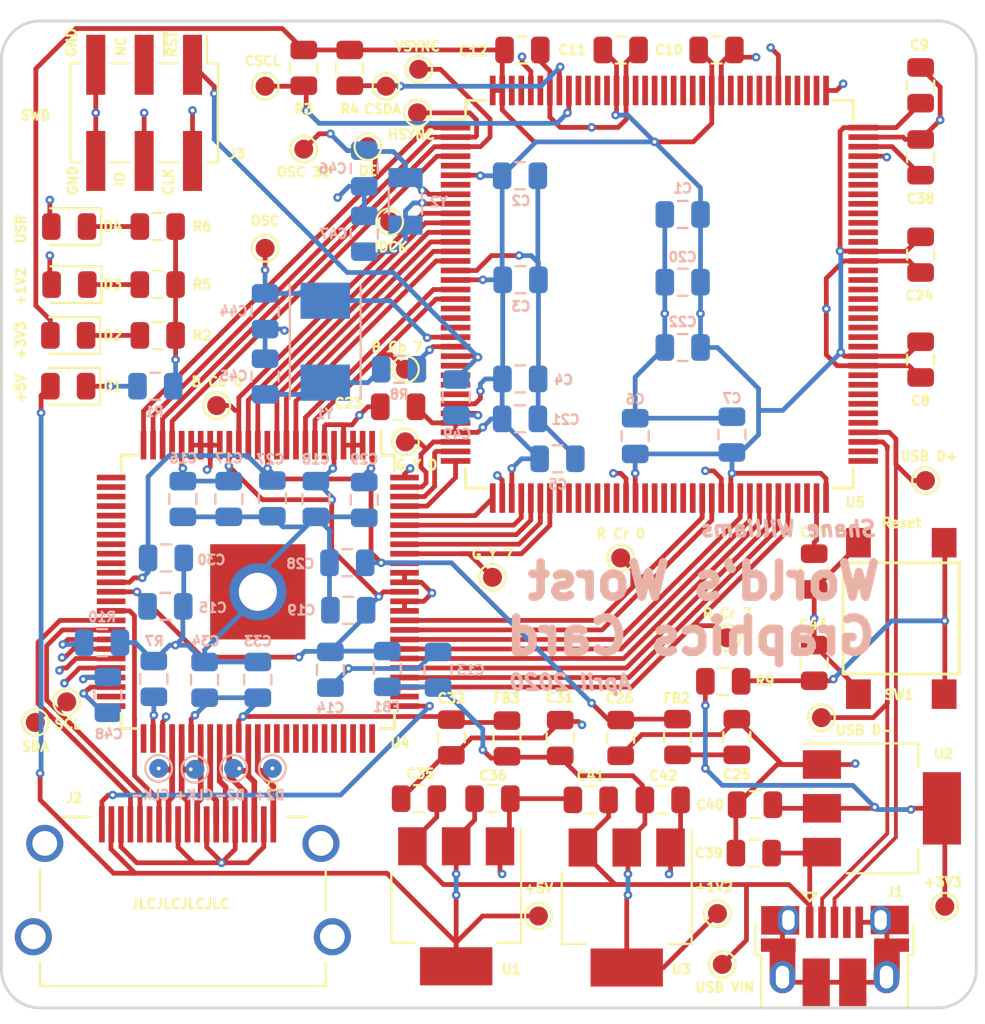
<source format=kicad_pcb>
(kicad_pcb (version 20171130) (host pcbnew "(5.0.1-3-g963ef8bb5)")
  (layers (0 F.Cu signal) (1 Mixed.Cu mixed) (2 GND.Cu power hide) (31 B.Cu signal) (34 B.Paste user hide) (35 F.Paste user hide) (36 B.SilkS user hide) (37 F.SilkS user hide) (38 B.Mask user hide) (39 F.Mask user hide) (44 Edge.Cuts user))
  (net 0 "")
  (net 1 GND)
  (net 2 +3V3)
  (net 3 +1V2)
  (net 4 /CVCC12_SII)
  (net 5 /IOVCC_SII)
  (net 6 /AVCC_SII)
  (net 7 /USB_VIN)
  (net 8 +5V)
  (net 9 "Net-(C37-Pad1)")
  (net 10 "Net-(C38-Pad1)")
  (net 11 /~RESET)
  (net 12 /OSC_IN)
  (net 13 "Net-(C45-Pad1)")
  (net 14 /OSC32_IN)
  (net 15 /OSC32_OUT)
  (net 16 "Net-(D1-Pad1)")
  (net 17 "Net-(D2-Pad1)")
  (net 18 "Net-(D3-Pad1)")
  (net 19 "Net-(D4-Pad2)")
  (net 20 /USB1_D-)
  (net 21 "Net-(J2-Pad14)")
  (net 22 /CSCL)
  (net 23 /CSDA)
  (net 24 "Net-(R7-Pad1)")
  (net 25 /OSC_OUT)
  (net 26 /B_CB_7)
  (net 27 /B_CB_6)
  (net 28 /B_CB_5)
  (net 29 /B_CB_4)
  (net 30 /B_CB_3)
  (net 31 /B_CB_2)
  (net 32 /B_CB_1)
  (net 33 /B_CB_0)
  (net 34 /IDCK)
  (net 35 /VSYNC)
  (net 36 /HSYNC)
  (net 37 /DE)
  (net 38 "Net-(U4-Pad26)")
  (net 39 "Net-(U4-Pad27)")
  (net 40 "Net-(U4-Pad28)")
  (net 41 "Net-(U4-Pad29)")
  (net 42 "Net-(U4-Pad30)")
  (net 43 "Net-(U4-Pad31)")
  (net 44 "Net-(U4-Pad32)")
  (net 45 "Net-(U4-Pad33)")
  (net 46 "Net-(U4-Pad34)")
  (net 47 "Net-(U4-Pad35)")
  (net 48 "Net-(U4-Pad36)")
  (net 49 "Net-(U4-Pad39)")
  (net 50 /CI2CA)
  (net 51 /INT_SII)
  (net 52 "Net-(U4-Pad49)")
  (net 53 "Net-(U4-Pad50)")
  (net 54 "Net-(U4-Pad51)")
  (net 55 "Net-(U4-Pad64)")
  (net 56 "Net-(U4-Pad65)")
  (net 57 "Net-(U4-Pad66)")
  (net 58 "Net-(U4-Pad67)")
  (net 59 "Net-(U4-Pad68)")
  (net 60 "Net-(U4-Pad69)")
  (net 61 "Net-(U4-Pad70)")
  (net 62 "Net-(U4-Pad71)")
  (net 63 "Net-(U4-Pad72)")
  (net 64 "Net-(U4-Pad73)")
  (net 65 "Net-(U4-Pad74)")
  (net 66 "Net-(U4-Pad75)")
  (net 67 "Net-(U4-Pad77)")
  (net 68 /R_CR_7)
  (net 69 /R_CR_6)
  (net 70 /R_CR_5)
  (net 71 /R_CR_4)
  (net 72 /R_CR_3)
  (net 73 /R_CR_2)
  (net 74 /R_CR_1)
  (net 75 /R_CR_0)
  (net 76 /G_Y_7)
  (net 77 /G_Y_6)
  (net 78 /G_Y_5)
  (net 79 /G_Y_4)
  (net 80 /G_Y_3)
  (net 81 /G_Y_2)
  (net 82 /G_Y_1)
  (net 83 /G_Y_0)
  (net 84 "Net-(U5-Pad5)")
  (net 85 "Net-(U5-Pad7)")
  (net 86 "Net-(U5-Pad20)")
  (net 87 "Net-(U5-Pad21)")
  (net 88 "Net-(U5-Pad22)")
  (net 89 "Net-(U5-Pad26)")
  (net 90 "Net-(U5-Pad27)")
  (net 91 "Net-(U5-Pad28)")
  (net 92 "Net-(U5-Pad29)")
  (net 93 "Net-(U5-Pad44)")
  (net 94 "Net-(U5-Pad45)")
  (net 95 "Net-(U5-Pad46)")
  (net 96 "Net-(U5-Pad47)")
  (net 97 "Net-(U5-Pad48)")
  (net 98 "Net-(U5-Pad49)")
  (net 99 "Net-(U5-Pad50)")
  (net 100 "Net-(U5-Pad53)")
  (net 101 "Net-(U5-Pad54)")
  (net 102 "Net-(U5-Pad55)")
  (net 103 "Net-(U5-Pad56)")
  (net 104 "Net-(U5-Pad57)")
  (net 105 "Net-(U5-Pad58)")
  (net 106 "Net-(U5-Pad69)")
  (net 107 "Net-(U5-Pad70)")
  (net 108 "Net-(U5-Pad73)")
  (net 109 "Net-(U5-Pad74)")
  (net 110 /USB1_D+)
  (net 111 "Net-(U5-Pad77)")
  (net 112 "Net-(U5-Pad78)")
  (net 113 "Net-(U5-Pad79)")
  (net 114 "Net-(U5-Pad80)")
  (net 115 "Net-(U5-Pad81)")
  (net 116 "Net-(U5-Pad82)")
  (net 117 "Net-(U5-Pad85)")
  (net 118 "Net-(U5-Pad86)")
  (net 119 "Net-(U5-Pad87)")
  (net 120 "Net-(U5-Pad88)")
  (net 121 "Net-(U5-Pad89)")
  (net 122 "Net-(U5-Pad90)")
  (net 123 "Net-(U5-Pad91)")
  (net 124 "Net-(U5-Pad92)")
  (net 125 "Net-(U5-Pad93)")
  (net 126 "Net-(U5-Pad96)")
  (net 127 "Net-(U5-Pad97)")
  (net 128 "Net-(U5-Pad98)")
  (net 129 "Net-(U5-Pad99)")
  (net 130 "Net-(U5-Pad100)")
  (net 131 "Net-(U5-Pad101)")
  (net 132 "Net-(U5-Pad102)")
  (net 133 "Net-(U5-Pad103)")
  (net 134 "Net-(U5-Pad104)")
  (net 135 "Net-(U5-Pad110)")
  (net 136 "Net-(U5-Pad111)")
  (net 137 "Net-(U5-Pad112)")
  (net 138 "Net-(U5-Pad113)")
  (net 139 "Net-(U5-Pad115)")
  (net 140 "Net-(U5-Pad116)")
  (net 141 "Net-(U5-Pad117)")
  (net 142 "Net-(U5-Pad118)")
  (net 143 "Net-(U5-Pad119)")
  (net 144 "Net-(U5-Pad122)")
  (net 145 "Net-(U5-Pad123)")
  (net 146 "Net-(U5-Pad124)")
  (net 147 "Net-(U5-Pad125)")
  (net 148 "Net-(U5-Pad126)")
  (net 149 "Net-(U5-Pad127)")
  (net 150 "Net-(U5-Pad128)")
  (net 151 "Net-(U5-Pad129)")
  (net 152 "Net-(U5-Pad132)")
  (net 153 "Net-(U5-Pad133)")
  (net 154 "Net-(U5-Pad134)")
  (net 155 "Net-(U5-Pad135)")
  (net 156 "Net-(U5-Pad141)")
  (net 157 "Net-(U5-Pad142)")
  (net 158 "Net-(J1-Pad4)")
  (net 159 /SWCLK)
  (net 160 /SWDIO)
  (net 161 "Net-(J3-Pad3)")
  (net 162 /HPD)
  (net 163 /SDA)
  (net 164 /SCL)
  (net 165 /CEC)
  (net 166 /CLK-)
  (net 167 /CLK+)
  (net 168 /D0-)
  (net 169 /D0+)
  (net 170 /D1-)
  (net 171 /D1+)
  (net 172 /D2-)
  (net 173 /D2+)
  (net 174 "Net-(D4-Pad1)")
  (net 175 "Net-(U5-Pad139)")
  (module graphics-card:AMPHENOL_10029449-001RLF (layer F.Cu) (at 119.761 153.416)
    (fp_text reference J2 (at -5.715 -2.3876) (layer F.SilkS) (effects (font (size 0.5 0.5) (thickness 0.125))))
    (fp_text value HDMI_A_1.4)
    (pad SH thru_hole circle (at 7.85 4.9) (size 1.95 1.95) (drill 1.3) (layers *.Cu *.Mask) (net 1 GND))
    (pad SH thru_hole circle (at -7.85 4.9) (size 1.95 1.95) (drill 1.3) (layers *.Cu *.Mask) (net 1 GND))
    (pad SH thru_hole circle (at 7.25 0) (size 1.95 1.95) (drill 1.3) (layers *.Cu *.Mask) (net 1 GND))
    (pad SH thru_hole circle (at -7.25 0) (size 1.95 1.95) (drill 1.3) (layers *.Cu *.Mask) (net 1 GND))
    (pad 19 smd rect (at -4.25 -1) (size 0.3 1.9) (layers F.Cu F.Paste F.Mask) (net 162 /HPD))
    (pad 18 smd rect (at -3.75 -1) (size 0.3 1.9) (layers F.Cu F.Paste F.Mask) (net 8 +5V))
    (pad 17 smd rect (at -3.25 -1) (size 0.3 1.9) (layers F.Cu F.Paste F.Mask) (net 1 GND))
    (pad 16 smd rect (at -2.75 -1) (size 0.3 1.9) (layers F.Cu F.Paste F.Mask) (net 163 /SDA))
    (pad 15 smd rect (at -2.25 -1) (size 0.3 1.9) (layers F.Cu F.Paste F.Mask) (net 164 /SCL))
    (pad 14 smd rect (at -1.75 -1) (size 0.3 1.9) (layers F.Cu F.Paste F.Mask) (net 21 "Net-(J2-Pad14)"))
    (pad 13 smd rect (at -1.25 -1) (size 0.3 1.9) (layers F.Cu F.Paste F.Mask) (net 165 /CEC))
    (pad 12 smd rect (at -0.75 -1) (size 0.3 1.9) (layers F.Cu F.Paste F.Mask) (net 166 /CLK-))
    (pad 11 smd rect (at -0.25 -1) (size 0.3 1.9) (layers F.Cu F.Paste F.Mask) (net 1 GND))
    (pad 10 smd rect (at 0.25 -1) (size 0.3 1.9) (layers F.Cu F.Paste F.Mask) (net 167 /CLK+))
    (pad 9 smd rect (at 0.75 -1) (size 0.3 1.9) (layers F.Cu F.Paste F.Mask) (net 168 /D0-))
    (pad 8 smd rect (at 1.25 -1) (size 0.3 1.9) (layers F.Cu F.Paste F.Mask) (net 1 GND))
    (pad 7 smd rect (at 1.75 -1) (size 0.3 1.9) (layers F.Cu F.Paste F.Mask) (net 169 /D0+))
    (pad 6 smd rect (at 2.25 -1) (size 0.3 1.9) (layers F.Cu F.Paste F.Mask) (net 170 /D1-))
    (pad 5 smd rect (at 2.75 -1) (size 0.3 1.9) (layers F.Cu F.Paste F.Mask) (net 1 GND))
    (pad 4 smd rect (at 3.25 -1) (size 0.3 1.9) (layers F.Cu F.Paste F.Mask) (net 171 /D1+))
    (pad 3 smd rect (at 3.75 -1) (size 0.3 1.9) (layers F.Cu F.Paste F.Mask) (net 172 /D2-))
    (pad 2 smd rect (at 4.25 -1) (size 0.3 1.9) (layers F.Cu F.Paste F.Mask) (net 1 GND))
    (pad 1 smd rect (at 4.75 -1) (size 0.3 1.9) (layers F.Cu F.Paste F.Mask) (net 173 /D2+))
  )
  (module TestPoint:TestPoint_Pad_D1.0mm (layer B.Cu) (at 120.396 149.526114)
    (fp_text reference CLK+ (at -0.0508 1.349886) (layer B.SilkS) (effects (font (size 0.5 0.5) (thickness 0.125)) (justify mirror)))
    (fp_text value CLK+)
    (pad 1 smd circle (at 0 0) (size 1 1) (layers B.Cu B.Mask) (net 167 /CLK+))
  )
  (module Package_QFP:LQFP-144_20x20mm_P0.5mm (layer F.Cu) (at 144.78 124.587)
    (fp_text reference U5 (at 10.287 10.922) (layer F.SilkS) (effects (font (size 0.5 0.5) (thickness 0.125))))
    (fp_text value STM32H753ZITx)
    (pad 1 smd rect (at -10.7 -8.75) (size 1.55 0.3) (layers F.Cu F.Paste F.Mask) (net 37 /DE))
    (pad 2 smd rect (at -10.7 -8.25) (size 1.55 0.3) (layers F.Cu F.Paste F.Mask) (net 36 /HSYNC))
    (pad 3 smd rect (at -10.7 -7.75) (size 1.55 0.3) (layers F.Cu F.Paste F.Mask) (net 35 /VSYNC))
    (pad 4 smd rect (at -10.7 -7.25) (size 1.55 0.3) (layers F.Cu F.Paste F.Mask) (net 34 /IDCK))
    (pad 5 smd rect (at -10.7 -6.75) (size 1.55 0.3) (layers F.Cu F.Paste F.Mask) (net 84 "Net-(U5-Pad5)"))
    (pad 6 smd rect (at -10.7 -6.25) (size 1.55 0.3) (layers F.Cu F.Paste F.Mask) (net 2 +3V3))
    (pad 7 smd rect (at -10.7 -5.75) (size 1.55 0.3) (layers F.Cu F.Paste F.Mask) (net 85 "Net-(U5-Pad7)"))
    (pad 8 smd rect (at -10.7 -5.25) (size 1.55 0.3) (layers F.Cu F.Paste F.Mask) (net 14 /OSC32_IN))
    (pad 9 smd rect (at -10.7 -4.75) (size 1.55 0.3) (layers F.Cu F.Paste F.Mask) (net 15 /OSC32_OUT))
    (pad 10 smd rect (at -10.7 -4.25) (size 1.55 0.3) (layers F.Cu F.Paste F.Mask) (net 33 /B_CB_0))
    (pad 11 smd rect (at -10.7 -3.75) (size 1.55 0.3) (layers F.Cu F.Paste F.Mask) (net 32 /B_CB_1))
    (pad 12 smd rect (at -10.7 -3.25) (size 1.55 0.3) (layers F.Cu F.Paste F.Mask) (net 31 /B_CB_2))
    (pad 13 smd rect (at -10.7 -2.75) (size 1.55 0.3) (layers F.Cu F.Paste F.Mask) (net 30 /B_CB_3))
    (pad 14 smd rect (at -10.7 -2.25) (size 1.55 0.3) (layers F.Cu F.Paste F.Mask) (net 29 /B_CB_4))
    (pad 15 smd rect (at -10.7 -1.75) (size 1.55 0.3) (layers F.Cu F.Paste F.Mask) (net 28 /B_CB_5))
    (pad 16 smd rect (at -10.7 -1.25) (size 1.55 0.3) (layers F.Cu F.Paste F.Mask) (net 1 GND))
    (pad 17 smd rect (at -10.7 -0.75) (size 1.55 0.3) (layers F.Cu F.Paste F.Mask) (net 2 +3V3))
    (pad 18 smd rect (at -10.7 -0.25) (size 1.55 0.3) (layers F.Cu F.Paste F.Mask) (net 27 /B_CB_6))
    (pad 19 smd rect (at -10.7 0.25) (size 1.55 0.3) (layers F.Cu F.Paste F.Mask) (net 26 /B_CB_7))
    (pad 20 smd rect (at -10.7 0.75) (size 1.55 0.3) (layers F.Cu F.Paste F.Mask) (net 86 "Net-(U5-Pad20)"))
    (pad 21 smd rect (at -10.7 1.25) (size 1.55 0.3) (layers F.Cu F.Paste F.Mask) (net 87 "Net-(U5-Pad21)"))
    (pad 22 smd rect (at -10.7 1.75) (size 1.55 0.3) (layers F.Cu F.Paste F.Mask) (net 88 "Net-(U5-Pad22)"))
    (pad 23 smd rect (at -10.7 2.25) (size 1.55 0.3) (layers F.Cu F.Paste F.Mask) (net 12 /OSC_IN))
    (pad 24 smd rect (at -10.7 2.75) (size 1.55 0.3) (layers F.Cu F.Paste F.Mask) (net 25 /OSC_OUT))
    (pad 25 smd rect (at -10.7 3.25) (size 1.55 0.3) (layers F.Cu F.Paste F.Mask) (net 11 /~RESET))
    (pad 26 smd rect (at -10.7 3.75) (size 1.55 0.3) (layers F.Cu F.Paste F.Mask) (net 89 "Net-(U5-Pad26)"))
    (pad 27 smd rect (at -10.7 4.25) (size 1.55 0.3) (layers F.Cu F.Paste F.Mask) (net 90 "Net-(U5-Pad27)"))
    (pad 28 smd rect (at -10.7 4.75) (size 1.55 0.3) (layers F.Cu F.Paste F.Mask) (net 91 "Net-(U5-Pad28)"))
    (pad 29 smd rect (at -10.7 5.25) (size 1.55 0.3) (layers F.Cu F.Paste F.Mask) (net 92 "Net-(U5-Pad29)"))
    (pad 30 smd rect (at -10.7 5.75) (size 1.55 0.3) (layers F.Cu F.Paste F.Mask) (net 2 +3V3))
    (pad 31 smd rect (at -10.7 6.25) (size 1.55 0.3) (layers F.Cu F.Paste F.Mask) (net 1 GND))
    (pad 32 smd rect (at -10.7 6.75) (size 1.55 0.3) (layers F.Cu F.Paste F.Mask) (net 2 +3V3))
    (pad 33 smd rect (at -10.7 7.25) (size 1.55 0.3) (layers F.Cu F.Paste F.Mask) (net 2 +3V3))
    (pad 34 smd rect (at -10.7 7.75) (size 1.55 0.3) (layers F.Cu F.Paste F.Mask) (net 83 /G_Y_0))
    (pad 35 smd rect (at -10.7 8.25) (size 1.55 0.3) (layers F.Cu F.Paste F.Mask) (net 82 /G_Y_1))
    (pad 36 smd rect (at -10.7 8.75) (size 1.55 0.3) (layers F.Cu F.Paste F.Mask) (net 81 /G_Y_2))
    (pad 37 smd rect (at -8.75 10.7 90) (size 1.55 0.3) (layers F.Cu F.Paste F.Mask) (net 80 /G_Y_3))
    (pad 38 smd rect (at -8.25 10.7 90) (size 1.55 0.3) (layers F.Cu F.Paste F.Mask) (net 1 GND))
    (pad 39 smd rect (at -7.75 10.7 90) (size 1.55 0.3) (layers F.Cu F.Paste F.Mask) (net 2 +3V3))
    (pad 40 smd rect (at -7.25 10.7 90) (size 1.55 0.3) (layers F.Cu F.Paste F.Mask) (net 79 /G_Y_4))
    (pad 41 smd rect (at -6.75 10.7 90) (size 1.55 0.3) (layers F.Cu F.Paste F.Mask) (net 78 /G_Y_5))
    (pad 42 smd rect (at -6.25 10.7 90) (size 1.55 0.3) (layers F.Cu F.Paste F.Mask) (net 77 /G_Y_6))
    (pad 43 smd rect (at -5.75 10.7 90) (size 1.55 0.3) (layers F.Cu F.Paste F.Mask) (net 76 /G_Y_7))
    (pad 44 smd rect (at -5.25 10.7 90) (size 1.55 0.3) (layers F.Cu F.Paste F.Mask) (net 93 "Net-(U5-Pad44)"))
    (pad 45 smd rect (at -4.75 10.7 90) (size 1.55 0.3) (layers F.Cu F.Paste F.Mask) (net 94 "Net-(U5-Pad45)"))
    (pad 46 smd rect (at -4.25 10.7 90) (size 1.55 0.3) (layers F.Cu F.Paste F.Mask) (net 95 "Net-(U5-Pad46)"))
    (pad 47 smd rect (at -3.75 10.7 90) (size 1.55 0.3) (layers F.Cu F.Paste F.Mask) (net 96 "Net-(U5-Pad47)"))
    (pad 48 smd rect (at -3.25 10.7 90) (size 1.55 0.3) (layers F.Cu F.Paste F.Mask) (net 97 "Net-(U5-Pad48)"))
    (pad 49 smd rect (at -2.75 10.7 90) (size 1.55 0.3) (layers F.Cu F.Paste F.Mask) (net 98 "Net-(U5-Pad49)"))
    (pad 50 smd rect (at -2.25 10.7 90) (size 1.55 0.3) (layers F.Cu F.Paste F.Mask) (net 99 "Net-(U5-Pad50)"))
    (pad 51 smd rect (at -1.75 10.7 90) (size 1.55 0.3) (layers F.Cu F.Paste F.Mask) (net 1 GND))
    (pad 52 smd rect (at -1.25 10.7 90) (size 1.55 0.3) (layers F.Cu F.Paste F.Mask) (net 2 +3V3))
    (pad 53 smd rect (at -0.75 10.7 90) (size 1.55 0.3) (layers F.Cu F.Paste F.Mask) (net 100 "Net-(U5-Pad53)"))
    (pad 54 smd rect (at -0.25 10.7 90) (size 1.55 0.3) (layers F.Cu F.Paste F.Mask) (net 101 "Net-(U5-Pad54)"))
    (pad 55 smd rect (at 0.25 10.7 90) (size 1.55 0.3) (layers F.Cu F.Paste F.Mask) (net 102 "Net-(U5-Pad55)"))
    (pad 56 smd rect (at 0.75 10.7 90) (size 1.55 0.3) (layers F.Cu F.Paste F.Mask) (net 103 "Net-(U5-Pad56)"))
    (pad 57 smd rect (at 1.25 10.7 90) (size 1.55 0.3) (layers F.Cu F.Paste F.Mask) (net 104 "Net-(U5-Pad57)"))
    (pad 58 smd rect (at 1.75 10.7 90) (size 1.55 0.3) (layers F.Cu F.Paste F.Mask) (net 105 "Net-(U5-Pad58)"))
    (pad 59 smd rect (at 2.25 10.7 90) (size 1.55 0.3) (layers F.Cu F.Paste F.Mask) (net 75 /R_CR_0))
    (pad 60 smd rect (at 2.75 10.7 90) (size 1.55 0.3) (layers F.Cu F.Paste F.Mask) (net 74 /R_CR_1))
    (pad 61 smd rect (at 3.25 10.7 90) (size 1.55 0.3) (layers F.Cu F.Paste F.Mask) (net 1 GND))
    (pad 62 smd rect (at 3.75 10.7 90) (size 1.55 0.3) (layers F.Cu F.Paste F.Mask) (net 2 +3V3))
    (pad 63 smd rect (at 4.25 10.7 90) (size 1.55 0.3) (layers F.Cu F.Paste F.Mask) (net 73 /R_CR_2))
    (pad 64 smd rect (at 4.75 10.7 90) (size 1.55 0.3) (layers F.Cu F.Paste F.Mask) (net 72 /R_CR_3))
    (pad 65 smd rect (at 5.25 10.7 90) (size 1.55 0.3) (layers F.Cu F.Paste F.Mask) (net 71 /R_CR_4))
    (pad 66 smd rect (at 5.75 10.7 90) (size 1.55 0.3) (layers F.Cu F.Paste F.Mask) (net 70 /R_CR_5))
    (pad 67 smd rect (at 6.25 10.7 90) (size 1.55 0.3) (layers F.Cu F.Paste F.Mask) (net 69 /R_CR_6))
    (pad 68 smd rect (at 6.75 10.7 90) (size 1.55 0.3) (layers F.Cu F.Paste F.Mask) (net 68 /R_CR_7))
    (pad 69 smd rect (at 7.25 10.7 90) (size 1.55 0.3) (layers F.Cu F.Paste F.Mask) (net 106 "Net-(U5-Pad69)"))
    (pad 70 smd rect (at 7.75 10.7 90) (size 1.55 0.3) (layers F.Cu F.Paste F.Mask) (net 107 "Net-(U5-Pad70)"))
    (pad 71 smd rect (at 8.25 10.7 90) (size 1.55 0.3) (layers F.Cu F.Paste F.Mask) (net 9 "Net-(C37-Pad1)"))
    (pad 72 smd rect (at 8.75 10.7 90) (size 1.55 0.3) (layers F.Cu F.Paste F.Mask) (net 2 +3V3))
    (pad 73 smd rect (at 10.7 8.75) (size 1.55 0.3) (layers F.Cu F.Paste F.Mask) (net 108 "Net-(U5-Pad73)"))
    (pad 74 smd rect (at 10.7 8.25) (size 1.55 0.3) (layers F.Cu F.Paste F.Mask) (net 109 "Net-(U5-Pad74)"))
    (pad 75 smd rect (at 10.7 7.75) (size 1.55 0.3) (layers F.Cu F.Paste F.Mask) (net 20 /USB1_D-))
    (pad 76 smd rect (at 10.7 7.25) (size 1.55 0.3) (layers F.Cu F.Paste F.Mask) (net 110 /USB1_D+))
    (pad 77 smd rect (at 10.7 6.75) (size 1.55 0.3) (layers F.Cu F.Paste F.Mask) (net 111 "Net-(U5-Pad77)"))
    (pad 78 smd rect (at 10.7 6.25) (size 1.55 0.3) (layers F.Cu F.Paste F.Mask) (net 112 "Net-(U5-Pad78)"))
    (pad 79 smd rect (at 10.7 5.75) (size 1.55 0.3) (layers F.Cu F.Paste F.Mask) (net 113 "Net-(U5-Pad79)"))
    (pad 80 smd rect (at 10.7 5.25) (size 1.55 0.3) (layers F.Cu F.Paste F.Mask) (net 114 "Net-(U5-Pad80)"))
    (pad 81 smd rect (at 10.7 4.75) (size 1.55 0.3) (layers F.Cu F.Paste F.Mask) (net 115 "Net-(U5-Pad81)"))
    (pad 82 smd rect (at 10.7 4.25) (size 1.55 0.3) (layers F.Cu F.Paste F.Mask) (net 116 "Net-(U5-Pad82)"))
    (pad 83 smd rect (at 10.7 3.75) (size 1.55 0.3) (layers F.Cu F.Paste F.Mask) (net 1 GND))
    (pad 84 smd rect (at 10.7 3.25) (size 1.55 0.3) (layers F.Cu F.Paste F.Mask) (net 2 +3V3))
    (pad 85 smd rect (at 10.7 2.75) (size 1.55 0.3) (layers F.Cu F.Paste F.Mask) (net 117 "Net-(U5-Pad85)"))
    (pad 86 smd rect (at 10.7 2.25) (size 1.55 0.3) (layers F.Cu F.Paste F.Mask) (net 118 "Net-(U5-Pad86)"))
    (pad 87 smd rect (at 10.7 1.75) (size 1.55 0.3) (layers F.Cu F.Paste F.Mask) (net 119 "Net-(U5-Pad87)"))
    (pad 88 smd rect (at 10.7 1.25) (size 1.55 0.3) (layers F.Cu F.Paste F.Mask) (net 120 "Net-(U5-Pad88)"))
    (pad 89 smd rect (at 10.7 0.75) (size 1.55 0.3) (layers F.Cu F.Paste F.Mask) (net 121 "Net-(U5-Pad89)"))
    (pad 90 smd rect (at 10.7 0.25) (size 1.55 0.3) (layers F.Cu F.Paste F.Mask) (net 122 "Net-(U5-Pad90)"))
    (pad 91 smd rect (at 10.7 -0.25) (size 1.55 0.3) (layers F.Cu F.Paste F.Mask) (net 123 "Net-(U5-Pad91)"))
    (pad 92 smd rect (at 10.7 -0.75) (size 1.55 0.3) (layers F.Cu F.Paste F.Mask) (net 124 "Net-(U5-Pad92)"))
    (pad 93 smd rect (at 10.7 -1.25) (size 1.55 0.3) (layers F.Cu F.Paste F.Mask) (net 125 "Net-(U5-Pad93)"))
    (pad 94 smd rect (at 10.7 -1.75) (size 1.55 0.3) (layers F.Cu F.Paste F.Mask) (net 1 GND))
    (pad 95 smd rect (at 10.7 -2.25) (size 1.55 0.3) (layers F.Cu F.Paste F.Mask) (net 2 +3V3))
    (pad 96 smd rect (at 10.7 -2.75) (size 1.55 0.3) (layers F.Cu F.Paste F.Mask) (net 126 "Net-(U5-Pad96)"))
    (pad 97 smd rect (at 10.7 -3.25) (size 1.55 0.3) (layers F.Cu F.Paste F.Mask) (net 127 "Net-(U5-Pad97)"))
    (pad 98 smd rect (at 10.7 -3.75) (size 1.55 0.3) (layers F.Cu F.Paste F.Mask) (net 128 "Net-(U5-Pad98)"))
    (pad 99 smd rect (at 10.7 -4.25) (size 1.55 0.3) (layers F.Cu F.Paste F.Mask) (net 129 "Net-(U5-Pad99)"))
    (pad 100 smd rect (at 10.7 -4.75) (size 1.55 0.3) (layers F.Cu F.Paste F.Mask) (net 130 "Net-(U5-Pad100)"))
    (pad 101 smd rect (at 10.7 -5.25) (size 1.55 0.3) (layers F.Cu F.Paste F.Mask) (net 131 "Net-(U5-Pad101)"))
    (pad 102 smd rect (at 10.7 -5.75) (size 1.55 0.3) (layers F.Cu F.Paste F.Mask) (net 132 "Net-(U5-Pad102)"))
    (pad 103 smd rect (at 10.7 -6.25) (size 1.55 0.3) (layers F.Cu F.Paste F.Mask) (net 133 "Net-(U5-Pad103)"))
    (pad 104 smd rect (at 10.7 -6.75) (size 1.55 0.3) (layers F.Cu F.Paste F.Mask) (net 134 "Net-(U5-Pad104)"))
    (pad 105 smd rect (at 10.7 -7.25) (size 1.55 0.3) (layers F.Cu F.Paste F.Mask) (net 160 /SWDIO))
    (pad 106 smd rect (at 10.7 -7.75) (size 1.55 0.3) (layers F.Cu F.Paste F.Mask) (net 10 "Net-(C38-Pad1)"))
    (pad 107 smd rect (at 10.7 -8.25) (size 1.55 0.3) (layers F.Cu F.Paste F.Mask) (net 1 GND))
    (pad 108 smd rect (at 10.7 -8.75) (size 1.55 0.3) (layers F.Cu F.Paste F.Mask) (net 2 +3V3))
    (pad 109 smd rect (at 8.75 -10.7 90) (size 1.55 0.3) (layers F.Cu F.Paste F.Mask) (net 159 /SWCLK))
    (pad 110 smd rect (at 8.25 -10.7 90) (size 1.55 0.3) (layers F.Cu F.Paste F.Mask) (net 135 "Net-(U5-Pad110)"))
    (pad 111 smd rect (at 7.75 -10.7 90) (size 1.55 0.3) (layers F.Cu F.Paste F.Mask) (net 136 "Net-(U5-Pad111)"))
    (pad 112 smd rect (at 7.25 -10.7 90) (size 1.55 0.3) (layers F.Cu F.Paste F.Mask) (net 137 "Net-(U5-Pad112)"))
    (pad 113 smd rect (at 6.75 -10.7 90) (size 1.55 0.3) (layers F.Cu F.Paste F.Mask) (net 138 "Net-(U5-Pad113)"))
    (pad 114 smd rect (at 6.25 -10.7 90) (size 1.55 0.3) (layers F.Cu F.Paste F.Mask) (net 19 "Net-(D4-Pad2)"))
    (pad 115 smd rect (at 5.75 -10.7 90) (size 1.55 0.3) (layers F.Cu F.Paste F.Mask) (net 139 "Net-(U5-Pad115)"))
    (pad 116 smd rect (at 5.25 -10.7 90) (size 1.55 0.3) (layers F.Cu F.Paste F.Mask) (net 140 "Net-(U5-Pad116)"))
    (pad 117 smd rect (at 4.75 -10.7 90) (size 1.55 0.3) (layers F.Cu F.Paste F.Mask) (net 141 "Net-(U5-Pad117)"))
    (pad 118 smd rect (at 4.25 -10.7 90) (size 1.55 0.3) (layers F.Cu F.Paste F.Mask) (net 142 "Net-(U5-Pad118)"))
    (pad 119 smd rect (at 3.75 -10.7 90) (size 1.55 0.3) (layers F.Cu F.Paste F.Mask) (net 143 "Net-(U5-Pad119)"))
    (pad 120 smd rect (at 3.25 -10.7 90) (size 1.55 0.3) (layers F.Cu F.Paste F.Mask) (net 1 GND))
    (pad 121 smd rect (at 2.75 -10.7 90) (size 1.55 0.3) (layers F.Cu F.Paste F.Mask) (net 2 +3V3))
    (pad 122 smd rect (at 2.25 -10.7 90) (size 1.55 0.3) (layers F.Cu F.Paste F.Mask) (net 144 "Net-(U5-Pad122)"))
    (pad 123 smd rect (at 1.75 -10.7 90) (size 1.55 0.3) (layers F.Cu F.Paste F.Mask) (net 145 "Net-(U5-Pad123)"))
    (pad 124 smd rect (at 1.25 -10.7 90) (size 1.55 0.3) (layers F.Cu F.Paste F.Mask) (net 146 "Net-(U5-Pad124)"))
    (pad 125 smd rect (at 0.75 -10.7 90) (size 1.55 0.3) (layers F.Cu F.Paste F.Mask) (net 147 "Net-(U5-Pad125)"))
    (pad 126 smd rect (at 0.25 -10.7 90) (size 1.55 0.3) (layers F.Cu F.Paste F.Mask) (net 148 "Net-(U5-Pad126)"))
    (pad 127 smd rect (at -0.25 -10.7 90) (size 1.55 0.3) (layers F.Cu F.Paste F.Mask) (net 149 "Net-(U5-Pad127)"))
    (pad 128 smd rect (at -0.75 -10.7 90) (size 1.55 0.3) (layers F.Cu F.Paste F.Mask) (net 150 "Net-(U5-Pad128)"))
    (pad 129 smd rect (at -1.25 -10.7 90) (size 1.55 0.3) (layers F.Cu F.Paste F.Mask) (net 151 "Net-(U5-Pad129)"))
    (pad 130 smd rect (at -1.75 -10.7 90) (size 1.55 0.3) (layers F.Cu F.Paste F.Mask) (net 1 GND))
    (pad 131 smd rect (at -2.25 -10.7 90) (size 1.55 0.3) (layers F.Cu F.Paste F.Mask) (net 2 +3V3))
    (pad 132 smd rect (at -2.75 -10.7 90) (size 1.55 0.3) (layers F.Cu F.Paste F.Mask) (net 152 "Net-(U5-Pad132)"))
    (pad 133 smd rect (at -3.25 -10.7 90) (size 1.55 0.3) (layers F.Cu F.Paste F.Mask) (net 153 "Net-(U5-Pad133)"))
    (pad 134 smd rect (at -3.75 -10.7 90) (size 1.55 0.3) (layers F.Cu F.Paste F.Mask) (net 154 "Net-(U5-Pad134)"))
    (pad 135 smd rect (at -4.25 -10.7 90) (size 1.55 0.3) (layers F.Cu F.Paste F.Mask) (net 155 "Net-(U5-Pad135)"))
    (pad 136 smd rect (at -4.75 -10.7 90) (size 1.55 0.3) (layers F.Cu F.Paste F.Mask) (net 22 /CSCL))
    (pad 137 smd rect (at -5.25 -10.7 90) (size 1.55 0.3) (layers F.Cu F.Paste F.Mask) (net 23 /CSDA))
    (pad 138 smd rect (at -5.75 -10.7 90) (size 1.55 0.3) (layers F.Cu F.Paste F.Mask) (net 1 GND))
    (pad 139 smd rect (at -6.25 -10.7 90) (size 1.55 0.3) (layers F.Cu F.Paste F.Mask) (net 175 "Net-(U5-Pad139)"))
    (pad 140 smd rect (at -6.75 -10.7 90) (size 1.55 0.3) (layers F.Cu F.Paste F.Mask) (net 51 /INT_SII))
    (pad 141 smd rect (at -7.25 -10.7 90) (size 1.55 0.3) (layers F.Cu F.Paste F.Mask) (net 156 "Net-(U5-Pad141)"))
    (pad 142 smd rect (at -7.75 -10.7 90) (size 1.55 0.3) (layers F.Cu F.Paste F.Mask) (net 157 "Net-(U5-Pad142)"))
    (pad 143 smd rect (at -8.25 -10.7 90) (size 1.55 0.3) (layers F.Cu F.Paste F.Mask) (net 2 +3V3))
    (pad 144 smd rect (at -8.75 -10.7 90) (size 1.55 0.3) (layers F.Cu F.Paste F.Mask) (net 2 +3V3))
  )
  (module Capacitor_SMD:C_0805_2012Metric (layer B.Cu) (at 146.0015 123.952 180)
    (fp_text reference C20 (at 0.0023 1.3208 180) (layer B.SilkS) (effects (font (size 0.5 0.5) (thickness 0.125)) (justify mirror)))
    (fp_text value 1u)
    (pad 2 smd roundrect (at 0.9375 0 180) (size 0.975 1.4) (layers B.Cu B.Paste B.Mask) (net 1 GND))
    (pad 1 smd roundrect (at -0.9375 0 180) (size 0.975 1.4) (layers B.Cu B.Paste B.Mask) (net 2 +3V3))
  )
  (module Capacitor_SMD:C_0805_2012Metric (layer B.Cu) (at 124.079 125.476 270)
    (fp_text reference C44 (at 0 1.65) (layer B.SilkS) (effects (font (size 0.5 0.5) (thickness 0.125)) (justify mirror)))
    (fp_text value 27p)
    (pad 2 smd roundrect (at 0.9375 0 270) (size 0.975 1.4) (layers B.Cu B.Paste B.Mask) (net 1 GND))
    (pad 1 smd roundrect (at -0.9375 0 270) (size 0.975 1.4) (layers B.Cu B.Paste B.Mask) (net 12 /OSC_IN))
  )
  (module Capacitor_SMD:C_0805_2012Metric (layer B.Cu) (at 124.079 128.905 90)
    (fp_text reference C45 (at 0.0254 -1.651 180) (layer B.SilkS) (effects (font (size 0.5 0.5) (thickness 0.125)) (justify mirror)))
    (fp_text value 27p)
    (pad 1 smd roundrect (at -0.9375 0 90) (size 0.975 1.4) (layers B.Cu B.Paste B.Mask) (net 13 "Net-(C45-Pad1)"))
    (pad 2 smd roundrect (at 0.9375 0 90) (size 0.975 1.4) (layers B.Cu B.Paste B.Mask) (net 1 GND))
  )
  (module Capacitor_SMD:C_0805_2012Metric (layer B.Cu) (at 129.286 117.983 270)
    (fp_text reference C46 (at 0 1.65) (layer B.SilkS) (effects (font (size 0.5 0.5) (thickness 0.125)) (justify mirror)))
    (fp_text value 15p)
    (pad 1 smd roundrect (at -0.9375 0 270) (size 0.975 1.4) (layers B.Cu B.Paste B.Mask) (net 14 /OSC32_IN))
    (pad 2 smd roundrect (at 0.9375 0 270) (size 0.975 1.4) (layers B.Cu B.Paste B.Mask) (net 1 GND))
  )
  (module Capacitor_SMD:C_0805_2012Metric (layer B.Cu) (at 129.286 121.412 90)
    (fp_text reference C47 (at 0 -1.6256 180) (layer B.SilkS) (effects (font (size 0.5 0.5) (thickness 0.125)) (justify mirror)))
    (fp_text value 15p)
    (pad 2 smd roundrect (at 0.9375 0 90) (size 0.975 1.4) (layers B.Cu B.Paste B.Mask) (net 1 GND))
    (pad 1 smd roundrect (at -0.9375 0 90) (size 0.975 1.4) (layers B.Cu B.Paste B.Mask) (net 15 /OSC32_OUT))
  )
  (module Resistor_SMD:R_0805_2012Metric (layer B.Cu) (at 131.1125 128.524)
    (fp_text reference R8 (at 0.0023 1.3208) (layer B.SilkS) (effects (font (size 0.5 0.5) (thickness 0.125)) (justify mirror)))
    (fp_text value 240)
    (pad 2 smd roundrect (at 0.9375 0) (size 0.975 1.4) (layers B.Cu B.Paste B.Mask) (net 25 /OSC_OUT))
    (pad 1 smd roundrect (at -0.9375 0) (size 0.975 1.4) (layers B.Cu B.Paste B.Mask) (net 13 "Net-(C45-Pad1)"))
  )
  (module Crystal:Crystal_SMD_Abracon_ABM7-2Pin_6.0x3.5mm (layer B.Cu) (at 127.236526 127.074783 270)
    (fp_text reference Y1 (at 3.786017 0.033326) (layer B.SilkS) (effects (font (size 0.5 0.5) (thickness 0.125)) (justify mirror)))
    (fp_text value OSC)
    (pad 1 smd rect (at -2.15 0 270) (size 1.9 2.6) (layers B.Cu B.Paste B.Mask) (net 12 /OSC_IN))
    (pad 2 smd rect (at 2.15 0 270) (size 1.9 2.6) (layers B.Cu B.Paste B.Mask) (net 13 "Net-(C45-Pad1)"))
  )
  (module Crystal:Crystal_SMD_3215-2Pin_3.2x1.5mm (layer B.Cu) (at 131.450258 119.707585 90)
    (fp_text reference Y2 (at -0.028015 1.747342 180) (layer B.SilkS) (effects (font (size 0.5 0.5) (thickness 0.125)) (justify mirror)))
    (fp_text value OSC_32)
    (pad 1 smd rect (at 1.25 0 90) (size 1 1.8) (layers B.Cu B.Paste B.Mask) (net 14 /OSC32_IN))
    (pad 2 smd rect (at -1.25 0 90) (size 1 1.8) (layers B.Cu B.Paste B.Mask) (net 15 /OSC32_OUT))
  )
  (module Capacitor_SMD:C_0805_2012Metric (layer B.Cu) (at 146.0015 120.396 180)
    (fp_text reference C1 (at 0.0023 1.3716 180) (layer B.SilkS) (effects (font (size 0.5 0.5) (thickness 0.125)) (justify mirror)))
    (fp_text value 4.7u)
    (pad 2 smd roundrect (at 0.9375 0 180) (size 0.975 1.4) (layers B.Cu B.Paste B.Mask) (net 1 GND))
    (pad 1 smd roundrect (at -0.9375 0 180) (size 0.975 1.4) (layers B.Cu B.Paste B.Mask) (net 2 +3V3))
  )
  (module Capacitor_SMD:C_0805_2012Metric (layer B.Cu) (at 137.4625 118.364)
    (fp_text reference C2 (at 0.0531 1.3208) (layer B.SilkS) (effects (font (size 0.5 0.5) (thickness 0.125)) (justify mirror)))
    (fp_text value 100n)
    (pad 2 smd roundrect (at 0.9375 0) (size 0.975 1.4) (layers B.Cu B.Paste B.Mask) (net 1 GND))
    (pad 1 smd roundrect (at -0.9375 0) (size 0.975 1.4) (layers B.Cu B.Paste B.Mask) (net 2 +3V3))
  )
  (module Capacitor_SMD:C_0805_2012Metric (layer B.Cu) (at 137.4925 123.825)
    (fp_text reference C3 (at 0.0231 1.397) (layer B.SilkS) (effects (font (size 0.5 0.5) (thickness 0.125)) (justify mirror)))
    (fp_text value 100n)
    (pad 2 smd roundrect (at 0.9375 0) (size 0.975 1.4) (layers B.Cu B.Paste B.Mask) (net 1 GND))
    (pad 1 smd roundrect (at -0.9375 0) (size 0.975 1.4) (layers B.Cu B.Paste B.Mask) (net 2 +3V3))
  )
  (module Capacitor_SMD:C_0805_2012Metric (layer B.Cu) (at 137.4775 129.032)
    (fp_text reference C4 (at 2.2733 0.0508) (layer B.SilkS) (effects (font (size 0.5 0.5) (thickness 0.125)) (justify mirror)))
    (fp_text value 100n)
    (pad 1 smd roundrect (at -0.9375 0) (size 0.975 1.4) (layers B.Cu B.Paste B.Mask) (net 2 +3V3))
    (pad 2 smd roundrect (at 0.9375 0) (size 0.975 1.4) (layers B.Cu B.Paste B.Mask) (net 1 GND))
  )
  (module Capacitor_SMD:C_0805_2012Metric (layer B.Cu) (at 139.431 133.223)
    (fp_text reference C5 (at 0.015 1.3462) (layer B.SilkS) (effects (font (size 0.5 0.5) (thickness 0.125)) (justify mirror)))
    (fp_text value 100n)
    (pad 2 smd roundrect (at 0.9375 0) (size 0.975 1.4) (layers B.Cu B.Paste B.Mask) (net 1 GND))
    (pad 1 smd roundrect (at -0.9375 0) (size 0.975 1.4) (layers B.Cu B.Paste B.Mask) (net 2 +3V3))
  )
  (module Capacitor_SMD:C_0805_2012Metric (layer B.Cu) (at 143.51 132.0315 90)
    (fp_text reference C6 (at 1.9327 0 180) (layer B.SilkS) (effects (font (size 0.5 0.5) (thickness 0.125)) (justify mirror)))
    (fp_text value 100n)
    (pad 1 smd roundrect (at -0.9375 0 90) (size 0.975 1.4) (layers B.Cu B.Paste B.Mask) (net 2 +3V3))
    (pad 2 smd roundrect (at 0.9375 0 90) (size 0.975 1.4) (layers B.Cu B.Paste B.Mask) (net 1 GND))
  )
  (module Capacitor_SMD:C_0805_2012Metric (layer B.Cu) (at 148.59 131.953 90)
    (fp_text reference C7 (at 1.905 0 180) (layer B.SilkS) (effects (font (size 0.5 0.5) (thickness 0.125)) (justify mirror)))
    (fp_text value 100n)
    (pad 2 smd roundrect (at 0.9375 0 90) (size 0.975 1.4) (layers B.Cu B.Paste B.Mask) (net 1 GND))
    (pad 1 smd roundrect (at -0.9375 0 90) (size 0.975 1.4) (layers B.Cu B.Paste B.Mask) (net 2 +3V3))
  )
  (module Capacitor_SMD:C_0805_2012Metric (layer F.Cu) (at 158.496 128.016 270)
    (fp_text reference C8 (at 2.159 0) (layer F.SilkS) (effects (font (size 0.5 0.5) (thickness 0.125))))
    (fp_text value 100n)
    (pad 1 smd roundrect (at -0.9375 0 270) (size 0.975 1.4) (layers F.Cu F.Paste F.Mask) (net 2 +3V3))
    (pad 2 smd roundrect (at 0.9375 0 270) (size 0.975 1.4) (layers F.Cu F.Paste F.Mask) (net 1 GND))
  )
  (module Capacitor_SMD:C_0805_2012Metric (layer F.Cu) (at 158.496 113.6165 90)
    (fp_text reference C9 (at 2.1105 -0.0635 180) (layer F.SilkS) (effects (font (size 0.5 0.5) (thickness 0.125))))
    (fp_text value 100n)
    (pad 2 smd roundrect (at 0.9375 0 90) (size 0.975 1.4) (layers F.Cu F.Paste F.Mask) (net 1 GND))
    (pad 1 smd roundrect (at -0.9375 0 90) (size 0.975 1.4) (layers F.Cu F.Paste F.Mask) (net 2 +3V3))
  )
  (module Capacitor_SMD:C_0805_2012Metric (layer F.Cu) (at 147.7795 111.76)
    (fp_text reference C10 (at -2.4915 0) (layer F.SilkS) (effects (font (size 0.5 0.5) (thickness 0.125))))
    (fp_text value 100n)
    (pad 1 smd roundrect (at -0.9375 0) (size 0.975 1.4) (layers F.Cu F.Paste F.Mask) (net 2 +3V3))
    (pad 2 smd roundrect (at 0.9375 0) (size 0.975 1.4) (layers F.Cu F.Paste F.Mask) (net 1 GND))
  )
  (module Capacitor_SMD:C_0805_2012Metric (layer F.Cu) (at 142.748 111.76)
    (fp_text reference C11 (at -2.54 0) (layer F.SilkS) (effects (font (size 0.5 0.5) (thickness 0.125))))
    (fp_text value 100n)
    (pad 2 smd roundrect (at 0.9375 0) (size 0.975 1.4) (layers F.Cu F.Paste F.Mask) (net 1 GND))
    (pad 1 smd roundrect (at -0.9375 0) (size 0.975 1.4) (layers F.Cu F.Paste F.Mask) (net 2 +3V3))
  )
  (module Capacitor_SMD:C_0805_2012Metric (layer F.Cu) (at 137.5895 111.76)
    (fp_text reference C12 (at -2.5885 0.0635) (layer F.SilkS) (effects (font (size 0.5 0.5) (thickness 0.125))))
    (fp_text value 100n)
    (pad 1 smd roundrect (at -0.9375 0) (size 0.975 1.4) (layers F.Cu F.Paste F.Mask) (net 2 +3V3))
    (pad 2 smd roundrect (at 0.9375 0) (size 0.975 1.4) (layers F.Cu F.Paste F.Mask) (net 1 GND))
  )
  (module Capacitor_SMD:C_0805_2012Metric (layer B.Cu) (at 133.1595 144.2997 90)
    (fp_text reference C13 (at -0.0231 1.7145 180) (layer B.SilkS) (effects (font (size 0.5 0.5) (thickness 0.125)) (justify mirror)))
    (fp_text value 100n)
    (pad 1 smd roundrect (at -0.9375 0 90) (size 0.975 1.4) (layers B.Cu B.Paste B.Mask) (net 3 +1V2))
    (pad 2 smd roundrect (at 0.9375 0 90) (size 0.975 1.4) (layers B.Cu B.Paste B.Mask) (net 1 GND))
  )
  (module Capacitor_SMD:C_0805_2012Metric (layer B.Cu) (at 127.508 144.2997 270)
    (fp_text reference C14 (at 2.0043 0) (layer B.SilkS) (effects (font (size 0.5 0.5) (thickness 0.125)) (justify mirror)))
    (fp_text value 10u)
    (pad 1 smd roundrect (at -0.9375 0 270) (size 0.975 1.4) (layers B.Cu B.Paste B.Mask) (net 4 /CVCC12_SII))
    (pad 2 smd roundrect (at 0.9375 0 270) (size 0.975 1.4) (layers B.Cu B.Paste B.Mask) (net 1 GND))
  )
  (module Capacitor_SMD:C_0805_2012Metric (layer B.Cu) (at 118.8443 140.97)
    (fp_text reference C15 (at 2.4869 0.0762) (layer B.SilkS) (effects (font (size 0.5 0.5) (thickness 0.125)) (justify mirror)))
    (fp_text value 100n)
    (pad 2 smd roundrect (at 0.9375 0) (size 0.975 1.4) (layers B.Cu B.Paste B.Mask) (net 1 GND))
    (pad 1 smd roundrect (at -0.9375 0) (size 0.975 1.4) (layers B.Cu B.Paste B.Mask) (net 4 /CVCC12_SII))
  )
  (module Capacitor_SMD:C_0805_2012Metric (layer B.Cu) (at 119.761 135.3335 270)
    (fp_text reference C16 (at -2.1359 -0.0254) (layer B.SilkS) (effects (font (size 0.5 0.5) (thickness 0.125)) (justify mirror)))
    (fp_text value 100n)
    (pad 1 smd roundrect (at -0.9375 0 270) (size 0.975 1.4) (layers B.Cu B.Paste B.Mask) (net 4 /CVCC12_SII))
    (pad 2 smd roundrect (at 0.9375 0 270) (size 0.975 1.4) (layers B.Cu B.Paste B.Mask) (net 1 GND))
  )
  (module Capacitor_SMD:C_0805_2012Metric (layer B.Cu) (at 122.174 135.3335 270)
    (fp_text reference C17 (at -2.1359 0) (layer B.SilkS) (effects (font (size 0.5 0.5) (thickness 0.125)) (justify mirror)))
    (fp_text value 100n)
    (pad 2 smd roundrect (at 0.9375 0 270) (size 0.975 1.4) (layers B.Cu B.Paste B.Mask) (net 1 GND))
    (pad 1 smd roundrect (at -0.9375 0 270) (size 0.975 1.4) (layers B.Cu B.Paste B.Mask) (net 4 /CVCC12_SII))
  )
  (module Capacitor_SMD:C_0805_2012Metric (layer B.Cu) (at 126.746 135.3335 270)
    (fp_text reference C18 (at -2.0851 0) (layer B.SilkS) (effects (font (size 0.5 0.5) (thickness 0.125)) (justify mirror)))
    (fp_text value 100n)
    (pad 1 smd roundrect (at -0.9375 0 270) (size 0.975 1.4) (layers B.Cu B.Paste B.Mask) (net 4 /CVCC12_SII))
    (pad 2 smd roundrect (at 0.9375 0 270) (size 0.975 1.4) (layers B.Cu B.Paste B.Mask) (net 1 GND))
  )
  (module Capacitor_SMD:C_0805_2012Metric (layer B.Cu) (at 128.4455 141.1732 180)
    (fp_text reference C19 (at 2.4615 0 180) (layer B.SilkS) (effects (font (size 0.5 0.5) (thickness 0.125)) (justify mirror)))
    (fp_text value 100n)
    (pad 2 smd roundrect (at 0.9375 0 180) (size 0.975 1.4) (layers B.Cu B.Paste B.Mask) (net 1 GND))
    (pad 1 smd roundrect (at -0.9375 0 180) (size 0.975 1.4) (layers B.Cu B.Paste B.Mask) (net 4 /CVCC12_SII))
  )
  (module Capacitor_SMD:C_0805_2012Metric (layer B.Cu) (at 137.4625 131.1275)
    (fp_text reference C21 (at 2.3899 0.0381) (layer B.SilkS) (effects (font (size 0.5 0.5) (thickness 0.125)) (justify mirror)))
    (fp_text value 100n)
    (pad 1 smd roundrect (at -0.9375 0) (size 0.975 1.4) (layers B.Cu B.Paste B.Mask) (net 2 +3V3))
    (pad 2 smd roundrect (at 0.9375 0) (size 0.975 1.4) (layers B.Cu B.Paste B.Mask) (net 1 GND))
  )
  (module Capacitor_SMD:C_0805_2012Metric (layer B.Cu) (at 146.0015 127.381 180)
    (fp_text reference C22 (at 0 1.3462 180) (layer B.SilkS) (effects (font (size 0.5 0.5) (thickness 0.125)) (justify mirror)))
    (fp_text value 1u)
    (pad 2 smd roundrect (at 0.9375 0 180) (size 0.975 1.4) (layers B.Cu B.Paste B.Mask) (net 1 GND))
    (pad 1 smd roundrect (at -0.9375 0 180) (size 0.975 1.4) (layers B.Cu B.Paste B.Mask) (net 2 +3V3))
  )
  (module Capacitor_SMD:C_0805_2012Metric (layer F.Cu) (at 131.064 130.4925 180)
    (fp_text reference C23 (at 2.6035 0.1905 180) (layer F.SilkS) (effects (font (size 0.5 0.5) (thickness 0.125))))
    (fp_text value 100n)
    (pad 1 smd roundrect (at -0.9375 0 180) (size 0.975 1.4) (layers F.Cu F.Paste F.Mask) (net 2 +3V3))
    (pad 2 smd roundrect (at 0.9375 0 180) (size 0.975 1.4) (layers F.Cu F.Paste F.Mask) (net 1 GND))
  )
  (module Capacitor_SMD:C_0805_2012Metric (layer F.Cu) (at 158.496 122.5065 270)
    (fp_text reference C24 (at 2.144 0.0635) (layer F.SilkS) (effects (font (size 0.5 0.5) (thickness 0.125))))
    (fp_text value 100n)
    (pad 2 smd roundrect (at 0.9375 0 270) (size 0.975 1.4) (layers F.Cu F.Paste F.Mask) (net 1 GND))
    (pad 1 smd roundrect (at -0.9375 0 270) (size 0.975 1.4) (layers F.Cu F.Paste F.Mask) (net 2 +3V3))
  )
  (module Capacitor_SMD:C_0805_2012Metric (layer F.Cu) (at 148.844 147.828 90)
    (fp_text reference C25 (at -1.9812 0 180) (layer F.SilkS) (effects (font (size 0.5 0.5) (thickness 0.125))))
    (fp_text value 100n)
    (pad 2 smd roundrect (at 0.9375 0 90) (size 0.975 1.4) (layers F.Cu F.Paste F.Mask) (net 1 GND))
    (pad 1 smd roundrect (at -0.9375 0 90) (size 0.975 1.4) (layers F.Cu F.Paste F.Mask) (net 2 +3V3))
  )
  (module Capacitor_SMD:C_0805_2012Metric (layer F.Cu) (at 142.748 147.8765 270)
    (fp_text reference C26 (at -2.0805 0.0508) (layer F.SilkS) (effects (font (size 0.5 0.5) (thickness 0.125))))
    (fp_text value 10u)
    (pad 2 smd roundrect (at 0.9375 0 270) (size 0.975 1.4) (layers F.Cu F.Paste F.Mask) (net 1 GND))
    (pad 1 smd roundrect (at -0.9375 0 270) (size 0.975 1.4) (layers F.Cu F.Paste F.Mask) (net 5 /IOVCC_SII))
  )
  (module Capacitor_SMD:C_0805_2012Metric (layer B.Cu) (at 124.46 135.3035 270)
    (fp_text reference C27 (at -2.0551 0.1016) (layer B.SilkS) (effects (font (size 0.5 0.5) (thickness 0.125)) (justify mirror)))
    (fp_text value 100n)
    (pad 1 smd roundrect (at -0.9375 0 270) (size 0.975 1.4) (layers B.Cu B.Paste B.Mask) (net 5 /IOVCC_SII))
    (pad 2 smd roundrect (at 0.9375 0 270) (size 0.975 1.4) (layers B.Cu B.Paste B.Mask) (net 1 GND))
  )
  (module Capacitor_SMD:C_0805_2012Metric (layer B.Cu) (at 128.397 138.684 180)
    (fp_text reference C28 (at 2.4638 -0.0508 180) (layer B.SilkS) (effects (font (size 0.5 0.5) (thickness 0.125)) (justify mirror)))
    (fp_text value 100n)
    (pad 2 smd roundrect (at 0.9375 0 180) (size 0.975 1.4) (layers B.Cu B.Paste B.Mask) (net 1 GND))
    (pad 1 smd roundrect (at -0.9375 0 180) (size 0.975 1.4) (layers B.Cu B.Paste B.Mask) (net 5 /IOVCC_SII))
  )
  (module Capacitor_SMD:C_0805_2012Metric (layer B.Cu) (at 129.286 135.382 270)
    (fp_text reference C29 (at -2.1336 0) (layer B.SilkS) (effects (font (size 0.5 0.5) (thickness 0.125)) (justify mirror)))
    (fp_text value 100n)
    (pad 1 smd roundrect (at -0.9375 0 270) (size 0.975 1.4) (layers B.Cu B.Paste B.Mask) (net 5 /IOVCC_SII))
    (pad 2 smd roundrect (at 0.9375 0 270) (size 0.975 1.4) (layers B.Cu B.Paste B.Mask) (net 1 GND))
  )
  (module Capacitor_SMD:C_0805_2012Metric (layer B.Cu) (at 118.872 138.43)
    (fp_text reference C30 (at 2.3876 0.1016) (layer B.SilkS) (effects (font (size 0.5 0.5) (thickness 0.125)) (justify mirror)))
    (fp_text value 100n)
    (pad 2 smd roundrect (at 0.9375 0) (size 0.975 1.4) (layers B.Cu B.Paste B.Mask) (net 1 GND))
    (pad 1 smd roundrect (at -0.9375 0) (size 0.975 1.4) (layers B.Cu B.Paste B.Mask) (net 5 /IOVCC_SII))
  )
  (module Capacitor_SMD:C_0805_2012Metric (layer F.Cu) (at 139.573 147.8788 90)
    (fp_text reference C31 (at 2.1082 -0.0254 180) (layer F.SilkS) (effects (font (size 0.5 0.5) (thickness 0.125))))
    (fp_text value 100n)
    (pad 2 smd roundrect (at 0.9375 0 90) (size 0.975 1.4) (layers F.Cu F.Paste F.Mask) (net 1 GND))
    (pad 1 smd roundrect (at -0.9375 0 90) (size 0.975 1.4) (layers F.Cu F.Paste F.Mask) (net 3 +1V2))
  )
  (module Capacitor_SMD:C_0805_2012Metric (layer F.Cu) (at 133.858 147.8557 270)
    (fp_text reference C32 (at -2.0551 0) (layer F.SilkS) (effects (font (size 0.5 0.5) (thickness 0.125))))
    (fp_text value 10u)
    (pad 1 smd roundrect (at -0.9375 0 270) (size 0.975 1.4) (layers F.Cu F.Paste F.Mask) (net 6 /AVCC_SII))
    (pad 2 smd roundrect (at 0.9375 0 270) (size 0.975 1.4) (layers F.Cu F.Paste F.Mask) (net 1 GND))
  )
  (module Capacitor_SMD:C_0805_2012Metric (layer B.Cu) (at 123.698 144.8285 90)
    (fp_text reference C33 (at 2.0297 0 180) (layer B.SilkS) (effects (font (size 0.5 0.5) (thickness 0.125)) (justify mirror)))
    (fp_text value 100n)
    (pad 1 smd roundrect (at -0.9375 0 90) (size 0.975 1.4) (layers B.Cu B.Paste B.Mask) (net 6 /AVCC_SII))
    (pad 2 smd roundrect (at 0.9375 0 90) (size 0.975 1.4) (layers B.Cu B.Paste B.Mask) (net 1 GND))
  )
  (module Capacitor_SMD:C_0805_2012Metric (layer B.Cu) (at 120.904 144.8285 90)
    (fp_text reference C34 (at 2.0297 0.0508 180) (layer B.SilkS) (effects (font (size 0.5 0.5) (thickness 0.125)) (justify mirror)))
    (fp_text value 100n)
    (pad 2 smd roundrect (at 0.9375 0 90) (size 0.975 1.4) (layers B.Cu B.Paste B.Mask) (net 1 GND))
    (pad 1 smd roundrect (at -0.9375 0 90) (size 0.975 1.4) (layers B.Cu B.Paste B.Mask) (net 6 /AVCC_SII))
  )
  (module Capacitor_SMD:C_0805_2012Metric (layer F.Cu) (at 132.1585 151.0665 180)
    (fp_text reference C35 (at -0.0739 1.3081 180) (layer F.SilkS) (effects (font (size 0.5 0.5) (thickness 0.125))))
    (fp_text value 1u)
    (pad 2 smd roundrect (at 0.9375 0 180) (size 0.975 1.4) (layers F.Cu F.Paste F.Mask) (net 1 GND))
    (pad 1 smd roundrect (at -0.9375 0 180) (size 0.975 1.4) (layers F.Cu F.Paste F.Mask) (net 7 /USB_VIN))
  )
  (module Capacitor_SMD:C_0805_2012Metric (layer F.Cu) (at 136.017 151.0665)
    (fp_text reference C36 (at 0.0254 -1.2065) (layer F.SilkS) (effects (font (size 0.5 0.5) (thickness 0.125))))
    (fp_text value 1u)
    (pad 1 smd roundrect (at -0.9375 0) (size 0.975 1.4) (layers F.Cu F.Paste F.Mask) (net 8 +5V))
    (pad 2 smd roundrect (at 0.9375 0) (size 0.975 1.4) (layers F.Cu F.Paste F.Mask) (net 1 GND))
  )
  (module Capacitor_SMD:C_0805_2012Metric (layer F.Cu) (at 152.908 139.1435 270)
    (fp_text reference C37 (at -2.047 0) (layer F.SilkS) (effects (font (size 0.5 0.5) (thickness 0.125))))
    (fp_text value 100n)
    (pad 1 smd roundrect (at -0.9375 0 270) (size 0.975 1.4) (layers F.Cu F.Paste F.Mask) (net 9 "Net-(C37-Pad1)"))
    (pad 2 smd roundrect (at 0.9375 0 270) (size 0.975 1.4) (layers F.Cu F.Paste F.Mask) (net 1 GND))
  )
  (module Capacitor_SMD:C_0805_2012Metric (layer F.Cu) (at 158.496 117.3965 90)
    (fp_text reference C38 (at -2.174 0 180) (layer F.SilkS) (effects (font (size 0.5 0.5) (thickness 0.125))))
    (fp_text value 100n)
    (pad 1 smd roundrect (at -0.9375 0 90) (size 0.975 1.4) (layers F.Cu F.Paste F.Mask) (net 10 "Net-(C38-Pad1)"))
    (pad 2 smd roundrect (at 0.9375 0 90) (size 0.975 1.4) (layers F.Cu F.Paste F.Mask) (net 1 GND))
  )
  (module Capacitor_SMD:C_0805_2012Metric (layer F.Cu) (at 149.733 153.924 180)
    (fp_text reference C39 (at 2.3495 0 180) (layer F.SilkS) (effects (font (size 0.5 0.5) (thickness 0.125))))
    (fp_text value 1u)
    (pad 1 smd roundrect (at -0.9375 0 180) (size 0.975 1.4) (layers F.Cu F.Paste F.Mask) (net 7 /USB_VIN))
    (pad 2 smd roundrect (at 0.9375 0 180) (size 0.975 1.4) (layers F.Cu F.Paste F.Mask) (net 1 GND))
  )
  (module Capacitor_SMD:C_0805_2012Metric (layer F.Cu) (at 149.7965 151.384 180)
    (fp_text reference C40 (at 2.3495 0 180) (layer F.SilkS) (effects (font (size 0.5 0.5) (thickness 0.125))))
    (fp_text value 1u)
    (pad 2 smd roundrect (at 0.9375 0 180) (size 0.975 1.4) (layers F.Cu F.Paste F.Mask) (net 1 GND))
    (pad 1 smd roundrect (at -0.9375 0 180) (size 0.975 1.4) (layers F.Cu F.Paste F.Mask) (net 2 +3V3))
  )
  (module Capacitor_SMD:C_0805_2012Metric (layer F.Cu) (at 141.1755 151.13 180)
    (fp_text reference C41 (at 0.0023 1.27 180) (layer F.SilkS) (effects (font (size 0.5 0.5) (thickness 0.125))))
    (fp_text value 1u)
    (pad 2 smd roundrect (at 0.9375 0 180) (size 0.975 1.4) (layers F.Cu F.Paste F.Mask) (net 1 GND))
    (pad 1 smd roundrect (at -0.9375 0 180) (size 0.975 1.4) (layers F.Cu F.Paste F.Mask) (net 7 /USB_VIN))
  )
  (module Capacitor_SMD:C_0805_2012Metric (layer F.Cu) (at 144.9555 151.13)
    (fp_text reference C42 (at 0.0277 -1.27) (layer F.SilkS) (effects (font (size 0.5 0.5) (thickness 0.125))))
    (fp_text value 1u)
    (pad 1 smd roundrect (at -0.9375 0) (size 0.975 1.4) (layers F.Cu F.Paste F.Mask) (net 3 +1V2))
    (pad 2 smd roundrect (at 0.9375 0) (size 0.975 1.4) (layers F.Cu F.Paste F.Mask) (net 1 GND))
  )
  (module Capacitor_SMD:C_0805_2012Metric (layer F.Cu) (at 152.908 143.9395 90)
    (fp_text reference C43 (at 2.017 -0.0635 180) (layer F.SilkS) (effects (font (size 0.5 0.5) (thickness 0.125))))
    (fp_text value 100n)
    (pad 1 smd roundrect (at -0.9375 0 90) (size 0.975 1.4) (layers F.Cu F.Paste F.Mask) (net 11 /~RESET))
    (pad 2 smd roundrect (at 0.9375 0 90) (size 0.975 1.4) (layers F.Cu F.Paste F.Mask) (net 1 GND))
  )
  (module LED_SMD:LED_0805_2012Metric (layer F.Cu) (at 113.7435 129.413 180)
    (fp_text reference D1 (at -2.3345 0 180) (layer F.SilkS) (effects (font (size 0.5 0.5) (thickness 0.125))))
    (fp_text value "5V Rail LED")
    (pad 2 smd roundrect (at 0.9375 0 180) (size 0.975 1.4) (layers F.Cu F.Paste F.Mask) (net 8 +5V))
    (pad 1 smd roundrect (at -0.9375 0 180) (size 0.975 1.4) (layers F.Cu F.Paste F.Mask) (net 16 "Net-(D1-Pad1)"))
  )
  (module LED_SMD:LED_0805_2012Metric (layer F.Cu) (at 113.7435 126.746 180)
    (fp_text reference D2 (at -2.3345 0 180) (layer F.SilkS) (effects (font (size 0.5 0.5) (thickness 0.125))))
    (fp_text value "3.3V Rail LED")
    (pad 1 smd roundrect (at -0.9375 0 180) (size 0.975 1.4) (layers F.Cu F.Paste F.Mask) (net 17 "Net-(D2-Pad1)"))
    (pad 2 smd roundrect (at 0.9375 0 180) (size 0.975 1.4) (layers F.Cu F.Paste F.Mask) (net 2 +3V3))
  )
  (module LED_SMD:LED_0805_2012Metric (layer F.Cu) (at 113.807 124.079 180)
    (fp_text reference D3 (at -2.271 0 180) (layer F.SilkS) (effects (font (size 0.5 0.5) (thickness 0.125))))
    (fp_text value "1.2V Rail LED")
    (pad 2 smd roundrect (at 0.9375 0 180) (size 0.975 1.4) (layers F.Cu F.Paste F.Mask) (net 3 +1V2))
    (pad 1 smd roundrect (at -0.9375 0 180) (size 0.975 1.4) (layers F.Cu F.Paste F.Mask) (net 18 "Net-(D3-Pad1)"))
  )
  (module LED_SMD:LED_0805_2012Metric (layer F.Cu) (at 113.792 121.031 180)
    (fp_text reference D4 (at -2.286 0 180) (layer F.SilkS) (effects (font (size 0.5 0.5) (thickness 0.125))))
    (fp_text value USR_LED)
    (pad 1 smd roundrect (at -0.9375 0 180) (size 0.975 1.4) (layers F.Cu F.Paste F.Mask) (net 174 "Net-(D4-Pad1)"))
    (pad 2 smd roundrect (at 0.9375 0 180) (size 0.975 1.4) (layers F.Cu F.Paste F.Mask) (net 19 "Net-(D4-Pad2)"))
  )
  (module Resistor_SMD:R_0805_2012Metric (layer B.Cu) (at 130.4925 144.257 270)
    (fp_text reference FB1 (at 1.9962 0.0381) (layer B.SilkS) (effects (font (size 0.5 0.5) (thickness 0.125)) (justify mirror)))
    (fp_text value 1k@100MHz)
    (pad 1 smd roundrect (at -0.9375 0 270) (size 0.975 1.4) (layers B.Cu B.Paste B.Mask) (net 4 /CVCC12_SII))
    (pad 2 smd roundrect (at 0.9375 0 270) (size 0.975 1.4) (layers B.Cu B.Paste B.Mask) (net 3 +1V2))
  )
  (module Resistor_SMD:R_0805_2012Metric (layer F.Cu) (at 145.7325 147.828 270)
    (fp_text reference FB2 (at -2.032 0.0381) (layer F.SilkS) (effects (font (size 0.5 0.5) (thickness 0.125))))
    (fp_text value 1k@100MHz)
    (pad 2 smd roundrect (at 0.9375 0 270) (size 0.975 1.4) (layers F.Cu F.Paste F.Mask) (net 2 +3V3))
    (pad 1 smd roundrect (at -0.9375 0 270) (size 0.975 1.4) (layers F.Cu F.Paste F.Mask) (net 5 /IOVCC_SII))
  )
  (module Resistor_SMD:R_0805_2012Metric (layer F.Cu) (at 136.779 147.9065 270)
    (fp_text reference FB3 (at -2.1059 0.0254) (layer F.SilkS) (effects (font (size 0.5 0.5) (thickness 0.125))))
    (fp_text value 1k@100MHz)
    (pad 2 smd roundrect (at 0.9375 0 270) (size 0.975 1.4) (layers F.Cu F.Paste F.Mask) (net 3 +1V2))
    (pad 1 smd roundrect (at -0.9375 0 270) (size 0.975 1.4) (layers F.Cu F.Paste F.Mask) (net 6 /AVCC_SII))
  )
  (module Resistor_SMD:R_0805_2012Metric (layer B.Cu) (at 118.3155 129.413)
    (fp_text reference R1 (at -0.0531 1.3462) (layer B.SilkS) (effects (font (size 0.5 0.5) (thickness 0.125)) (justify mirror)))
    (fp_text value 510)
    (pad 1 smd roundrect (at -0.9375 0) (size 0.975 1.4) (layers B.Cu B.Paste B.Mask) (net 16 "Net-(D1-Pad1)"))
    (pad 2 smd roundrect (at 0.9375 0) (size 0.975 1.4) (layers B.Cu B.Paste B.Mask) (net 1 GND))
  )
  (module Resistor_SMD:R_0805_2012Metric (layer F.Cu) (at 118.4425 126.746)
    (fp_text reference R2 (at 2.3345 0) (layer F.SilkS) (effects (font (size 0.5 0.5) (thickness 0.125))))
    (fp_text value 330)
    (pad 2 smd roundrect (at 0.9375 0) (size 0.975 1.4) (layers F.Cu F.Paste F.Mask) (net 1 GND))
    (pad 1 smd roundrect (at -0.9375 0) (size 0.975 1.4) (layers F.Cu F.Paste F.Mask) (net 17 "Net-(D2-Pad1)"))
  )
  (module Resistor_SMD:R_0805_2012Metric (layer F.Cu) (at 126.111 112.6975 270)
    (fp_text reference R3 (at 2.174 0) (layer F.SilkS) (effects (font (size 0.5 0.5) (thickness 0.125))))
    (fp_text value 4.7k)
    (pad 2 smd roundrect (at 0.9375 0 270) (size 0.975 1.4) (layers F.Cu F.Paste F.Mask) (net 22 /CSCL))
    (pad 1 smd roundrect (at -0.9375 0 270) (size 0.975 1.4) (layers F.Cu F.Paste F.Mask) (net 2 +3V3))
  )
  (module Resistor_SMD:R_0805_2012Metric (layer F.Cu) (at 128.524 112.6975 270)
    (fp_text reference R4 (at 2.174 0) (layer F.SilkS) (effects (font (size 0.5 0.5) (thickness 0.125))))
    (fp_text value 4.7k)
    (pad 1 smd roundrect (at -0.9375 0 270) (size 0.975 1.4) (layers F.Cu F.Paste F.Mask) (net 2 +3V3))
    (pad 2 smd roundrect (at 0.9375 0 270) (size 0.975 1.4) (layers F.Cu F.Paste F.Mask) (net 23 /CSDA))
  )
  (module Resistor_SMD:R_0805_2012Metric (layer F.Cu) (at 118.4402 124.079)
    (fp_text reference R5 (at 2.3368 0) (layer F.SilkS) (effects (font (size 0.5 0.5) (thickness 0.125))))
    (fp_text value 120)
    (pad 1 smd roundrect (at -0.9375 0) (size 0.975 1.4) (layers F.Cu F.Paste F.Mask) (net 18 "Net-(D3-Pad1)"))
    (pad 2 smd roundrect (at 0.9375 0) (size 0.975 1.4) (layers F.Cu F.Paste F.Mask) (net 1 GND))
  )
  (module Resistor_SMD:R_0805_2012Metric (layer F.Cu) (at 118.4425 121.031 180)
    (fp_text reference R6 (at -2.3345 0 180) (layer F.SilkS) (effects (font (size 0.5 0.5) (thickness 0.125))))
    (fp_text value 680)
    (pad 2 smd roundrect (at 0.9375 0 180) (size 0.975 1.4) (layers F.Cu F.Paste F.Mask) (net 174 "Net-(D4-Pad1)"))
    (pad 1 smd roundrect (at -0.9375 0 180) (size 0.975 1.4) (layers F.Cu F.Paste F.Mask) (net 1 GND))
  )
  (module Resistor_SMD:R_0805_2012Metric (layer B.Cu) (at 118.237 144.78 90)
    (fp_text reference R7 (at 1.9812 0.0254 180) (layer B.SilkS) (effects (font (size 0.5 0.5) (thickness 0.125)) (justify mirror)))
    (fp_text value 4.06k)
    (pad 1 smd roundrect (at -0.9375 0 90) (size 0.975 1.4) (layers B.Cu B.Paste B.Mask) (net 24 "Net-(R7-Pad1)"))
    (pad 2 smd roundrect (at 0.9375 0 90) (size 0.975 1.4) (layers B.Cu B.Paste B.Mask) (net 1 GND))
  )
  (module graphics-card:PTS645SM43SMTR92_Switch (layer F.Cu) (at 157.48 141.605 90)
    (fp_text reference SW1 (at -4.0005 -0.127 180) (layer F.SilkS) (effects (font (size 0.5 0.5) (thickness 0.125))))
    (fp_text value "Push Switch")
    (pad 2 smd rect (at 3.975 2.25 90) (size 1.55 1.3) (layers F.Cu F.Paste F.Mask) (net 11 /~RESET))
    (pad 2 smd rect (at -3.975 2.25 90) (size 1.55 1.3) (layers F.Cu F.Paste F.Mask) (net 11 /~RESET))
    (pad 1 smd rect (at 3.975 -2.25 90) (size 1.55 1.3) (layers F.Cu F.Paste F.Mask) (net 1 GND))
    (pad 1 smd rect (at -3.975 -2.25 90) (size 1.55 1.3) (layers F.Cu F.Paste F.Mask) (net 1 GND))
  )
  (module Package_TO_SOT_SMD:SOT-223-3_TabPin2 (layer F.Cu) (at 134.112 156.718 270)
    (fp_text reference U1 (at 3.302 -2.8956) (layer F.SilkS) (effects (font (size 0.5 0.5) (thickness 0.125))))
    (fp_text value AZ1117-5.0)
    (pad 2 smd rect (at 3.15 0 270) (size 2 3.8) (layers F.Cu F.Paste F.Mask) (net 8 +5V))
    (pad 2 smd rect (at -3.15 0 270) (size 2 1.5) (layers F.Cu F.Paste F.Mask) (net 8 +5V))
    (pad 3 smd rect (at -3.15 2.3 270) (size 2 1.5) (layers F.Cu F.Paste F.Mask) (net 7 /USB_VIN))
    (pad 1 smd rect (at -3.15 -2.3 270) (size 2 1.5) (layers F.Cu F.Paste F.Mask) (net 1 GND))
  )
  (module Package_TO_SOT_SMD:SOT-223-3_TabPin2 (layer F.Cu) (at 156.464 151.5745)
    (fp_text reference U2 (at 3.2385 -2.8575) (layer F.SilkS) (effects (font (size 0.5 0.5) (thickness 0.125))))
    (fp_text value AZ1117-3.3)
    (pad 1 smd rect (at -3.15 -2.3) (size 2 1.5) (layers F.Cu F.Paste F.Mask) (net 1 GND))
    (pad 3 smd rect (at -3.15 2.3) (size 2 1.5) (layers F.Cu F.Paste F.Mask) (net 7 /USB_VIN))
    (pad 2 smd rect (at -3.15 0) (size 2 1.5) (layers F.Cu F.Paste F.Mask) (net 2 +3V3))
    (pad 2 smd rect (at 3.15 0) (size 2 3.8) (layers F.Cu F.Paste F.Mask) (net 2 +3V3))
  )
  (module Package_TO_SOT_SMD:SOT-223-3_TabPin2 (layer F.Cu) (at 143.0655 156.7815 270)
    (fp_text reference U3 (at 3.2385 -2.8575) (layer F.SilkS) (effects (font (size 0.5 0.5) (thickness 0.125))))
    (fp_text value AZ1117-1.2)
    (pad 2 smd rect (at 3.15 0 270) (size 2 3.8) (layers F.Cu F.Paste F.Mask) (net 3 +1V2))
    (pad 2 smd rect (at -3.15 0 270) (size 2 1.5) (layers F.Cu F.Paste F.Mask) (net 3 +1V2))
    (pad 3 smd rect (at -3.15 2.3 270) (size 2 1.5) (layers F.Cu F.Paste F.Mask) (net 7 /USB_VIN))
    (pad 1 smd rect (at -3.15 -2.3 270) (size 2 1.5) (layers F.Cu F.Paste F.Mask) (net 1 GND))
  )
  (module Connector_USB:USB_Micro-B_Amphenol_10103594-0001LF_Horizontal (layer F.Cu) (at 153.998 159.3215)
    (fp_text reference J1 (at 3.1645 -3.3655) (layer F.SilkS) (effects (font (size 0.5 0.5) (thickness 0.125))))
    (fp_text value USB_B_Micro)
    (pad 6 smd rect (at 2.725 0.185) (size 1.35 2) (layers F.Cu F.Paste F.Mask) (net 1 GND))
    (pad 6 smd rect (at -2.755 0.185) (size 1.35 2) (layers F.Cu F.Paste F.Mask) (net 1 GND))
    (pad 6 smd rect (at -2.975 -0.565) (size 1.825 0.7) (layers F.Cu F.Paste F.Mask) (net 1 GND))
    (pad 6 smd rect (at 2.975 -0.565) (size 1.825 0.7) (layers F.Cu F.Paste F.Mask) (net 1 GND))
    (pad 6 smd rect (at -2.875 -1.865) (size 2 1.5) (layers F.Cu F.Paste F.Mask) (net 1 GND))
    (pad 6 smd rect (at 2.875 -1.885) (size 2 1.5) (layers F.Cu F.Paste F.Mask) (net 1 GND))
    (pad 1 smd rect (at -1.325 -1.765 90) (size 1.65 0.4) (layers F.Cu F.Paste F.Mask) (net 7 /USB_VIN))
    (pad 2 smd rect (at -0.675 -1.765 90) (size 1.65 0.4) (layers F.Cu F.Paste F.Mask) (net 20 /USB1_D-))
    (pad 3 smd rect (at -0.025 -1.765 90) (size 1.65 0.4) (layers F.Cu F.Paste F.Mask) (net 110 /USB1_D+))
    (pad 4 smd rect (at 0.625 -1.765 90) (size 1.65 0.4) (layers F.Cu F.Paste F.Mask) (net 158 "Net-(J1-Pad4)"))
    (pad 5 smd rect (at 1.275 -1.765 90) (size 1.65 0.4) (layers F.Cu F.Paste F.Mask) (net 1 GND))
    (pad 6 thru_hole oval (at -2.445 -1.885 90) (size 1.5 1.1) (drill oval 1.05 0.65) (layers *.Cu *.Mask) (net 1 GND))
    (pad 6 thru_hole oval (at 2.395 -1.885 90) (size 1.5 1.1) (drill oval 1.05 0.65) (layers *.Cu *.Mask) (net 1 GND))
    (pad 6 thru_hole oval (at -2.755 1.115 90) (size 1.7 1.35) (drill oval 1.2 0.7) (layers *.Cu *.Mask) (net 1 GND))
    (pad 6 thru_hole oval (at 2.705 1.115 90) (size 1.7 1.35) (drill oval 1.2 0.7) (layers *.Cu *.Mask) (net 1 GND))
    (pad 6 smd rect (at -0.985 1.385 90) (size 2.5 1.43) (layers F.Cu F.Paste F.Mask) (net 1 GND))
    (pad 6 smd rect (at 0.935 1.385 90) (size 2.5 1.43) (layers F.Cu F.Paste F.Mask) (net 1 GND))
  )
  (module Connector_PinHeader_2.54mm:PinHeader_2x03_P2.54mm_Vertical_SMD (layer F.Cu) (at 117.729 115.062 270)
    (fp_text reference J3 (at 2.159 -4.87) (layer F.SilkS) (effects (font (size 0.5 0.5) (thickness 0.125))))
    (fp_text value Conn_02x03_Odd_Even)
    (pad 1 smd rect (at -2.525 -2.54 270) (size 3.15 1) (layers F.Cu F.Paste F.Mask) (net 11 /~RESET))
    (pad 2 smd rect (at 2.525 -2.54 270) (size 3.15 1) (layers F.Cu F.Paste F.Mask) (net 159 /SWCLK))
    (pad 3 smd rect (at -2.525 0 270) (size 3.15 1) (layers F.Cu F.Paste F.Mask) (net 161 "Net-(J3-Pad3)"))
    (pad 4 smd rect (at 2.525 0 270) (size 3.15 1) (layers F.Cu F.Paste F.Mask) (net 160 /SWDIO))
    (pad 5 smd rect (at -2.525 2.54 270) (size 3.15 1) (layers F.Cu F.Paste F.Mask) (net 1 GND))
    (pad 6 smd rect (at 2.525 2.54 270) (size 3.15 1) (layers F.Cu F.Paste F.Mask) (net 1 GND))
  )
  (module TestPoint:TestPoint_Pad_D1.0mm (layer F.Cu) (at 148.082 159.766)
    (fp_text reference "USB VIN" (at 0.127 1.2065) (layer F.SilkS) (effects (font (size 0.5 0.5) (thickness 0.125))))
    (fp_text value USB_VIN)
    (pad 1 smd circle (at 0 0) (size 1 1) (layers F.Cu F.Mask) (net 7 /USB_VIN))
  )
  (module TestPoint:TestPoint_Pad_D1.0mm (layer F.Cu) (at 158.75 134.366)
    (fp_text reference "USB D+" (at 0.1905 -1.27) (layer F.SilkS) (effects (font (size 0.5 0.5) (thickness 0.125))))
    (fp_text value USB1_D+)
    (pad 1 smd circle (at 0 0) (size 1 1) (layers F.Cu F.Mask) (net 110 /USB1_D+))
  )
  (module TestPoint:TestPoint_Pad_D1.0mm (layer F.Cu) (at 153.289 146.812)
    (fp_text reference "USB D-" (at 2.2606 0.6604) (layer F.SilkS) (effects (font (size 0.5 0.5) (thickness 0.125))))
    (fp_text value USB1_D-)
    (pad 1 smd circle (at 0 0) (size 1 1) (layers F.Cu F.Mask) (net 20 /USB1_D-))
  )
  (module TestPoint:TestPoint_Pad_D1.0mm (layer F.Cu) (at 138.43 157.226)
    (fp_text reference +5V (at 0 -1.448) (layer F.SilkS) (effects (font (size 0.5 0.5) (thickness 0.125))))
    (fp_text value +5V)
    (pad 1 smd circle (at 0 0) (size 1 1) (layers F.Cu F.Mask) (net 8 +5V))
  )
  (module TestPoint:TestPoint_Pad_D1.0mm (layer F.Cu) (at 159.766 156.718)
    (fp_text reference +3V3 (at -0.1016 -1.27) (layer F.SilkS) (effects (font (size 0.5 0.5) (thickness 0.125))))
    (fp_text value +3V3)
    (pad 1 smd circle (at 0 0) (size 1 1) (layers F.Cu F.Mask) (net 2 +3V3))
  )
  (module TestPoint:TestPoint_Pad_D1.0mm (layer F.Cu) (at 148.336 142.621)
    (fp_text reference "R Cr 7" (at 0 -1.27) (layer F.SilkS) (effects (font (size 0.5 0.5) (thickness 0.125))))
    (fp_text value R_CR_7)
    (pad 1 smd circle (at 0 0) (size 1 1) (layers F.Cu F.Mask) (net 68 /R_CR_7))
  )
  (module TestPoint:TestPoint_Pad_D1.0mm (layer F.Cu) (at 147.828 157.099)
    (fp_text reference +1V2 (at -0.1905 -1.397) (layer F.SilkS) (effects (font (size 0.5 0.5) (thickness 0.125))))
    (fp_text value +1V2)
    (pad 1 smd circle (at 0 0) (size 1 1) (layers F.Cu F.Mask) (net 3 +1V2))
  )
  (module TestPoint:TestPoint_Pad_D1.0mm (layer F.Cu) (at 124.079 113.665)
    (fp_text reference CSCL (at -0.127 -1.3335) (layer F.SilkS) (effects (font (size 0.5 0.5) (thickness 0.125))))
    (fp_text value CSCL)
    (pad 1 smd circle (at 0 0) (size 1 1) (layers F.Cu F.Mask) (net 22 /CSCL))
  )
  (module TestPoint:TestPoint_Pad_D1.0mm (layer F.Cu) (at 130.429 113.665)
    (fp_text reference CSDA (at -0.1905 1.2065) (layer F.SilkS) (effects (font (size 0.5 0.5) (thickness 0.125))))
    (fp_text value CSDA)
    (pad 1 smd circle (at 0 0) (size 1 1) (layers F.Cu F.Mask) (net 23 /CSDA))
  )
  (module TestPoint:TestPoint_Pad_D1.0mm (layer F.Cu) (at 142.748 138.43)
    (fp_text reference "R Cr 0" (at 0 -1.27) (layer F.SilkS) (effects (font (size 0.5 0.5) (thickness 0.125))))
    (fp_text value R_CR_0)
    (pad 1 smd circle (at 0 0) (size 1 1) (layers F.Cu F.Mask) (net 75 /R_CR_0))
  )
  (module TestPoint:TestPoint_Pad_D1.0mm (layer F.Cu) (at 136.017 139.446)
    (fp_text reference "G Y 7" (at 0 -1.2065) (layer F.SilkS) (effects (font (size 0.5 0.5) (thickness 0.125))))
    (fp_text value G_Y_7)
    (pad 1 smd circle (at 0 0) (size 1 1) (layers F.Cu F.Mask) (net 76 /G_Y_7))
  )
  (module TestPoint:TestPoint_Pad_D1.0mm (layer F.Cu) (at 131.445 132.334)
    (fp_text reference "G Y 0" (at 0.5842 1.2192) (layer F.SilkS) (effects (font (size 0.5 0.5) (thickness 0.125))))
    (fp_text value G_Y_0)
    (pad 1 smd circle (at 0 0) (size 1 1) (layers F.Cu F.Mask) (net 83 /G_Y_0))
  )
  (module TestPoint:TestPoint_Pad_D1.0mm (layer F.Cu) (at 131.445 128.524)
    (fp_text reference "B Cb 7" (at -0.4318 -1.1684) (layer F.SilkS) (effects (font (size 0.5 0.5) (thickness 0.125))))
    (fp_text value B_CB_7)
    (pad 1 smd circle (at 0 0) (size 1 1) (layers F.Cu F.Mask) (net 26 /B_CB_7))
  )
  (module TestPoint:TestPoint_Pad_D1.0mm (layer F.Cu) (at 124.079 122.174)
    (fp_text reference OSC (at 0 -1.448) (layer F.SilkS) (effects (font (size 0.5 0.5) (thickness 0.125))))
    (fp_text value OSC_IN)
    (pad 1 smd circle (at 0 0) (size 1 1) (layers F.Cu F.Mask) (net 12 /OSC_IN))
  )
  (module TestPoint:TestPoint_Pad_D1.0mm (layer F.Cu) (at 121.539 130.429)
    (fp_text reference "B Cb 0" (at 0.0254 -1.2446) (layer F.SilkS) (effects (font (size 0.5 0.5) (thickness 0.125))))
    (fp_text value B_CB_0)
    (pad 1 smd circle (at 0 0) (size 1 1) (layers F.Cu F.Mask) (net 33 /B_CB_0))
  )
  (module TestPoint:TestPoint_Pad_D1.0mm (layer F.Cu) (at 126.111 116.967)
    (fp_text reference "OSC 32" (at 0 1.2065) (layer F.SilkS) (effects (font (size 0.5 0.5) (thickness 0.125))))
    (fp_text value OSC32_IN)
    (pad 1 smd circle (at 0 0) (size 1 1) (layers F.Cu F.Mask) (net 14 /OSC32_IN))
  )
  (module TestPoint:TestPoint_Pad_D1.0mm (layer B.Cu) (at 124.46 149.479)
    (fp_text reference D2+ (at -0.1524 1.397) (layer B.SilkS) (effects (font (size 0.5 0.5) (thickness 0.125)) (justify mirror)))
    (fp_text value D2+)
    (pad 1 smd circle (at 0 0) (size 1 1) (layers B.Cu B.Mask) (net 173 /D2+))
  )
  (module TestPoint:TestPoint_Pad_D1.0mm (layer B.Cu) (at 122.428 149.479)
    (fp_text reference D2- (at -0.2032 1.397) (layer B.SilkS) (effects (font (size 0.5 0.5) (thickness 0.125)) (justify mirror)))
    (fp_text value D2-)
    (pad 1 smd circle (at 0 0) (size 1 1) (layers B.Cu B.Mask) (net 172 /D2-))
  )
  (module TestPoint:TestPoint_Pad_D1.0mm (layer B.Cu) (at 118.491 149.479)
    (fp_text reference CLK- (at -0.4318 1.397) (layer B.SilkS) (effects (font (size 0.5 0.5) (thickness 0.125)) (justify mirror)))
    (fp_text value CLK-)
    (pad 1 smd circle (at 0 0) (size 1 1) (layers B.Cu B.Mask) (net 166 /CLK-))
  )
  (module TestPoint:TestPoint_Pad_D1.0mm (layer F.Cu) (at 113.665 145.9865)
    (fp_text reference SCL (at 0.0508 1.1684) (layer F.SilkS) (effects (font (size 0.5 0.5) (thickness 0.125))))
    (fp_text value SCL)
    (pad 1 smd circle (at 0 0) (size 1 1) (layers F.Cu F.Mask) (net 164 /SCL))
  )
  (module TestPoint:TestPoint_Pad_D1.0mm (layer F.Cu) (at 112.014 147.066)
    (fp_text reference SDA (at 0 1.27) (layer F.SilkS) (effects (font (size 0.5 0.5) (thickness 0.125))))
    (fp_text value SDA)
    (pad 1 smd circle (at 0 0) (size 1 1) (layers F.Cu F.Mask) (net 163 /SDA))
  )
  (module TestPoint:TestPoint_Pad_D1.0mm (layer F.Cu) (at 129.4765 116.84)
    (fp_text reference DE (at 0 1.27) (layer F.SilkS) (effects (font (size 0.5 0.5) (thickness 0.125))))
    (fp_text value DE)
    (pad 1 smd circle (at 0 0) (size 1 1) (layers F.Cu F.Mask) (net 37 /DE))
  )
  (module TestPoint:TestPoint_Pad_D1.0mm (layer F.Cu) (at 132.08 115.062)
    (fp_text reference HSYNC (at -0.3175 1.143) (layer F.SilkS) (effects (font (size 0.5 0.5) (thickness 0.125))))
    (fp_text value HSYNC)
    (pad 1 smd circle (at 0 0) (size 1 1) (layers F.Cu F.Mask) (net 36 /HSYNC))
  )
  (module TestPoint:TestPoint_Pad_D1.0mm (layer F.Cu) (at 132.1435 112.776)
    (fp_text reference VSYNC (at -0.0635 -1.2065) (layer F.SilkS) (effects (font (size 0.5 0.5) (thickness 0.125))))
    (fp_text value VSYNC)
    (pad 1 smd circle (at 0 0) (size 1 1) (layers F.Cu F.Mask) (net 35 /VSYNC))
  )
  (module TestPoint:TestPoint_Pad_D1.0mm (layer F.Cu) (at 130.6195 120.777)
    (fp_text reference IDCK (at 0.0635 1.3335) (layer F.SilkS) (effects (font (size 0.5 0.5) (thickness 0.125))))
    (fp_text value IDCK)
    (pad 1 smd circle (at 0 0) (size 1 1) (layers F.Cu F.Mask) (net 34 /IDCK))
  )
  (module Package_QFP:TQFP-100-1EP_14x14mm_P0.5mm_EP5x5mm (layer F.Cu) (at 123.698 140.208 270)
    (fp_text reference U4 (at 7.9248 -7.4676) (layer F.SilkS) (effects (font (size 0.5 0.5) (thickness 0.125))))
    (fp_text value SiI1136)
    (pad 1 smd rect (at -7.7 -6 270) (size 1.5 0.3) (layers F.Cu F.Paste F.Mask) (net 5 /IOVCC_SII))
    (pad 2 smd rect (at -7.7 -5.5 270) (size 1.5 0.3) (layers F.Cu F.Paste F.Mask) (net 1 GND))
    (pad 3 smd rect (at -7.7 -5 270) (size 1.5 0.3) (layers F.Cu F.Paste F.Mask) (net 1 GND))
    (pad 4 smd rect (at -7.7 -4.5 270) (size 1.5 0.3) (layers F.Cu F.Paste F.Mask) (net 1 GND))
    (pad 5 smd rect (at -7.7 -4 270) (size 1.5 0.3) (layers F.Cu F.Paste F.Mask) (net 4 /CVCC12_SII))
    (pad 6 smd rect (at -7.7 -3.5 270) (size 1.5 0.3) (layers F.Cu F.Paste F.Mask) (net 1 GND))
    (pad 7 smd rect (at -7.7 -3 270) (size 1.5 0.3) (layers F.Cu F.Paste F.Mask) (net 26 /B_CB_7))
    (pad 8 smd rect (at -7.7 -2.5 270) (size 1.5 0.3) (layers F.Cu F.Paste F.Mask) (net 27 /B_CB_6))
    (pad 9 smd rect (at -7.7 -2 270) (size 1.5 0.3) (layers F.Cu F.Paste F.Mask) (net 28 /B_CB_5))
    (pad 10 smd rect (at -7.7 -1.5 270) (size 1.5 0.3) (layers F.Cu F.Paste F.Mask) (net 29 /B_CB_4))
    (pad 11 smd rect (at -7.7 -1 270) (size 1.5 0.3) (layers F.Cu F.Paste F.Mask) (net 30 /B_CB_3))
    (pad 12 smd rect (at -7.7 -0.5 270) (size 1.5 0.3) (layers F.Cu F.Paste F.Mask) (net 5 /IOVCC_SII))
    (pad 13 smd rect (at -7.7 0 270) (size 1.5 0.3) (layers F.Cu F.Paste F.Mask) (net 31 /B_CB_2))
    (pad 14 smd rect (at -7.7 0.5 270) (size 1.5 0.3) (layers F.Cu F.Paste F.Mask) (net 32 /B_CB_1))
    (pad 15 smd rect (at -7.7 1 270) (size 1.5 0.3) (layers F.Cu F.Paste F.Mask) (net 33 /B_CB_0))
    (pad 16 smd rect (at -7.7 1.5 270) (size 1.5 0.3) (layers F.Cu F.Paste F.Mask) (net 4 /CVCC12_SII))
    (pad 17 smd rect (at -7.7 2 270) (size 1.5 0.3) (layers F.Cu F.Paste F.Mask) (net 1 GND))
    (pad 18 smd rect (at -7.7 2.5 270) (size 1.5 0.3) (layers F.Cu F.Paste F.Mask) (net 1 GND))
    (pad 19 smd rect (at -7.7 3 270) (size 1.5 0.3) (layers F.Cu F.Paste F.Mask) (net 1 GND))
    (pad 20 smd rect (at -7.7 3.5 270) (size 1.5 0.3) (layers F.Cu F.Paste F.Mask) (net 1 GND))
    (pad 21 smd rect (at -7.7 4 270) (size 1.5 0.3) (layers F.Cu F.Paste F.Mask) (net 4 /CVCC12_SII))
    (pad 22 smd rect (at -7.7 4.5 270) (size 1.5 0.3) (layers F.Cu F.Paste F.Mask) (net 34 /IDCK))
    (pad 23 smd rect (at -7.7 5 270) (size 1.5 0.3) (layers F.Cu F.Paste F.Mask) (net 35 /VSYNC))
    (pad 24 smd rect (at -7.7 5.5 270) (size 1.5 0.3) (layers F.Cu F.Paste F.Mask) (net 36 /HSYNC))
    (pad 25 smd rect (at -7.7 6 270) (size 1.5 0.3) (layers F.Cu F.Paste F.Mask) (net 37 /DE))
    (pad 26 smd rect (at -6 7.7) (size 1.5 0.3) (layers F.Cu F.Paste F.Mask) (net 38 "Net-(U4-Pad26)"))
    (pad 27 smd rect (at -5.5 7.7) (size 1.5 0.3) (layers F.Cu F.Paste F.Mask) (net 39 "Net-(U4-Pad27)"))
    (pad 28 smd rect (at -5 7.7) (size 1.5 0.3) (layers F.Cu F.Paste F.Mask) (net 40 "Net-(U4-Pad28)"))
    (pad 29 smd rect (at -4.5 7.7) (size 1.5 0.3) (layers F.Cu F.Paste F.Mask) (net 41 "Net-(U4-Pad29)"))
    (pad 30 smd rect (at -4 7.7) (size 1.5 0.3) (layers F.Cu F.Paste F.Mask) (net 42 "Net-(U4-Pad30)"))
    (pad 31 smd rect (at -3.5 7.7) (size 1.5 0.3) (layers F.Cu F.Paste F.Mask) (net 43 "Net-(U4-Pad31)"))
    (pad 32 smd rect (at -3 7.7) (size 1.5 0.3) (layers F.Cu F.Paste F.Mask) (net 44 "Net-(U4-Pad32)"))
    (pad 33 smd rect (at -2.5 7.7) (size 1.5 0.3) (layers F.Cu F.Paste F.Mask) (net 45 "Net-(U4-Pad33)"))
    (pad 34 smd rect (at -2 7.7) (size 1.5 0.3) (layers F.Cu F.Paste F.Mask) (net 46 "Net-(U4-Pad34)"))
    (pad 35 smd rect (at -1.5 7.7) (size 1.5 0.3) (layers F.Cu F.Paste F.Mask) (net 47 "Net-(U4-Pad35)"))
    (pad 36 smd rect (at -1 7.7) (size 1.5 0.3) (layers F.Cu F.Paste F.Mask) (net 48 "Net-(U4-Pad36)"))
    (pad 37 smd rect (at -0.5 7.7) (size 1.5 0.3) (layers F.Cu F.Paste F.Mask) (net 5 /IOVCC_SII))
    (pad 38 smd rect (at 0 7.7) (size 1.5 0.3) (layers F.Cu F.Paste F.Mask) (net 4 /CVCC12_SII))
    (pad 39 smd rect (at 0.5 7.7) (size 1.5 0.3) (layers F.Cu F.Paste F.Mask) (net 49 "Net-(U4-Pad39)"))
    (pad 40 smd rect (at 1 7.7) (size 1.5 0.3) (layers F.Cu F.Paste F.Mask) (net 165 /CEC))
    (pad 41 smd rect (at 1.5 7.7) (size 1.5 0.3) (layers F.Cu F.Paste F.Mask) (net 163 /SDA))
    (pad 42 smd rect (at 2 7.7) (size 1.5 0.3) (layers F.Cu F.Paste F.Mask) (net 164 /SCL))
    (pad 43 smd rect (at 2.5 7.7) (size 1.5 0.3) (layers F.Cu F.Paste F.Mask) (net 50 /CI2CA))
    (pad 44 smd rect (at 3 7.7) (size 1.5 0.3) (layers F.Cu F.Paste F.Mask) (net 23 /CSDA))
    (pad 45 smd rect (at 3.5 7.7) (size 1.5 0.3) (layers F.Cu F.Paste F.Mask) (net 22 /CSCL))
    (pad 46 smd rect (at 4 7.7) (size 1.5 0.3) (layers F.Cu F.Paste F.Mask) (net 51 /INT_SII))
    (pad 47 smd rect (at 4.5 7.7) (size 1.5 0.3) (layers F.Cu F.Paste F.Mask) (net 11 /~RESET))
    (pad 48 smd rect (at 5 7.7) (size 1.5 0.3) (layers F.Cu F.Paste F.Mask) (net 1 GND))
    (pad 49 smd rect (at 5.5 7.7) (size 1.5 0.3) (layers F.Cu F.Paste F.Mask) (net 52 "Net-(U4-Pad49)"))
    (pad 50 smd rect (at 6 7.7) (size 1.5 0.3) (layers F.Cu F.Paste F.Mask) (net 53 "Net-(U4-Pad50)"))
    (pad 51 smd rect (at 7.7 6 270) (size 1.5 0.3) (layers F.Cu F.Paste F.Mask) (net 54 "Net-(U4-Pad51)"))
    (pad 52 smd rect (at 7.7 5.5 270) (size 1.5 0.3) (layers F.Cu F.Paste F.Mask) (net 24 "Net-(R7-Pad1)"))
    (pad 53 smd rect (at 7.7 5 270) (size 1.5 0.3) (layers F.Cu F.Paste F.Mask) (net 1 GND))
    (pad 54 smd rect (at 7.7 4.5 270) (size 1.5 0.3) (layers F.Cu F.Paste F.Mask) (net 166 /CLK-))
    (pad 55 smd rect (at 7.7 4 270) (size 1.5 0.3) (layers F.Cu F.Paste F.Mask) (net 167 /CLK+))
    (pad 56 smd rect (at 7.7 3.5 270) (size 1.5 0.3) (layers F.Cu F.Paste F.Mask) (net 6 /AVCC_SII))
    (pad 57 smd rect (at 7.7 3 270) (size 1.5 0.3) (layers F.Cu F.Paste F.Mask) (net 168 /D0-))
    (pad 58 smd rect (at 7.7 2.5 270) (size 1.5 0.3) (layers F.Cu F.Paste F.Mask) (net 169 /D0+))
    (pad 59 smd rect (at 7.7 2 270) (size 1.5 0.3) (layers F.Cu F.Paste F.Mask) (net 170 /D1-))
    (pad 60 smd rect (at 7.7 1.5 270) (size 1.5 0.3) (layers F.Cu F.Paste F.Mask) (net 171 /D1+))
    (pad 61 smd rect (at 7.7 1 270) (size 1.5 0.3) (layers F.Cu F.Paste F.Mask) (net 6 /AVCC_SII))
    (pad 62 smd rect (at 7.7 0.5 270) (size 1.5 0.3) (layers F.Cu F.Paste F.Mask) (net 172 /D2-))
    (pad 63 smd rect (at 7.7 0 270) (size 1.5 0.3) (layers F.Cu F.Paste F.Mask) (net 173 /D2+))
    (pad 64 smd rect (at 7.7 -0.5 270) (size 1.5 0.3) (layers F.Cu F.Paste F.Mask) (net 55 "Net-(U4-Pad64)"))
    (pad 65 smd rect (at 7.7 -1 270) (size 1.5 0.3) (layers F.Cu F.Paste F.Mask) (net 56 "Net-(U4-Pad65)"))
    (pad 66 smd rect (at 7.7 -1.5 270) (size 1.5 0.3) (layers F.Cu F.Paste F.Mask) (net 57 "Net-(U4-Pad66)"))
    (pad 67 smd rect (at 7.7 -2 270) (size 1.5 0.3) (layers F.Cu F.Paste F.Mask) (net 58 "Net-(U4-Pad67)"))
    (pad 68 smd rect (at 7.7 -2.5 270) (size 1.5 0.3) (layers F.Cu F.Paste F.Mask) (net 59 "Net-(U4-Pad68)"))
    (pad 69 smd rect (at 7.7 -3 270) (size 1.5 0.3) (layers F.Cu F.Paste F.Mask) (net 60 "Net-(U4-Pad69)"))
    (pad 70 smd rect (at 7.7 -3.5 270) (size 1.5 0.3) (layers F.Cu F.Paste F.Mask) (net 61 "Net-(U4-Pad70)"))
    (pad 71 smd rect (at 7.7 -4 270) (size 1.5 0.3) (layers F.Cu F.Paste F.Mask) (net 62 "Net-(U4-Pad71)"))
    (pad 72 smd rect (at 7.7 -4.5 270) (size 1.5 0.3) (layers F.Cu F.Paste F.Mask) (net 63 "Net-(U4-Pad72)"))
    (pad 73 smd rect (at 7.7 -5 270) (size 1.5 0.3) (layers F.Cu F.Paste F.Mask) (net 64 "Net-(U4-Pad73)"))
    (pad 74 smd rect (at 7.7 -5.5 270) (size 1.5 0.3) (layers F.Cu F.Paste F.Mask) (net 65 "Net-(U4-Pad74)"))
    (pad 75 smd rect (at 7.7 -6 270) (size 1.5 0.3) (layers F.Cu F.Paste F.Mask) (net 66 "Net-(U4-Pad75)"))
    (pad 76 smd rect (at 6 -7.7) (size 1.5 0.3) (layers F.Cu F.Paste F.Mask) (net 162 /HPD))
    (pad 77 smd rect (at 5.5 -7.7) (size 1.5 0.3) (layers F.Cu F.Paste F.Mask) (net 67 "Net-(U4-Pad77)"))
    (pad 78 smd rect (at 5 -7.7) (size 1.5 0.3) (layers F.Cu F.Paste F.Mask) (net 68 /R_CR_7))
    (pad 79 smd rect (at 4.5 -7.7) (size 1.5 0.3) (layers F.Cu F.Paste F.Mask) (net 69 /R_CR_6))
    (pad 80 smd rect (at 4 -7.7) (size 1.5 0.3) (layers F.Cu F.Paste F.Mask) (net 70 /R_CR_5))
    (pad 81 smd rect (at 3.5 -7.7) (size 1.5 0.3) (layers F.Cu F.Paste F.Mask) (net 71 /R_CR_4))
    (pad 82 smd rect (at 3 -7.7) (size 1.5 0.3) (layers F.Cu F.Paste F.Mask) (net 72 /R_CR_3))
    (pad 83 smd rect (at 2.5 -7.7) (size 1.5 0.3) (layers F.Cu F.Paste F.Mask) (net 73 /R_CR_2))
    (pad 84 smd rect (at 2 -7.7) (size 1.5 0.3) (layers F.Cu F.Paste F.Mask) (net 74 /R_CR_1))
    (pad 85 smd rect (at 1.5 -7.7) (size 1.5 0.3) (layers F.Cu F.Paste F.Mask) (net 75 /R_CR_0))
    (pad 86 smd rect (at 1 -7.7) (size 1.5 0.3) (layers F.Cu F.Paste F.Mask) (net 1 GND))
    (pad 87 smd rect (at 0.5 -7.7) (size 1.5 0.3) (layers F.Cu F.Paste F.Mask) (net 1 GND))
    (pad 88 smd rect (at 0 -7.7) (size 1.5 0.3) (layers F.Cu F.Paste F.Mask) (net 4 /CVCC12_SII))
    (pad 89 smd rect (at -0.5 -7.7) (size 1.5 0.3) (layers F.Cu F.Paste F.Mask) (net 1 GND))
    (pad 90 smd rect (at -1 -7.7) (size 1.5 0.3) (layers F.Cu F.Paste F.Mask) (net 1 GND))
    (pad 91 smd rect (at -1.5 -7.7) (size 1.5 0.3) (layers F.Cu F.Paste F.Mask) (net 5 /IOVCC_SII))
    (pad 92 smd rect (at -2 -7.7) (size 1.5 0.3) (layers F.Cu F.Paste F.Mask) (net 76 /G_Y_7))
    (pad 93 smd rect (at -2.5 -7.7) (size 1.5 0.3) (layers F.Cu F.Paste F.Mask) (net 77 /G_Y_6))
    (pad 94 smd rect (at -3 -7.7) (size 1.5 0.3) (layers F.Cu F.Paste F.Mask) (net 78 /G_Y_5))
    (pad 95 smd rect (at -3.5 -7.7) (size 1.5 0.3) (layers F.Cu F.Paste F.Mask) (net 79 /G_Y_4))
    (pad 96 smd rect (at -4 -7.7) (size 1.5 0.3) (layers F.Cu F.Paste F.Mask) (net 80 /G_Y_3))
    (pad 97 smd rect (at -4.5 -7.7) (size 1.5 0.3) (layers F.Cu F.Paste F.Mask) (net 81 /G_Y_2))
    (pad 98 smd rect (at -5 -7.7) (size 1.5 0.3) (layers F.Cu F.Paste F.Mask) (net 82 /G_Y_1))
    (pad 99 smd rect (at -5.5 -7.7) (size 1.5 0.3) (layers F.Cu F.Paste F.Mask) (net 83 /G_Y_0))
    (pad 100 smd rect (at -6 -7.7) (size 1.5 0.3) (layers F.Cu F.Paste F.Mask) (net 1 GND))
    (pad 101 smd rect (at 0 0 270) (size 5 5) (layers F.Cu F.Mask) (net 1 GND))
  )
  (module Capacitor_SMD:C_0805_2012Metric (layer B.Cu) (at 115.824 145.6205 270)
    (fp_text reference C48 (at 2.0551 -0.0508) (layer B.SilkS) (effects (font (size 0.5 0.5) (thickness 0.125)) (justify mirror)))
    (fp_text value 100n)
    (pad 2 smd roundrect (at 0.9375 0 270) (size 0.975 1.4) (layers B.Cu B.Paste B.Mask) (net 1 GND))
    (pad 1 smd roundrect (at -0.9375 0 270) (size 0.975 1.4) (layers B.Cu B.Paste B.Mask) (net 11 /~RESET))
  )
  (module Capacitor_SMD:C_0805_2012Metric (layer B.Cu) (at 134.112 129.9995 270)
    (fp_text reference C49 (at 1.9281 -0.0508) (layer B.SilkS) (effects (font (size 0.5 0.5) (thickness 0.125)) (justify mirror)))
    (fp_text value 100n)
    (pad 1 smd roundrect (at -0.9375 0 270) (size 0.975 1.4) (layers B.Cu B.Paste B.Mask) (net 11 /~RESET))
    (pad 2 smd roundrect (at 0.9375 0 270) (size 0.975 1.4) (layers B.Cu B.Paste B.Mask) (net 1 GND))
  )
  (module Resistor_SMD:R_0805_2012Metric (layer F.Cu) (at 148.1305 144.907)
    (fp_text reference R9 (at 2.1867 -0.0254) (layer F.SilkS) (effects (font (size 0.5 0.5) (thickness 0.125))))
    (fp_text value 10k)
    (pad 1 smd roundrect (at -0.9375 0) (size 0.975 1.4) (layers F.Cu F.Paste F.Mask) (net 2 +3V3))
    (pad 2 smd roundrect (at 0.9375 0) (size 0.975 1.4) (layers F.Cu F.Paste F.Mask) (net 11 /~RESET))
  )
  (module Resistor_SMD:R_0805_2012Metric (layer B.Cu) (at 115.5215 142.875 180)
    (fp_text reference R10 (at 0.0023 1.3462 180) (layer B.SilkS) (effects (font (size 0.5 0.5) (thickness 0.125)) (justify mirror)))
    (fp_text value 4.7k)
    (pad 1 smd roundrect (at -0.9375 0 180) (size 0.975 1.4) (layers B.Cu B.Paste B.Mask) (net 1 GND))
    (pad 2 smd roundrect (at 0.9375 0 180) (size 0.975 1.4) (layers B.Cu B.Paste B.Mask) (net 50 /CI2CA))
  )
  (gr_text JLCJLCJLCJLC (at 119.634 156.591) (layer F.SilkS) (effects (font (size 0.5 0.5) (thickness 0.125))))
  (gr_text Reset (at 157.48 136.5885) (layer F.SilkS) (effects (font (size 0.5 0.5) (thickness 0.125))))
  (gr_text SWD (at 112.014 115.189) (layer F.SilkS) (effects (font (size 0.5 0.5) (thickness 0.125))))
  (gr_text NC (at 116.5225 111.5695 90) (layer F.SilkS) (effects (font (size 0.5 0.5) (thickness 0.125))))
  (gr_text ~RST (at 119.1895 111.4425 90) (layer F.SilkS) (effects (font (size 0.5 0.5) (thickness 0.125))))
  (gr_text CLK (at 118.999 118.6815 90) (layer F.SilkS) (effects (font (size 0.5 0.5) (thickness 0.125))))
  (gr_text IO (at 116.459 118.5545 90) (layer F.SilkS) (effects (font (size 0.5 0.5) (thickness 0.125))))
  (gr_text "GND\n" (at 113.9825 118.618 90) (layer F.SilkS) (effects (font (size 0.5 0.5) (thickness 0.125))))
  (gr_text GND (at 113.919 111.379 90) (layer F.SilkS) (effects (font (size 0.5 0.5) (thickness 0.125))))
  (gr_text "April 2020" (at 140.1445 144.9705) (layer B.SilkS) (effects (font (size 0.8 0.8) (thickness 0.2) italic) (justify mirror)))
  (gr_text "World’s Worst \nGraphics Card" (at 146.431 141.097) (layer B.SilkS) (effects (font (size 1.8 1.8) (thickness 0.45)) (justify mirror)))
  (gr_text "Shane Williams" (at 151.5745 136.906) (layer B.SilkS) (effects (font (size 0.8 0.8) (thickness 0.2) italic) (justify mirror)))
  (gr_text USR (at 111.252 121.158 90) (layer F.SilkS) (effects (font (size 0.5 0.5) (thickness 0.125))))
  (gr_text +1V2 (at 111.252 124.206 90) (layer F.SilkS) (effects (font (size 0.5 0.5) (thickness 0.125))))
  (gr_text +3V3 (at 111.252 127 90) (layer F.SilkS) (effects (font (size 0.5 0.5) (thickness 0.125))))
  (gr_text +5V (at 111.252 129.54 90) (layer F.SilkS) (effects (font (size 0.5 0.5) (thickness 0.125))))
  (gr_arc (start 112.268 112.268) (end 112.268 110.236) (angle -90) (layer Edge.Cuts) (width 0.15))
  (gr_arc (start 159.385 112.268) (end 161.417 112.268) (angle -90) (layer Edge.Cuts) (width 0.15))
  (gr_arc (start 159.385 160.02) (end 159.385 162.052) (angle -90) (layer Edge.Cuts) (width 0.15))
  (gr_arc (start 112.268 160.02) (end 110.236 160.02) (angle -90) (layer Edge.Cuts) (width 0.15))
  (gr_line (start 161.417 112.268) (end 161.417 160.02) (layer Edge.Cuts) (width 0.15))
  (gr_line (start 112.268 110.236) (end 159.385 110.236) (layer Edge.Cuts) (width 0.15))
  (gr_line (start 110.236 160.02) (end 110.236 112.268) (layer Edge.Cuts) (width 0.15))
  (gr_line (start 159.385 162.052) (end 112.268 162.052) (layer Edge.Cuts) (width 0.15))
  (segment (start 156.433 160.7065) (end 156.703 160.4365) (width 0.25) (layer F.Cu) (net 1))
  (segment (start 153.013 160.7065) (end 156.433 160.7065) (width 0.25) (layer F.Cu) (net 1))
  (segment (start 156.723 157.7665) (end 156.393 157.4365) (width 0.25) (layer F.Cu) (net 1))
  (segment (start 156.723 159.5065) (end 156.723 157.7665) (width 0.25) (layer F.Cu) (net 1))
  (segment (start 156.753 157.5565) (end 156.873 157.4365) (width 0.25) (layer F.Cu) (net 1))
  (segment (start 155.273 157.5565) (end 156.753 157.5565) (width 0.25) (layer F.Cu) (net 1))
  (segment (start 151.243 157.5765) (end 151.123 157.4565) (width 0.25) (layer F.Cu) (net 1))
  (segment (start 151.243 159.5065) (end 151.243 157.5765) (width 0.25) (layer F.Cu) (net 1))
  (segment (start 151.513 160.7065) (end 151.243 160.4365) (width 0.25) (layer F.Cu) (net 1))
  (segment (start 153.013 160.7065) (end 151.513 160.7065) (width 0.25) (layer F.Cu) (net 1))
  (segment (start 145.893 153.104) (end 145.3655 153.6315) (width 0.25) (layer F.Cu) (net 1))
  (segment (start 145.893 151.13) (end 145.893 153.104) (width 0.25) (layer F.Cu) (net 1))
  (segment (start 148.7955 151.4475) (end 148.859 151.384) (width 0.25) (layer F.Cu) (net 1))
  (segment (start 148.7955 153.924) (end 148.7955 151.4475) (width 0.25) (layer F.Cu) (net 1))
  (segment (start 143.85899 147.70301) (end 143.304237 148.257763) (width 0.25) (layer F.Cu) (net 1))
  (segment (start 148.03149 147.70301) (end 143.85899 147.70301) (width 0.25) (layer F.Cu) (net 1))
  (segment (start 143.304237 148.257763) (end 142.748 148.814) (width 0.25) (layer F.Cu) (net 1))
  (segment (start 148.844 146.8905) (end 148.03149 147.70301) (width 0.25) (layer F.Cu) (net 1))
  (segment (start 136.412 153.568) (end 136.906 153.074) (width 0.25) (layer F.Cu) (net 1))
  (segment (start 136.906 153.074) (end 136.906 151.115) (width 0.25) (layer F.Cu) (net 1))
  (segment (start 136.906 151.115) (end 136.9545 151.0665) (width 0.25) (layer F.Cu) (net 1))
  (segment (start 121.704 143.891) (end 123.698 143.891) (width 0.25) (layer B.Cu) (net 1))
  (segment (start 120.904 143.891) (end 121.704 143.891) (width 0.25) (layer B.Cu) (net 1))
  (segment (start 119.761 136.271) (end 122.174 136.271) (width 0.25) (layer B.Cu) (net 1))
  (segment (start 124.43 136.271) (end 124.46 136.241) (width 0.25) (layer B.Cu) (net 1))
  (segment (start 122.174 136.271) (end 124.43 136.271) (width 0.25) (layer B.Cu) (net 1))
  (segment (start 129.2375 136.271) (end 129.286 136.3195) (width 0.25) (layer B.Cu) (net 1))
  (segment (start 126.746 136.271) (end 129.2375 136.271) (width 0.25) (layer B.Cu) (net 1))
  (segment (start 127.4595 140.9215) (end 127.508 140.97) (width 0.25) (layer B.Cu) (net 1))
  (segment (start 127.4595 138.684) (end 127.4595 140.9215) (width 0.25) (layer B.Cu) (net 1))
  (via (at 123.698 140.208) (size 3) (drill 2) (layers F.Cu B.Cu) (net 1))
  (segment (start 126.746 136.271) (end 127.508 137.033) (width 0.25) (layer B.Cu) (net 1))
  (segment (start 127.4595 137.0815) (end 127.4595 138.684) (width 0.25) (layer B.Cu) (net 1))
  (segment (start 127.508 137.033) (end 127.4595 137.0815) (width 0.25) (layer B.Cu) (net 1))
  (segment (start 119.8095 141.3025) (end 119.761 141.351) (width 0.25) (layer B.Cu) (net 1))
  (segment (start 119.8095 138.43) (end 119.8095 141.3025) (width 0.25) (layer B.Cu) (net 1))
  (segment (start 123.698 139.319) (end 123.698 140.208) (width 0.25) (layer B.Cu) (net 1))
  (segment (start 126.746 136.271) (end 123.698 139.319) (width 0.25) (layer B.Cu) (net 1))
  (segment (start 123.698 140.462) (end 123.698 140.208) (width 0.25) (layer B.Cu) (net 1))
  (segment (start 120.904 143.256) (end 123.698 140.462) (width 0.25) (layer B.Cu) (net 1))
  (segment (start 120.904 143.891) (end 120.904 143.256) (width 0.25) (layer B.Cu) (net 1))
  (via (at 131.699 133.731) (size 0.45) (drill 0.2) (layers F.Cu B.Cu) (net 1))
  (segment (start 131.398 134.032) (end 131.699 133.731) (width 0.25) (layer F.Cu) (net 1))
  (segment (start 131.398 134.208) (end 131.398 134.032) (width 0.25) (layer F.Cu) (net 1))
  (segment (start 124.079 127.9675) (end 124.079 126.4135) (width 0.25) (layer B.Cu) (net 1))
  (segment (start 134.414237 148.384763) (end 133.858 148.941) (width 0.25) (layer F.Cu) (net 1))
  (segment (start 138.71199 147.87851) (end 134.92049 147.87851) (width 0.25) (layer F.Cu) (net 1))
  (segment (start 134.92049 147.87851) (end 134.414237 148.384763) (width 0.25) (layer F.Cu) (net 1))
  (segment (start 139.573 147.0175) (end 138.71199 147.87851) (width 0.25) (layer F.Cu) (net 1))
  (segment (start 119.069582 143.009918) (end 119.372082 143.009918) (width 0.25) (layer B.Cu) (net 1))
  (via (at 119.372082 143.009918) (size 0.45) (drill 0.2) (layers F.Cu B.Cu) (net 1))
  (segment (start 119.761 141.351) (end 119.761 142.621) (width 0.25) (layer B.Cu) (net 1))
  (segment (start 118.237 143.8425) (end 119.069582 143.009918) (width 0.25) (layer B.Cu) (net 1))
  (segment (start 119.69028 143.009918) (end 119.372082 143.009918) (width 0.25) (layer B.Cu) (net 1))
  (segment (start 120.904 143.891) (end 120.022918 143.009918) (width 0.25) (layer B.Cu) (net 1))
  (segment (start 119.761 142.621) (end 119.597081 142.784919) (width 0.25) (layer B.Cu) (net 1))
  (segment (start 119.597081 142.784919) (end 119.372082 143.009918) (width 0.25) (layer B.Cu) (net 1))
  (segment (start 120.022918 143.009918) (end 119.69028 143.009918) (width 0.25) (layer B.Cu) (net 1))
  (segment (start 126.219763 136.797237) (end 126.746 136.271) (width 0.25) (layer B.Cu) (net 1))
  (segment (start 124.46 136.241) (end 125.016237 136.797237) (width 0.25) (layer B.Cu) (net 1))
  (segment (start 125.016237 136.797237) (end 126.219763 136.797237) (width 0.25) (layer B.Cu) (net 1))
  (via (at 145.288 155.025) (size 0.45) (drill 0.2) (layers F.Cu B.Cu) (net 1))
  (segment (start 145.3655 154.9475) (end 145.288 155.025) (width 0.25) (layer F.Cu) (net 1))
  (segment (start 145.3655 153.6315) (end 145.3655 154.9475) (width 0.25) (layer F.Cu) (net 1))
  (segment (start 150.9685 149.2745) (end 153.314 149.2745) (width 0.25) (layer F.Cu) (net 1))
  (segment (start 148.859 151.384) (end 150.9685 149.2745) (width 0.25) (layer F.Cu) (net 1))
  (via (at 155.067 149.225) (size 0.45) (drill 0.2) (layers F.Cu B.Cu) (net 1))
  (segment (start 155.0175 149.2745) (end 155.067 149.225) (width 0.25) (layer F.Cu) (net 1))
  (segment (start 153.314 149.2745) (end 155.0175 149.2745) (width 0.25) (layer F.Cu) (net 1))
  (via (at 136.525 155.025) (size 0.45) (drill 0.2) (layers F.Cu B.Cu) (net 1))
  (segment (start 136.412 154.912) (end 136.525 155.025) (width 0.25) (layer F.Cu) (net 1))
  (segment (start 136.412 153.568) (end 136.412 154.912) (width 0.25) (layer F.Cu) (net 1))
  (segment (start 133.3465 148.941) (end 133.858 148.941) (width 0.25) (layer F.Cu) (net 1))
  (segment (start 131.221 151.0665) (end 133.3465 148.941) (width 0.25) (layer F.Cu) (net 1))
  (segment (start 140.1745 151.0665) (end 140.238 151.13) (width 0.25) (layer F.Cu) (net 1))
  (segment (start 136.9545 151.0665) (end 140.1745 151.0665) (width 0.25) (layer F.Cu) (net 1))
  (segment (start 151.228 149.2745) (end 153.314 149.2745) (width 0.25) (layer F.Cu) (net 1))
  (segment (start 148.844 146.8905) (end 151.228 149.2745) (width 0.25) (layer F.Cu) (net 1))
  (via (at 140.716 147.193) (size 0.45) (drill 0.2) (layers F.Cu B.Cu) (net 1))
  (segment (start 140.5405 147.0175) (end 140.716 147.193) (width 0.25) (layer F.Cu) (net 1))
  (segment (start 139.573 147.0175) (end 140.5405 147.0175) (width 0.25) (layer F.Cu) (net 1))
  (segment (start 129.286 118.9205) (end 129.286 120.4745) (width 0.25) (layer B.Cu) (net 1))
  (segment (start 128.4755 118.9205) (end 127.889 119.507) (width 0.25) (layer B.Cu) (net 1))
  (via (at 127.889 119.507) (size 0.45) (drill 0.2) (layers F.Cu B.Cu) (net 1))
  (segment (start 129.286 118.9205) (end 128.4755 118.9205) (width 0.25) (layer B.Cu) (net 1))
  (via (at 115.189 115.062) (size 0.45) (drill 0.2) (layers F.Cu B.Cu) (net 1))
  (segment (start 115.189 112.537) (end 115.189 115.062) (width 0.25) (layer F.Cu) (net 1))
  (segment (start 115.189 115.762) (end 115.189 115.062) (width 0.25) (layer F.Cu) (net 1))
  (segment (start 115.189 117.587) (end 115.189 115.762) (width 0.25) (layer F.Cu) (net 1))
  (segment (start 135.964998 122.555) (end 137.414 122.555) (width 0.25) (layer F.Cu) (net 1))
  (via (at 137.414 122.555) (size 0.45) (drill 0.2) (layers F.Cu B.Cu) (net 1))
  (segment (start 135.182998 123.337) (end 135.964998 122.555) (width 0.25) (layer F.Cu) (net 1))
  (segment (start 134.08 123.337) (end 135.182998 123.337) (width 0.25) (layer F.Cu) (net 1))
  (segment (start 137.414 122.555) (end 138.049 122.555) (width 0.25) (layer B.Cu) (net 1))
  (segment (start 138.43 122.936) (end 138.43 123.825) (width 0.25) (layer B.Cu) (net 1))
  (segment (start 138.049 122.555) (end 138.43 122.936) (width 0.25) (layer B.Cu) (net 1))
  (segment (start 147.626 133.858) (end 147.193 133.858) (width 0.25) (layer F.Cu) (net 1))
  (segment (start 148.03 134.262) (end 147.626 133.858) (width 0.25) (layer F.Cu) (net 1))
  (via (at 147.193 133.858) (size 0.45) (drill 0.2) (layers F.Cu B.Cu) (net 1))
  (segment (start 148.03 135.287) (end 148.03 134.262) (width 0.25) (layer F.Cu) (net 1))
  (segment (start 143.03 112.4155) (end 143.03 113.887) (width 0.25) (layer F.Cu) (net 1))
  (segment (start 143.6855 111.76) (end 143.03 112.4155) (width 0.25) (layer F.Cu) (net 1))
  (segment (start 148.03 112.447) (end 148.03 113.887) (width 0.25) (layer F.Cu) (net 1))
  (segment (start 148.717 111.76) (end 148.03 112.447) (width 0.25) (layer F.Cu) (net 1))
  (segment (start 156.505 116.337) (end 155.48 116.337) (width 0.25) (layer F.Cu) (net 1))
  (segment (start 157.574 116.337) (end 156.505 116.337) (width 0.25) (layer F.Cu) (net 1))
  (segment (start 157.696 116.459) (end 157.574 116.337) (width 0.25) (layer F.Cu) (net 1))
  (segment (start 158.496 116.459) (end 157.696 116.459) (width 0.25) (layer F.Cu) (net 1))
  (segment (start 159.52101 113.70401) (end 159.52101 115.43399) (width 0.25) (layer F.Cu) (net 1))
  (segment (start 158.496 112.679) (end 159.52101 113.70401) (width 0.25) (layer F.Cu) (net 1))
  (segment (start 157.889 122.837) (end 155.48 122.837) (width 0.25) (layer F.Cu) (net 1))
  (segment (start 158.496 123.444) (end 157.889 122.837) (width 0.25) (layer F.Cu) (net 1))
  (segment (start 157.8795 128.337) (end 158.496 128.9535) (width 0.25) (layer F.Cu) (net 1))
  (segment (start 155.48 128.337) (end 157.8795 128.337) (width 0.25) (layer F.Cu) (net 1))
  (segment (start 152.908 143.002) (end 152.908 142.4145) (width 0.25) (layer F.Cu) (net 1))
  (segment (start 152.908 140.077) (end 152.908 140.081) (width 0.25) (layer F.Cu) (net 1))
  (segment (start 155.23 137.755) (end 152.908 140.077) (width 0.25) (layer F.Cu) (net 1))
  (segment (start 155.23 137.63) (end 155.23 137.755) (width 0.25) (layer F.Cu) (net 1))
  (segment (start 155.23 145.324) (end 155.23 145.58) (width 0.25) (layer F.Cu) (net 1))
  (segment (start 152.908 143.002) (end 155.23 145.324) (width 0.25) (layer F.Cu) (net 1))
  (via (at 125.095 126.492) (size 0.45) (drill 0.2) (layers F.Cu B.Cu) (net 1))
  (segment (start 125.0165 126.4135) (end 125.095 126.492) (width 0.25) (layer B.Cu) (net 1))
  (segment (start 124.079 126.4135) (end 125.0165 126.4135) (width 0.25) (layer B.Cu) (net 1))
  (segment (start 138.4 123.795) (end 138.43 123.825) (width 0.25) (layer B.Cu) (net 1))
  (segment (start 138.4 118.364) (end 138.4 123.795) (width 0.25) (layer B.Cu) (net 1))
  (segment (start 138.415 131.1125) (end 138.4 131.1275) (width 0.25) (layer B.Cu) (net 1))
  (segment (start 138.415 129.032) (end 138.415 131.1125) (width 0.25) (layer B.Cu) (net 1))
  (segment (start 143.4765 131.1275) (end 143.51 131.094) (width 0.25) (layer B.Cu) (net 1))
  (segment (start 148.5115 131.094) (end 148.59 131.0155) (width 0.25) (layer B.Cu) (net 1))
  (segment (start 143.51 131.094) (end 148.5115 131.094) (width 0.25) (layer B.Cu) (net 1))
  (via (at 129.032 130.937) (size 0.45) (drill 0.2) (layers F.Cu B.Cu) (net 1))
  (segment (start 129.4765 130.4925) (end 129.032 130.937) (width 0.25) (layer F.Cu) (net 1))
  (segment (start 130.1265 130.4925) (end 129.4765 130.4925) (width 0.25) (layer F.Cu) (net 1))
  (via (at 118.881829 146.766831) (size 0.45) (drill 0.2) (layers F.Cu B.Cu) (net 1))
  (segment (start 118.881829 146.854173) (end 118.881829 146.766831) (width 0.25) (layer F.Cu) (net 1))
  (segment (start 118.698 147.038002) (end 118.881829 146.854173) (width 0.25) (layer F.Cu) (net 1))
  (segment (start 118.698 147.908) (end 118.698 147.038002) (width 0.25) (layer F.Cu) (net 1))
  (segment (start 117.341998 154.432) (end 120.327 154.432) (width 0.25) (layer F.Cu) (net 1))
  (segment (start 121.793 154.398) (end 121.793 154.432) (width 0.25) (layer F.Cu) (net 1))
  (segment (start 123.180002 154.432) (end 121.793 154.432) (width 0.25) (layer F.Cu) (net 1))
  (segment (start 121.793 154.432) (end 120.327 154.432) (width 0.25) (layer F.Cu) (net 1))
  (via (at 121.793 154.432) (size 0.45) (drill 0.2) (layers F.Cu B.Cu) (net 1))
  (segment (start 116.511 153.601002) (end 117.341998 154.432) (width 0.25) (layer F.Cu) (net 1))
  (segment (start 116.511 152.416) (end 116.511 153.601002) (width 0.25) (layer F.Cu) (net 1))
  (segment (start 119.511 153.616) (end 119.511 152.416) (width 0.25) (layer F.Cu) (net 1))
  (segment (start 120.327 154.432) (end 119.511 153.616) (width 0.25) (layer F.Cu) (net 1))
  (segment (start 122.511 153.714) (end 122.511 152.416) (width 0.25) (layer F.Cu) (net 1))
  (segment (start 121.793 154.432) (end 122.511 153.714) (width 0.25) (layer F.Cu) (net 1))
  (segment (start 124.011 153.601002) (end 123.180002 154.432) (width 0.25) (layer F.Cu) (net 1))
  (segment (start 124.011 152.416) (end 124.011 153.601002) (width 0.25) (layer F.Cu) (net 1))
  (segment (start 121.011 152.416) (end 121.011 153.616) (width 0.25) (layer F.Cu) (net 1))
  (segment (start 121.011 153.616) (end 121.793 154.398) (width 0.25) (layer F.Cu) (net 1))
  (via (at 159.52101 115.43399) (size 0.45) (drill 0.2) (layers F.Cu B.Cu) (net 1))
  (segment (start 158.496 116.459) (end 159.52101 115.43399) (width 0.25) (layer F.Cu) (net 1))
  (via (at 152.908 141.605) (size 0.45) (drill 0.2) (layers F.Cu B.Cu) (net 1))
  (segment (start 152.908 142.4145) (end 152.908 141.605) (width 0.25) (layer F.Cu) (net 1))
  (segment (start 152.908 141.605) (end 152.908 140.081) (width 0.25) (layer F.Cu) (net 1))
  (segment (start 145.064 120.396) (end 145.064 122.174) (width 0.25) (layer B.Cu) (net 1))
  (segment (start 145.064 122.174) (end 145.064 123.952) (width 0.25) (layer B.Cu) (net 1))
  (via (at 145.064 125.603) (size 0.45) (drill 0.2) (layers F.Cu B.Cu) (net 1))
  (segment (start 145.064 123.952) (end 145.064 125.603) (width 0.25) (layer B.Cu) (net 1))
  (segment (start 145.064 125.603) (end 145.064 127.381) (width 0.25) (layer B.Cu) (net 1))
  (via (at 141.224 115.824) (size 0.45) (drill 0.2) (layers F.Cu B.Cu) (net 1))
  (segment (start 141.542198 115.824) (end 141.224 115.824) (width 0.25) (layer F.Cu) (net 1))
  (segment (start 143.03 115.415) (end 142.621 115.824) (width 0.25) (layer F.Cu) (net 1))
  (segment (start 142.621 115.824) (end 141.542198 115.824) (width 0.25) (layer F.Cu) (net 1))
  (segment (start 143.03 113.887) (end 143.03 115.415) (width 0.25) (layer F.Cu) (net 1))
  (segment (start 153.543 125.030802) (end 153.543 125.349) (width 0.25) (layer F.Cu) (net 1))
  (segment (start 155.48 122.837) (end 154.455 122.837) (width 0.25) (layer F.Cu) (net 1))
  (segment (start 153.543 123.749) (end 153.543 125.030802) (width 0.25) (layer F.Cu) (net 1))
  (segment (start 154.455 122.837) (end 153.543 123.749) (width 0.25) (layer F.Cu) (net 1))
  (via (at 153.543 125.349) (size 0.45) (drill 0.2) (layers F.Cu B.Cu) (net 1))
  (segment (start 153.543 127.762) (end 153.543 125.667198) (width 0.25) (layer F.Cu) (net 1))
  (segment (start 153.543 125.667198) (end 153.543 125.349) (width 0.25) (layer F.Cu) (net 1))
  (segment (start 154.118 128.337) (end 153.543 127.762) (width 0.25) (layer F.Cu) (net 1))
  (segment (start 155.48 128.337) (end 154.118 128.337) (width 0.25) (layer F.Cu) (net 1))
  (via (at 114.554 145.542) (size 0.45) (drill 0.2) (layers F.Cu B.Cu) (net 1))
  (via (at 128.46251 144.23435) (size 0.45) (drill 0.2) (layers F.Cu B.Cu) (net 1))
  (segment (start 127.508 145.2095) (end 128.46251 144.25499) (width 0.25) (layer B.Cu) (net 1))
  (segment (start 128.780708 144.23435) (end 128.46251 144.23435) (width 0.25) (layer B.Cu) (net 1))
  (segment (start 133.1595 143.1925) (end 132.11765 144.23435) (width 0.25) (layer B.Cu) (net 1))
  (segment (start 132.11765 144.23435) (end 128.780708 144.23435) (width 0.25) (layer B.Cu) (net 1))
  (segment (start 128.46251 144.25499) (end 128.46251 144.23435) (width 0.25) (layer B.Cu) (net 1))
  (segment (start 140.905802 115.824) (end 141.224 115.824) (width 0.25) (layer F.Cu) (net 1))
  (segment (start 139.573 115.824) (end 140.905802 115.824) (width 0.25) (layer F.Cu) (net 1))
  (segment (start 139.03 115.281) (end 139.573 115.824) (width 0.25) (layer F.Cu) (net 1))
  (segment (start 139.03 113.887) (end 139.03 115.281) (width 0.25) (layer F.Cu) (net 1))
  (segment (start 138.527 111.76) (end 138.527 112.359) (width 0.25) (layer F.Cu) (net 1))
  (segment (start 138.527 112.359) (end 139.03 112.862) (width 0.25) (layer F.Cu) (net 1))
  (segment (start 139.03 112.862) (end 139.03 113.887) (width 0.25) (layer F.Cu) (net 1))
  (segment (start 115.998 145.208) (end 114.930739 145.208) (width 0.25) (layer F.Cu) (net 1))
  (segment (start 114.821738 145.317001) (end 114.778999 145.317001) (width 0.25) (layer F.Cu) (net 1))
  (segment (start 114.930739 145.208) (end 114.821738 145.317001) (width 0.25) (layer F.Cu) (net 1))
  (segment (start 114.778999 145.317001) (end 114.554 145.542) (width 0.25) (layer F.Cu) (net 1))
  (segment (start 136.53 134.353308) (end 136.274279 134.097587) (width 0.25) (layer F.Cu) (net 1))
  (via (at 136.274279 134.097587) (size 0.45) (drill 0.2) (layers F.Cu B.Cu) (net 1))
  (segment (start 136.53 135.287) (end 136.53 134.353308) (width 0.25) (layer F.Cu) (net 1))
  (via (at 142.367 133.985) (size 0.45) (drill 0.2) (layers F.Cu B.Cu) (net 1))
  (segment (start 142.753 133.985) (end 142.367 133.985) (width 0.25) (layer F.Cu) (net 1))
  (segment (start 143.03 134.262) (end 142.753 133.985) (width 0.25) (layer F.Cu) (net 1))
  (segment (start 143.03 135.287) (end 143.03 134.262) (width 0.25) (layer F.Cu) (net 1))
  (via (at 149.86 112.141) (size 0.45) (drill 0.2) (layers F.Cu B.Cu) (net 1))
  (segment (start 149.606 112.141) (end 149.86 112.141) (width 0.25) (layer F.Cu) (net 1))
  (segment (start 149.098 112.141) (end 149.606 112.141) (width 0.25) (layer F.Cu) (net 1))
  (segment (start 148.717 111.76) (end 149.098 112.141) (width 0.25) (layer F.Cu) (net 1))
  (via (at 135.255 130.937) (size 0.45) (drill 0.2) (layers F.Cu B.Cu) (net 1))
  (segment (start 135.155 130.837) (end 135.255 130.937) (width 0.25) (layer F.Cu) (net 1))
  (segment (start 134.08 130.837) (end 135.155 130.837) (width 0.25) (layer F.Cu) (net 1))
  (segment (start 140.3685 133.096) (end 140.3685 133.223) (width 0.25) (layer B.Cu) (net 1))
  (segment (start 138.4 131.1275) (end 140.3685 133.096) (width 0.25) (layer B.Cu) (net 1))
  (segment (start 143.51 128.935) (end 145.064 127.381) (width 0.25) (layer B.Cu) (net 1))
  (segment (start 143.51 131.094) (end 143.51 128.935) (width 0.25) (layer B.Cu) (net 1))
  (segment (start 138.43 129.017) (end 138.415 129.032) (width 0.25) (layer B.Cu) (net 1))
  (segment (start 138.43 123.825) (end 138.43 129.017) (width 0.25) (layer B.Cu) (net 1))
  (segment (start 115.57 146.558) (end 114.554 145.542) (width 0.25) (layer B.Cu) (net 1))
  (segment (start 115.824 146.558) (end 115.57 146.558) (width 0.25) (layer B.Cu) (net 1))
  (segment (start 134.112 130.937) (end 135.255 130.937) (width 0.25) (layer B.Cu) (net 1))
  (segment (start 117.2695 142.875) (end 118.237 143.8425) (width 0.25) (layer B.Cu) (net 1))
  (segment (start 116.5075 142.875) (end 117.2695 142.875) (width 0.25) (layer B.Cu) (net 1))
  (segment (start 119.38 124.0767) (end 119.3777 124.079) (width 0.25) (layer F.Cu) (net 1))
  (segment (start 119.38 121.031) (end 119.38 124.0767) (width 0.25) (layer F.Cu) (net 1))
  (segment (start 119.38 124.0813) (end 119.3777 124.079) (width 0.25) (layer F.Cu) (net 1))
  (segment (start 119.38 126.746) (end 119.38 124.0813) (width 0.25) (layer F.Cu) (net 1))
  (via (at 119.38 128.016) (size 0.45) (drill 0.2) (layers F.Cu B.Cu) (net 1))
  (segment (start 119.38 126.746) (end 119.38 128.016) (width 0.25) (layer F.Cu) (net 1))
  (segment (start 119.38 129.286) (end 119.253 129.413) (width 0.25) (layer B.Cu) (net 1))
  (segment (start 119.38 128.016) (end 119.38 129.286) (width 0.25) (layer B.Cu) (net 1))
  (segment (start 120.698 132.508) (end 121.198 132.508) (width 0.25) (layer F.Cu) (net 1))
  (segment (start 121.698 132.508) (end 121.198 132.508) (width 0.25) (layer F.Cu) (net 1))
  (segment (start 121.198 133.644) (end 121.198 132.508) (width 0.25) (layer F.Cu) (net 1))
  (segment (start 121.031 133.7945) (end 121.198 133.644) (width 0.25) (layer F.Cu) (net 1))
  (via (at 121.031 133.7945) (size 0.45) (drill 0.2) (layers F.Cu B.Cu) (net 1))
  (segment (start 128.122999 131.432999) (end 128.198 131.508) (width 0.25) (layer F.Cu) (net 1))
  (segment (start 127.273001 131.432999) (end 128.122999 131.432999) (width 0.25) (layer F.Cu) (net 1))
  (segment (start 127.198 131.508) (end 127.273001 131.432999) (width 0.25) (layer F.Cu) (net 1))
  (segment (start 128.198 131.508) (end 128.198 132.508) (width 0.25) (layer F.Cu) (net 1))
  (segment (start 127.198 132.508) (end 127.198 131.508) (width 0.25) (layer F.Cu) (net 1))
  (segment (start 129.198 132.508) (end 128.198 132.508) (width 0.25) (layer F.Cu) (net 1))
  (segment (start 128.651 131.445) (end 129.032 130.937) (width 0.25) (layer F.Cu) (net 1))
  (segment (start 128.122999 131.432999) (end 128.651 131.445) (width 0.25) (layer F.Cu) (net 1))
  (segment (start 131.398 139.208) (end 131.398 139.708) (width 0.25) (layer F.Cu) (net 1))
  (segment (start 131.398 140.708) (end 131.398 141.208) (width 0.25) (layer F.Cu) (net 1))
  (segment (start 132.2785 139.708) (end 131.398 139.708) (width 0.25) (layer F.Cu) (net 1))
  (segment (start 132.842 140.2715) (end 132.2785 139.708) (width 0.25) (layer F.Cu) (net 1))
  (segment (start 132.4055 140.708) (end 131.398 140.708) (width 0.25) (layer F.Cu) (net 1))
  (segment (start 132.842 140.2715) (end 132.4055 140.708) (width 0.25) (layer F.Cu) (net 1))
  (via (at 132.842 140.2715) (size 0.45) (drill 0.2) (layers F.Cu B.Cu) (net 1))
  (segment (start 120.198 132.508) (end 120.698 132.508) (width 0.25) (layer F.Cu) (net 1))
  (segment (start 150.9245 151.5745) (end 150.734 151.384) (width 0.25) (layer F.Cu) (net 2))
  (segment (start 153.314 151.5745) (end 150.9245 151.5745) (width 0.25) (layer F.Cu) (net 2))
  (via (at 137.033 133.731) (size 0.45) (drill 0.2) (layers F.Cu B.Cu) (net 2))
  (segment (start 137.541 133.223) (end 137.033 133.731) (width 0.25) (layer B.Cu) (net 2))
  (segment (start 138.4935 133.223) (end 137.541 133.223) (width 0.25) (layer B.Cu) (net 2))
  (segment (start 137.033 135.284) (end 137.03 135.287) (width 0.25) (layer F.Cu) (net 2))
  (segment (start 137.033 133.731) (end 137.033 135.284) (width 0.25) (layer F.Cu) (net 2))
  (segment (start 132.846 131.337) (end 134.08 131.337) (width 0.25) (layer F.Cu) (net 2))
  (segment (start 132.0015 130.4925) (end 132.846 131.337) (width 0.25) (layer F.Cu) (net 2))
  (segment (start 134.091 131.826) (end 134.08 131.837) (width 0.25) (layer F.Cu) (net 2))
  (via (at 135.382 129.667) (size 0.45) (drill 0.2) (layers F.Cu B.Cu) (net 2))
  (segment (start 135.382 130.06) (end 135.382 129.667) (width 0.25) (layer F.Cu) (net 2))
  (segment (start 135.105 130.337) (end 135.382 130.06) (width 0.25) (layer F.Cu) (net 2))
  (segment (start 134.08 130.337) (end 135.105 130.337) (width 0.25) (layer F.Cu) (net 2))
  (segment (start 135.382 129.667) (end 135.382 129.286) (width 0.25) (layer B.Cu) (net 2))
  (segment (start 135.636 129.032) (end 136.54 129.032) (width 0.25) (layer B.Cu) (net 2))
  (segment (start 135.382 129.286) (end 135.636 129.032) (width 0.25) (layer B.Cu) (net 2))
  (via (at 135.509 123.825) (size 0.45) (drill 0.2) (layers F.Cu B.Cu) (net 2))
  (segment (start 136.555 123.825) (end 135.509 123.825) (width 0.25) (layer B.Cu) (net 2))
  (segment (start 134.092 123.825) (end 134.08 123.837) (width 0.25) (layer F.Cu) (net 2))
  (segment (start 135.509 123.825) (end 134.092 123.825) (width 0.25) (layer F.Cu) (net 2))
  (via (at 135.382 118.364) (size 0.45) (drill 0.2) (layers F.Cu B.Cu) (net 2))
  (segment (start 136.525 118.364) (end 135.382 118.364) (width 0.25) (layer B.Cu) (net 2))
  (segment (start 135.355 118.337) (end 134.08 118.337) (width 0.25) (layer F.Cu) (net 2))
  (segment (start 135.382 118.364) (end 135.355 118.337) (width 0.25) (layer F.Cu) (net 2))
  (via (at 143.51 133.985) (size 0.45) (drill 0.2) (layers F.Cu B.Cu) (net 2))
  (segment (start 143.51 132.969) (end 143.51 133.985) (width 0.25) (layer B.Cu) (net 2))
  (segment (start 143.51 135.267) (end 143.53 135.287) (width 0.25) (layer F.Cu) (net 2))
  (segment (start 143.51 133.985) (end 143.51 135.267) (width 0.25) (layer F.Cu) (net 2))
  (via (at 148.59 133.985) (size 0.45) (drill 0.2) (layers F.Cu B.Cu) (net 2))
  (segment (start 148.59 132.8905) (end 148.59 133.985) (width 0.25) (layer B.Cu) (net 2))
  (segment (start 148.53 134.045) (end 148.53 135.287) (width 0.25) (layer F.Cu) (net 2))
  (segment (start 148.59 133.985) (end 148.53 134.045) (width 0.25) (layer F.Cu) (net 2))
  (segment (start 136.03 113.887) (end 136.53 113.887) (width 0.25) (layer F.Cu) (net 2))
  (segment (start 136.53 111.882) (end 136.652 111.76) (width 0.25) (layer F.Cu) (net 2))
  (segment (start 136.53 113.887) (end 136.53 111.882) (width 0.25) (layer F.Cu) (net 2))
  (segment (start 142.53 112.4795) (end 142.53 113.887) (width 0.25) (layer F.Cu) (net 2))
  (segment (start 141.8105 111.76) (end 142.53 112.4795) (width 0.25) (layer F.Cu) (net 2))
  (segment (start 147.53 112.448) (end 147.53 113.887) (width 0.25) (layer F.Cu) (net 2))
  (segment (start 146.842 111.76) (end 147.53 112.448) (width 0.25) (layer F.Cu) (net 2))
  (segment (start 157.213 115.837) (end 155.48 115.837) (width 0.25) (layer F.Cu) (net 2))
  (segment (start 158.496 114.554) (end 157.213 115.837) (width 0.25) (layer F.Cu) (net 2))
  (segment (start 157.728 122.337) (end 155.48 122.337) (width 0.25) (layer F.Cu) (net 2))
  (segment (start 158.496 121.569) (end 157.728 122.337) (width 0.25) (layer F.Cu) (net 2))
  (segment (start 157.7375 127.837) (end 155.48 127.837) (width 0.25) (layer F.Cu) (net 2))
  (segment (start 158.496 127.0785) (end 157.7375 127.837) (width 0.25) (layer F.Cu) (net 2))
  (segment (start 112.806 126.746) (end 112.806 126.843) (width 0.25) (layer F.Cu) (net 2))
  (via (at 157.988 151.638) (size 0.45) (drill 0.2) (layers F.Cu B.Cu) (net 2))
  (segment (start 158.0515 151.5745) (end 157.988 151.638) (width 0.25) (layer F.Cu) (net 2))
  (segment (start 159.614 151.5745) (end 158.0515 151.5745) (width 0.25) (layer F.Cu) (net 2))
  (segment (start 147.193 148.7655) (end 147.193 149.479) (width 0.25) (layer F.Cu) (net 2))
  (segment (start 148.844 148.7655) (end 147.193 148.7655) (width 0.25) (layer F.Cu) (net 2))
  (via (at 147.193 149.479) (size 0.45) (drill 0.2) (layers F.Cu B.Cu) (net 2))
  (segment (start 147.193 148.7655) (end 145.7325 148.7655) (width 0.25) (layer F.Cu) (net 2))
  (segment (start 159.766 151.7265) (end 159.614 151.5745) (width 0.25) (layer F.Cu) (net 2))
  (segment (start 159.766 156.718) (end 159.766 151.7265) (width 0.25) (layer F.Cu) (net 2))
  (via (at 146.939 125.603) (size 0.45) (drill 0.2) (layers F.Cu B.Cu) (net 2))
  (segment (start 146.939 127.381) (end 146.939 125.603) (width 0.25) (layer B.Cu) (net 2))
  (segment (start 146.939 125.603) (end 146.939 123.952) (width 0.25) (layer B.Cu) (net 2))
  (segment (start 146.939 120.396) (end 146.939 122.174) (width 0.25) (layer B.Cu) (net 2))
  (segment (start 146.939 122.174) (end 146.939 123.952) (width 0.25) (layer B.Cu) (net 2))
  (segment (start 146.939 120.396) (end 146.939 118.999) (width 0.25) (layer B.Cu) (net 2))
  (segment (start 136.53 114.912) (end 136.53 113.887) (width 0.25) (layer F.Cu) (net 2))
  (segment (start 138.204 116.586) (end 136.53 114.912) (width 0.25) (layer F.Cu) (net 2))
  (segment (start 144.526 116.586) (end 138.204 116.586) (width 0.25) (layer F.Cu) (net 2))
  (via (at 142.48 115.181091) (size 0.45) (drill 0.2) (layers F.Cu B.Cu) (net 2))
  (segment (start 142.53 115.131091) (end 142.48 115.181091) (width 0.25) (layer F.Cu) (net 2))
  (segment (start 142.53 113.887) (end 142.53 115.131091) (width 0.25) (layer F.Cu) (net 2))
  (via (at 144.526 116.586) (size 0.45) (drill 0.2) (layers F.Cu B.Cu) (net 2))
  (segment (start 143.121091 115.181091) (end 144.526 116.586) (width 0.25) (layer B.Cu) (net 2))
  (segment (start 142.48 115.181091) (end 143.121091 115.181091) (width 0.25) (layer B.Cu) (net 2))
  (segment (start 136.525 123.795) (end 136.555 123.825) (width 0.25) (layer B.Cu) (net 2))
  (segment (start 136.525 118.364) (end 136.525 123.795) (width 0.25) (layer B.Cu) (net 2))
  (segment (start 136.555 129.017) (end 136.54 129.032) (width 0.25) (layer B.Cu) (net 2))
  (segment (start 136.555 123.825) (end 136.555 129.017) (width 0.25) (layer B.Cu) (net 2))
  (segment (start 136.525 129.047) (end 136.54 129.032) (width 0.25) (layer B.Cu) (net 2))
  (segment (start 136.525 131.1275) (end 136.525 129.047) (width 0.25) (layer B.Cu) (net 2))
  (segment (start 136.525 131.2545) (end 136.525 131.1275) (width 0.25) (layer B.Cu) (net 2))
  (segment (start 138.4935 133.223) (end 136.525 131.2545) (width 0.25) (layer B.Cu) (net 2))
  (segment (start 148.5115 132.969) (end 148.59 132.8905) (width 0.25) (layer B.Cu) (net 2))
  (segment (start 143.51 132.969) (end 148.5115 132.969) (width 0.25) (layer B.Cu) (net 2))
  (segment (start 149.987 129.54) (end 147.828 127.381) (width 0.25) (layer B.Cu) (net 2))
  (segment (start 147.828 127.381) (end 146.939 127.381) (width 0.25) (layer B.Cu) (net 2))
  (segment (start 149.0495 132.8905) (end 149.987 131.953) (width 0.25) (layer B.Cu) (net 2))
  (segment (start 148.59 132.8905) (end 149.0495 132.8905) (width 0.25) (layer B.Cu) (net 2))
  (segment (start 148.908198 133.985) (end 148.59 133.985) (width 0.25) (layer F.Cu) (net 2))
  (segment (start 153.253 133.985) (end 148.908198 133.985) (width 0.25) (layer F.Cu) (net 2))
  (segment (start 153.53 134.262) (end 153.253 133.985) (width 0.25) (layer F.Cu) (net 2))
  (segment (start 153.53 135.287) (end 153.53 134.262) (width 0.25) (layer F.Cu) (net 2))
  (via (at 154.305 127.635) (size 0.45) (drill 0.2) (layers F.Cu B.Cu) (net 2))
  (segment (start 154.507 127.837) (end 154.305 127.635) (width 0.25) (layer F.Cu) (net 2))
  (segment (start 155.48 127.837) (end 154.507 127.837) (width 0.25) (layer F.Cu) (net 2))
  (segment (start 154.305 127.635) (end 151.257 130.683) (width 0.25) (layer B.Cu) (net 2))
  (segment (start 151.257 130.683) (end 149.987 130.683) (width 0.25) (layer B.Cu) (net 2))
  (segment (start 149.987 130.683) (end 149.987 129.54) (width 0.25) (layer B.Cu) (net 2))
  (segment (start 149.987 131.953) (end 149.987 130.683) (width 0.25) (layer B.Cu) (net 2))
  (via (at 154.265623 122.320631) (size 0.45) (drill 0.2) (layers F.Cu B.Cu) (net 2))
  (segment (start 154.305 122.360008) (end 154.265623 122.320631) (width 0.25) (layer B.Cu) (net 2))
  (segment (start 154.305 127.635) (end 154.305 122.360008) (width 0.25) (layer B.Cu) (net 2))
  (segment (start 155.463631 122.320631) (end 155.48 122.337) (width 0.25) (layer F.Cu) (net 2))
  (segment (start 154.265623 122.320631) (end 155.463631 122.320631) (width 0.25) (layer F.Cu) (net 2))
  (segment (start 154.265623 122.002433) (end 154.265623 122.320631) (width 0.25) (layer F.Cu) (net 2))
  (segment (start 154.265623 116.026377) (end 154.265623 122.002433) (width 0.25) (layer F.Cu) (net 2))
  (segment (start 154.455 115.837) (end 154.265623 116.026377) (width 0.25) (layer F.Cu) (net 2))
  (segment (start 155.48 115.837) (end 154.455 115.837) (width 0.25) (layer F.Cu) (net 2))
  (segment (start 144.526 116.586) (end 146.558 116.586) (width 0.25) (layer F.Cu) (net 2))
  (segment (start 147.53 115.614) (end 147.53 113.887) (width 0.25) (layer F.Cu) (net 2))
  (segment (start 146.558 116.586) (end 147.53 115.614) (width 0.25) (layer F.Cu) (net 2))
  (segment (start 130.048 111.76) (end 136.652 111.76) (width 0.25) (layer F.Cu) (net 2))
  (segment (start 126.111 111.76) (end 130.048 111.76) (width 0.25) (layer F.Cu) (net 2))
  (via (at 156.083 151.511016) (size 0.45) (drill 0.2) (layers F.Cu B.Cu) (net 2))
  (segment (start 153.314 151.5745) (end 156.019516 151.5745) (width 0.25) (layer F.Cu) (net 2))
  (segment (start 156.019516 151.5745) (end 156.083 151.511016) (width 0.25) (layer F.Cu) (net 2))
  (segment (start 157.988 151.638) (end 156.209984 151.638) (width 0.25) (layer B.Cu) (net 2))
  (segment (start 156.209984 151.638) (end 156.083 151.511016) (width 0.25) (layer B.Cu) (net 2))
  (segment (start 155.858001 151.286017) (end 156.083 151.511016) (width 0.25) (layer B.Cu) (net 2))
  (segment (start 154.939984 150.368) (end 155.858001 151.286017) (width 0.25) (layer B.Cu) (net 2))
  (segment (start 148.082 150.368) (end 154.939984 150.368) (width 0.25) (layer B.Cu) (net 2))
  (segment (start 147.193 149.479) (end 148.082 150.368) (width 0.25) (layer B.Cu) (net 2))
  (segment (start 125.554763 111.203763) (end 126.111 111.76) (width 0.25) (layer F.Cu) (net 2))
  (segment (start 124.98701 110.63601) (end 125.554763 111.203763) (width 0.25) (layer F.Cu) (net 2))
  (segment (start 114.15399 110.63601) (end 124.98701 110.63601) (width 0.25) (layer F.Cu) (net 2))
  (segment (start 112.04199 112.74801) (end 114.15399 110.63601) (width 0.25) (layer F.Cu) (net 2))
  (segment (start 112.04199 125.18199) (end 112.04199 112.74801) (width 0.25) (layer F.Cu) (net 2))
  (segment (start 112.806 125.946) (end 112.04199 125.18199) (width 0.25) (layer F.Cu) (net 2))
  (segment (start 112.806 126.746) (end 112.806 125.946) (width 0.25) (layer F.Cu) (net 2))
  (segment (start 144.526 116.586) (end 146.939 118.999) (width 0.25) (layer B.Cu) (net 2))
  (segment (start 138.303 116.586) (end 144.526 116.586) (width 0.25) (layer B.Cu) (net 2))
  (segment (start 136.525 118.364) (end 138.303 116.586) (width 0.25) (layer B.Cu) (net 2))
  (via (at 135.509 131.572) (size 0.45) (drill 0.2) (layers F.Cu B.Cu) (net 2))
  (segment (start 135.244 131.837) (end 135.509 131.572) (width 0.25) (layer F.Cu) (net 2))
  (segment (start 134.08 131.837) (end 135.244 131.837) (width 0.25) (layer F.Cu) (net 2))
  (segment (start 135.509 131.572) (end 135.89 131.191) (width 0.25) (layer B.Cu) (net 2))
  (segment (start 135.9375 131.1275) (end 136.525 131.1275) (width 0.25) (layer B.Cu) (net 2))
  (segment (start 135.89 131.175) (end 135.9375 131.1275) (width 0.25) (layer B.Cu) (net 2))
  (segment (start 135.89 131.191) (end 135.89 131.175) (width 0.25) (layer B.Cu) (net 2))
  (segment (start 134.08 131.837) (end 134.08 131.337) (width 0.25) (layer F.Cu) (net 2))
  (via (at 147.193 146.177) (size 0.45) (drill 0.2) (layers F.Cu B.Cu) (net 2))
  (segment (start 147.193 144.907) (end 147.193 146.177) (width 0.25) (layer F.Cu) (net 2))
  (segment (start 147.193 146.177) (end 147.193 149.479) (width 0.25) (layer B.Cu) (net 2))
  (segment (start 144.018 152.4) (end 143.0655 153.3525) (width 0.25) (layer F.Cu) (net 3))
  (segment (start 143.0655 153.3525) (end 143.0655 153.6315) (width 0.25) (layer F.Cu) (net 3))
  (segment (start 144.018 151.13) (end 144.018 152.4) (width 0.25) (layer F.Cu) (net 3))
  (segment (start 136.8275 148.8925) (end 136.779 148.941) (width 0.25) (layer F.Cu) (net 3))
  (segment (start 139.573 148.8925) (end 136.8275 148.8925) (width 0.25) (layer F.Cu) (net 3))
  (via (at 143.129 156.125) (size 0.45) (drill 0.2) (layers F.Cu B.Cu) (net 3))
  (segment (start 143.0655 156.1885) (end 143.129 156.125) (width 0.25) (layer F.Cu) (net 3))
  (segment (start 143.0655 159.9315) (end 143.0655 156.1885) (width 0.25) (layer F.Cu) (net 3))
  (via (at 143.129 155.025) (size 0.45) (drill 0.2) (layers F.Cu B.Cu) (net 3))
  (segment (start 143.129 156.125) (end 143.129 155.025) (width 0.25) (layer B.Cu) (net 3))
  (segment (start 143.129 153.695) (end 143.0655 153.6315) (width 0.25) (layer F.Cu) (net 3))
  (segment (start 143.129 155.025) (end 143.129 153.695) (width 0.25) (layer F.Cu) (net 3))
  (segment (start 133.0325 145.1945) (end 133.1595 145.0675) (width 0.25) (layer B.Cu) (net 3))
  (segment (start 130.4925 145.1945) (end 133.0325 145.1945) (width 0.25) (layer B.Cu) (net 3))
  (segment (start 135.509 147.417) (end 135.509 148.186812) (width 0.25) (layer B.Cu) (net 3))
  (via (at 135.509 148.50501) (size 0.45) (drill 0.2) (layers F.Cu B.Cu) (net 3))
  (segment (start 135.509 148.186812) (end 135.509 148.50501) (width 0.25) (layer B.Cu) (net 3))
  (segment (start 136.779 148.941) (end 135.94499 148.941) (width 0.25) (layer F.Cu) (net 3))
  (segment (start 135.94499 148.941) (end 135.733999 148.730009) (width 0.25) (layer F.Cu) (net 3))
  (segment (start 133.1595 145.0675) (end 135.509 147.417) (width 0.25) (layer B.Cu) (net 3))
  (segment (start 135.733999 148.730009) (end 135.509 148.50501) (width 0.25) (layer F.Cu) (net 3))
  (segment (start 143.891 151.003) (end 144.018 151.13) (width 0.25) (layer F.Cu) (net 3))
  (segment (start 143.891 150.368) (end 143.891 151.003) (width 0.25) (layer F.Cu) (net 3))
  (segment (start 143.383 149.86) (end 143.891 150.368) (width 0.25) (layer F.Cu) (net 3))
  (segment (start 140.5405 149.86) (end 143.383 149.86) (width 0.25) (layer F.Cu) (net 3))
  (segment (start 139.573 148.8925) (end 140.5405 149.86) (width 0.25) (layer F.Cu) (net 3))
  (segment (start 144.9955 159.9315) (end 143.0655 159.9315) (width 0.25) (layer F.Cu) (net 3))
  (segment (start 147.828 157.099) (end 144.9955 159.9315) (width 0.25) (layer F.Cu) (net 3))
  (via (at 112.776 122.555) (size 0.45) (drill 0.2) (layers F.Cu B.Cu) (net 3))
  (segment (start 112.776 123.9855) (end 112.8695 124.079) (width 0.25) (layer F.Cu) (net 3))
  (segment (start 112.776 122.555) (end 112.776 123.9855) (width 0.25) (layer F.Cu) (net 3))
  (via (at 117.347996 140.208) (size 0.45) (drill 0.2) (layers F.Cu B.Cu) (net 4))
  (segment (start 115.998 140.208) (end 117.347996 140.208) (width 0.25) (layer F.Cu) (net 4))
  (segment (start 127.523 143.3195) (end 127.508 143.3345) (width 0.25) (layer B.Cu) (net 4))
  (segment (start 130.4925 143.3195) (end 127.523 143.3195) (width 0.25) (layer B.Cu) (net 4))
  (via (at 130.048 140.462) (size 0.45) (drill 0.2) (layers F.Cu B.Cu) (net 4))
  (segment (start 129.54 140.97) (end 130.048 140.462) (width 0.25) (layer B.Cu) (net 4))
  (segment (start 129.383 140.97) (end 129.54 140.97) (width 0.25) (layer B.Cu) (net 4))
  (segment (start 130.302 140.208) (end 131.398 140.208) (width 0.25) (layer F.Cu) (net 4))
  (segment (start 130.048 140.462) (end 130.302 140.208) (width 0.25) (layer F.Cu) (net 4))
  (via (at 127.635 133.731) (size 0.45) (drill 0.2) (layers F.Cu B.Cu) (net 4))
  (segment (start 126.97 134.396) (end 127.635 133.731) (width 0.25) (layer B.Cu) (net 4))
  (segment (start 126.746 134.396) (end 126.97 134.396) (width 0.25) (layer B.Cu) (net 4))
  (segment (start 127.698 133.668) (end 127.698 132.508) (width 0.25) (layer F.Cu) (net 4))
  (segment (start 127.635 133.731) (end 127.698 133.668) (width 0.25) (layer F.Cu) (net 4))
  (via (at 122.174 133.604) (size 0.45) (drill 0.2) (layers F.Cu B.Cu) (net 4))
  (segment (start 122.174 134.396) (end 122.174 133.604) (width 0.25) (layer B.Cu) (net 4))
  (segment (start 122.174 132.532) (end 122.198 132.508) (width 0.25) (layer F.Cu) (net 4))
  (segment (start 122.174 133.604) (end 122.174 132.532) (width 0.25) (layer F.Cu) (net 4))
  (via (at 119.761 133.731) (size 0.45) (drill 0.2) (layers F.Cu B.Cu) (net 4))
  (segment (start 119.761 134.396) (end 119.761 133.731) (width 0.25) (layer B.Cu) (net 4))
  (segment (start 119.698 133.668) (end 119.698 132.508) (width 0.25) (layer F.Cu) (net 4))
  (segment (start 119.761 133.731) (end 119.698 133.668) (width 0.25) (layer F.Cu) (net 4))
  (segment (start 119.761 134.396) (end 122.174 134.396) (width 0.25) (layer B.Cu) (net 4))
  (segment (start 129.383 141.4595) (end 129.383 140.97) (width 0.25) (layer B.Cu) (net 4))
  (segment (start 127.508 143.3345) (end 129.383 141.4595) (width 0.25) (layer B.Cu) (net 4))
  (segment (start 126.1595 143.3345) (end 125.857 143.637) (width 0.25) (layer B.Cu) (net 4))
  (via (at 125.857 143.637) (size 0.45) (drill 0.2) (layers F.Cu B.Cu) (net 4))
  (segment (start 127.508 143.3345) (end 126.1595 143.3345) (width 0.25) (layer B.Cu) (net 4))
  (segment (start 117.572995 140.432999) (end 117.347996 140.208) (width 0.25) (layer F.Cu) (net 4))
  (segment (start 120.776996 143.637) (end 117.572995 140.432999) (width 0.25) (layer F.Cu) (net 4))
  (segment (start 125.857 143.637) (end 120.776996 143.637) (width 0.25) (layer F.Cu) (net 4))
  (segment (start 130.048 140.462) (end 127.574981 137.988981) (width 0.25) (layer F.Cu) (net 4))
  (segment (start 127.574981 135.224981) (end 127.574981 135.371182) (width 0.25) (layer B.Cu) (net 4))
  (segment (start 126.746 134.396) (end 127.574981 135.224981) (width 0.25) (layer B.Cu) (net 4))
  (via (at 127.574981 135.371182) (size 0.45) (drill 0.2) (layers F.Cu B.Cu) (net 4))
  (segment (start 127.574981 137.988981) (end 127.574981 135.68938) (width 0.25) (layer F.Cu) (net 4))
  (segment (start 127.574981 135.68938) (end 127.574981 135.371182) (width 0.25) (layer F.Cu) (net 4))
  (segment (start 123.941182 135.371182) (end 122.174 133.604) (width 0.25) (layer F.Cu) (net 4))
  (segment (start 127.574981 135.371182) (end 123.941182 135.371182) (width 0.25) (layer F.Cu) (net 4))
  (segment (start 117.329763 140.226233) (end 117.347996 140.208) (width 0.25) (layer B.Cu) (net 4))
  (segment (start 117.366229 140.226233) (end 117.329763 140.226233) (width 0.25) (layer B.Cu) (net 4))
  (segment (start 117.886 140.746004) (end 117.366229 140.226233) (width 0.25) (layer B.Cu) (net 4))
  (segment (start 117.886 141.351) (end 117.886 140.746004) (width 0.25) (layer B.Cu) (net 4))
  (segment (start 142.7965 146.8905) (end 142.748 146.939) (width 0.25) (layer F.Cu) (net 5))
  (segment (start 145.7325 146.8905) (end 142.7965 146.8905) (width 0.25) (layer F.Cu) (net 5))
  (via (at 117.631009 139.475009) (size 0.45) (drill 0.2) (layers F.Cu B.Cu) (net 5))
  (segment (start 117.9345 139.171518) (end 117.856008 139.25001) (width 0.25) (layer B.Cu) (net 5))
  (segment (start 117.9345 138.684) (end 117.9345 139.171518) (width 0.25) (layer B.Cu) (net 5))
  (segment (start 117.856008 139.25001) (end 117.631009 139.475009) (width 0.25) (layer B.Cu) (net 5))
  (segment (start 117.312811 139.475009) (end 117.631009 139.475009) (width 0.25) (layer F.Cu) (net 5))
  (segment (start 117.191991 139.475009) (end 117.312811 139.475009) (width 0.25) (layer F.Cu) (net 5))
  (segment (start 116.959 139.708) (end 117.191991 139.475009) (width 0.25) (layer F.Cu) (net 5))
  (segment (start 115.998 139.708) (end 116.959 139.708) (width 0.25) (layer F.Cu) (net 5))
  (via (at 130.175 138.684) (size 0.45) (drill 0.2) (layers F.Cu B.Cu) (net 5))
  (segment (start 129.3345 138.684) (end 130.175 138.684) (width 0.25) (layer B.Cu) (net 5))
  (segment (start 131.374 138.684) (end 131.398 138.708) (width 0.25) (layer F.Cu) (net 5))
  (segment (start 130.175 138.684) (end 131.374 138.684) (width 0.25) (layer F.Cu) (net 5))
  (segment (start 129.286 134.080027) (end 129.641421 133.724606) (width 0.25) (layer B.Cu) (net 5))
  (via (at 129.641421 133.724606) (size 0.45) (drill 0.2) (layers F.Cu B.Cu) (net 5))
  (segment (start 129.286 134.4445) (end 129.286 134.080027) (width 0.25) (layer B.Cu) (net 5))
  (segment (start 129.698 133.668027) (end 129.698 132.508) (width 0.25) (layer F.Cu) (net 5))
  (segment (start 129.641421 133.724606) (end 129.698 133.668027) (width 0.25) (layer F.Cu) (net 5))
  (via (at 124.206 133.731) (size 0.45) (drill 0.2) (layers F.Cu B.Cu) (net 5))
  (segment (start 124.46 133.985) (end 124.206 133.731) (width 0.25) (layer B.Cu) (net 5))
  (segment (start 124.46 134.366) (end 124.46 133.985) (width 0.25) (layer B.Cu) (net 5))
  (segment (start 124.206 132.516) (end 124.198 132.508) (width 0.25) (layer F.Cu) (net 5))
  (segment (start 124.206 133.731) (end 124.206 132.516) (width 0.25) (layer F.Cu) (net 5))
  (segment (start 129.416422 133.949605) (end 129.641421 133.724606) (width 0.25) (layer F.Cu) (net 5))
  (segment (start 129.085026 134.281001) (end 129.416422 133.949605) (width 0.25) (layer F.Cu) (net 5))
  (segment (start 124.756001 134.281001) (end 129.085026 134.281001) (width 0.25) (layer F.Cu) (net 5))
  (segment (start 124.206 133.731) (end 124.756001 134.281001) (width 0.25) (layer F.Cu) (net 5))
  (segment (start 129.641421 138.150421) (end 129.641421 133.724606) (width 0.25) (layer F.Cu) (net 5))
  (segment (start 130.175 138.684) (end 129.641421 138.150421) (width 0.25) (layer F.Cu) (net 5))
  (segment (start 123.147999 133.053999) (end 123.903763 133.809763) (width 0.25) (layer B.Cu) (net 5))
  (segment (start 119.041001 133.053999) (end 123.147999 133.053999) (width 0.25) (layer B.Cu) (net 5))
  (segment (start 117.9345 134.1605) (end 119.041001 133.053999) (width 0.25) (layer B.Cu) (net 5))
  (segment (start 123.903763 133.809763) (end 124.46 134.366) (width 0.25) (layer B.Cu) (net 5))
  (segment (start 117.9345 138.43) (end 117.9345 134.1605) (width 0.25) (layer B.Cu) (net 5))
  (segment (start 142.113 146.939) (end 141.224 146.05) (width 0.25) (layer F.Cu) (net 5))
  (via (at 141.224 146.05) (size 0.45) (drill 0.2) (layers F.Cu B.Cu) (net 5))
  (segment (start 142.748 146.939) (end 142.113 146.939) (width 0.25) (layer F.Cu) (net 5))
  (segment (start 133.858 138.684) (end 130.175 138.684) (width 0.25) (layer B.Cu) (net 5))
  (segment (start 141.224 146.05) (end 133.858 138.684) (width 0.25) (layer B.Cu) (net 5))
  (segment (start 135.979 147.066) (end 133.858 147.066) (width 0.25) (layer F.Cu) (net 6))
  (segment (start 136.779 147.066) (end 135.979 147.066) (width 0.25) (layer F.Cu) (net 6))
  (via (at 120.396 146.685) (size 0.45) (drill 0.2) (layers F.Cu B.Cu) (net 6))
  (segment (start 120.904 146.177) (end 120.396 146.685) (width 0.25) (layer B.Cu) (net 6))
  (segment (start 120.904 145.766) (end 120.904 146.177) (width 0.25) (layer B.Cu) (net 6))
  (segment (start 120.198 146.883) (end 120.198 147.908) (width 0.25) (layer F.Cu) (net 6))
  (segment (start 120.396 146.685) (end 120.198 146.883) (width 0.25) (layer F.Cu) (net 6))
  (via (at 122.917114 146.753654) (size 0.45) (drill 0.2) (layers F.Cu B.Cu) (net 6))
  (segment (start 123.698 145.972768) (end 122.917114 146.753654) (width 0.25) (layer B.Cu) (net 6))
  (segment (start 123.698 145.766) (end 123.698 145.972768) (width 0.25) (layer B.Cu) (net 6))
  (segment (start 122.698 146.972768) (end 122.698 147.908) (width 0.25) (layer F.Cu) (net 6))
  (segment (start 122.917114 146.753654) (end 122.698 146.972768) (width 0.25) (layer F.Cu) (net 6))
  (segment (start 123.698 145.766) (end 120.904 145.766) (width 0.25) (layer B.Cu) (net 6))
  (segment (start 123.235312 146.753654) (end 122.917114 146.753654) (width 0.25) (layer F.Cu) (net 6))
  (segment (start 133.545654 146.753654) (end 123.235312 146.753654) (width 0.25) (layer F.Cu) (net 6))
  (segment (start 133.858 147.066) (end 133.545654 146.753654) (width 0.25) (layer F.Cu) (net 6))
  (segment (start 152.673 154.5155) (end 153.314 153.8745) (width 0.25) (layer F.Cu) (net 7))
  (segment (start 152.673 157.5565) (end 152.673 154.5155) (width 0.25) (layer F.Cu) (net 7))
  (segment (start 142.459 155.575) (end 140.7655 153.8815) (width 0.25) (layer F.Cu) (net 7))
  (segment (start 140.7655 153.8815) (end 140.7655 153.6315) (width 0.25) (layer F.Cu) (net 7))
  (segment (start 152.673 156.671498) (end 151.576502 155.575) (width 0.25) (layer F.Cu) (net 7))
  (segment (start 152.673 157.5565) (end 152.673 156.671498) (width 0.25) (layer F.Cu) (net 7))
  (segment (start 131.812 153.945) (end 133.442 155.575) (width 0.25) (layer F.Cu) (net 7))
  (segment (start 131.812 153.695) (end 131.812 153.945) (width 0.25) (layer F.Cu) (net 7))
  (segment (start 133.442 155.575) (end 143.256 155.575) (width 0.25) (layer F.Cu) (net 7))
  (segment (start 143.256 155.575) (end 142.459 155.575) (width 0.25) (layer F.Cu) (net 7))
  (segment (start 153.2645 153.924) (end 153.314 153.8745) (width 0.25) (layer F.Cu) (net 7))
  (segment (start 150.6705 153.924) (end 153.2645 153.924) (width 0.25) (layer F.Cu) (net 7))
  (segment (start 133.096 152.034) (end 131.812 153.318) (width 0.25) (layer F.Cu) (net 7))
  (segment (start 131.812 153.318) (end 131.812 153.568) (width 0.25) (layer F.Cu) (net 7))
  (segment (start 133.096 151.0665) (end 133.096 152.034) (width 0.25) (layer F.Cu) (net 7))
  (segment (start 140.7655 153.3665) (end 140.7655 153.6315) (width 0.25) (layer F.Cu) (net 7))
  (segment (start 142.113 152.019) (end 140.7655 153.3665) (width 0.25) (layer F.Cu) (net 7))
  (segment (start 142.113 151.13) (end 142.113 152.019) (width 0.25) (layer F.Cu) (net 7))
  (segment (start 149.352 155.575) (end 143.256 155.575) (width 0.25) (layer F.Cu) (net 7))
  (segment (start 149.352 158.496) (end 149.352 155.575) (width 0.25) (layer F.Cu) (net 7))
  (segment (start 148.082 159.766) (end 149.352 158.496) (width 0.25) (layer F.Cu) (net 7))
  (segment (start 151.576502 155.575) (end 149.352 155.575) (width 0.25) (layer F.Cu) (net 7))
  (segment (start 134.112 153.162) (end 134.112 153.568) (width 0.25) (layer F.Cu) (net 8))
  (segment (start 135.0795 152.1945) (end 134.112 153.162) (width 0.25) (layer F.Cu) (net 8))
  (segment (start 135.0795 151.0665) (end 135.0795 152.1945) (width 0.25) (layer F.Cu) (net 8))
  (via (at 134.112 156.125) (size 0.45) (drill 0.2) (layers F.Cu B.Cu) (net 8))
  (segment (start 134.112 159.868) (end 134.112 156.125) (width 0.25) (layer F.Cu) (net 8))
  (via (at 134.112 155.025) (size 0.45) (drill 0.2) (layers F.Cu B.Cu) (net 8))
  (segment (start 134.112 156.125) (end 134.112 155.025) (width 0.25) (layer B.Cu) (net 8))
  (segment (start 134.112 155.025) (end 134.112 153.568) (width 0.25) (layer F.Cu) (net 8))
  (segment (start 134.112 158.618) (end 134.112 159.868) (width 0.25) (layer F.Cu) (net 8))
  (segment (start 135.504 157.226) (end 134.112 158.618) (width 0.25) (layer F.Cu) (net 8))
  (segment (start 138.43 157.226) (end 135.504 157.226) (width 0.25) (layer F.Cu) (net 8))
  (segment (start 134.112 158.618) (end 130.476001 154.982001) (width 0.25) (layer F.Cu) (net 8))
  (segment (start 130.476001 154.982001) (end 117.255589 154.982001) (width 0.25) (layer F.Cu) (net 8))
  (segment (start 117.255589 154.982001) (end 115.986001 153.712413) (width 0.25) (layer F.Cu) (net 8))
  (segment (start 115.986001 153.712413) (end 115.986001 152.440999) (width 0.25) (layer F.Cu) (net 8))
  (segment (start 115.986001 152.440999) (end 116.011 152.416) (width 0.25) (layer F.Cu) (net 8))
  (via (at 112.318515 130.81) (size 0.45) (drill 0.2) (layers F.Cu B.Cu) (net 8))
  (segment (start 112.318515 129.900485) (end 112.806 129.413) (width 0.25) (layer F.Cu) (net 8))
  (segment (start 112.318515 130.81) (end 112.318515 129.900485) (width 0.25) (layer F.Cu) (net 8))
  (via (at 112.268 149.732994) (size 0.45) (drill 0.2) (layers F.Cu B.Cu) (net 8))
  (segment (start 112.318515 130.81) (end 112.318515 149.682479) (width 0.25) (layer B.Cu) (net 8))
  (segment (start 112.318515 149.682479) (end 112.268 149.732994) (width 0.25) (layer B.Cu) (net 8))
  (segment (start 112.268 150.051192) (end 112.268 149.732994) (width 0.25) (layer F.Cu) (net 8))
  (segment (start 116.120001 154.982001) (end 112.268 151.13) (width 0.25) (layer F.Cu) (net 8))
  (segment (start 112.268 151.13) (end 112.268 150.051192) (width 0.25) (layer F.Cu) (net 8))
  (segment (start 117.255589 154.982001) (end 116.120001 154.982001) (width 0.25) (layer F.Cu) (net 8))
  (segment (start 153.03 137.4965) (end 153.03 136.312) (width 0.25) (layer F.Cu) (net 9))
  (segment (start 152.908 137.6185) (end 153.03 137.4965) (width 0.25) (layer F.Cu) (net 9))
  (segment (start 153.03 136.312) (end 153.03 135.287) (width 0.25) (layer F.Cu) (net 9))
  (segment (start 152.908 138.206) (end 152.908 137.6185) (width 0.25) (layer F.Cu) (net 9))
  (segment (start 156.999 116.837) (end 155.48 116.837) (width 0.25) (layer F.Cu) (net 10))
  (segment (start 158.496 118.334) (end 156.999 116.837) (width 0.25) (layer F.Cu) (net 10))
  (via (at 153.916091 144.787909) (size 0.45) (drill 0.2) (layers F.Cu B.Cu) (net 11))
  (segment (start 153.827 144.877) (end 153.916091 144.787909) (width 0.25) (layer F.Cu) (net 11))
  (segment (start 152.908 144.877) (end 153.827 144.877) (width 0.25) (layer F.Cu) (net 11))
  (via (at 159.766 141.732) (size 0.45) (drill 0.2) (layers F.Cu B.Cu) (net 11))
  (segment (start 156.972 141.732) (end 159.766 141.732) (width 0.25) (layer B.Cu) (net 11))
  (segment (start 153.916091 144.787909) (end 156.972 141.732) (width 0.25) (layer B.Cu) (net 11))
  (segment (start 159.766 145.544) (end 159.73 145.58) (width 0.25) (layer F.Cu) (net 11))
  (segment (start 159.766 141.732) (end 159.766 145.544) (width 0.25) (layer F.Cu) (net 11))
  (segment (start 159.766 137.666) (end 159.73 137.63) (width 0.25) (layer F.Cu) (net 11))
  (segment (start 159.766 141.732) (end 159.766 137.666) (width 0.25) (layer F.Cu) (net 11))
  (via (at 135.255 127.889) (size 0.45) (drill 0.2) (layers F.Cu B.Cu) (net 11))
  (segment (start 135.203 127.837) (end 134.08 127.837) (width 0.25) (layer F.Cu) (net 11))
  (segment (start 135.255 127.889) (end 135.203 127.837) (width 0.25) (layer F.Cu) (net 11))
  (via (at 121.412 114.046) (size 0.45) (drill 0.2) (layers F.Cu B.Cu) (net 11))
  (segment (start 121.412 113.68) (end 120.269 112.537) (width 0.25) (layer F.Cu) (net 11))
  (segment (start 121.412 114.046) (end 121.412 113.68) (width 0.25) (layer F.Cu) (net 11))
  (segment (start 121.412 114.364198) (end 121.412 114.046) (width 0.25) (layer B.Cu) (net 11))
  (segment (start 121.412 116.459) (end 121.412 114.364198) (width 0.25) (layer B.Cu) (net 11))
  (segment (start 128.397 123.444) (end 121.412 116.459) (width 0.25) (layer B.Cu) (net 11))
  (segment (start 130.81 123.444) (end 128.397 123.444) (width 0.25) (layer B.Cu) (net 11))
  (segment (start 135.255 127.889) (end 130.81 123.444) (width 0.25) (layer B.Cu) (net 11))
  (segment (start 114.616737 144.708) (end 114.531935 144.792802) (width 0.25) (layer F.Cu) (net 11))
  (via (at 114.531935 144.792802) (size 0.45) (drill 0.2) (layers F.Cu B.Cu) (net 11))
  (segment (start 115.998 144.708) (end 114.616737 144.708) (width 0.25) (layer F.Cu) (net 11))
  (segment (start 149.098 144.877) (end 149.068 144.907) (width 0.25) (layer F.Cu) (net 11))
  (segment (start 152.908 144.877) (end 149.098 144.877) (width 0.25) (layer F.Cu) (net 11))
  (segment (start 114.641737 144.683) (end 114.531935 144.792802) (width 0.25) (layer B.Cu) (net 11))
  (segment (start 115.824 144.683) (end 114.641737 144.683) (width 0.25) (layer B.Cu) (net 11))
  (segment (start 134.112 129.032) (end 135.255 127.889) (width 0.25) (layer B.Cu) (net 11))
  (segment (start 134.112 129.062) (end 134.112 129.032) (width 0.25) (layer B.Cu) (net 11))
  (segment (start 126.850243 124.5385) (end 127.236526 124.924783) (width 0.25) (layer B.Cu) (net 12))
  (segment (start 124.079 124.5385) (end 126.850243 124.5385) (width 0.25) (layer B.Cu) (net 12))
  (via (at 132.587525 126.870621) (size 0.45) (drill 0.2) (layers F.Cu B.Cu) (net 12))
  (segment (start 130.641687 124.924783) (end 132.587525 126.870621) (width 0.25) (layer B.Cu) (net 12))
  (segment (start 127.236526 124.924783) (end 130.641687 124.924783) (width 0.25) (layer B.Cu) (net 12))
  (segment (start 132.621146 126.837) (end 134.08 126.837) (width 0.25) (layer F.Cu) (net 12))
  (segment (start 132.587525 126.870621) (end 132.621146 126.837) (width 0.25) (layer F.Cu) (net 12))
  (via (at 124.079 123.317) (size 0.45) (drill 0.2) (layers F.Cu B.Cu) (net 12))
  (segment (start 124.079 122.174) (end 124.079 123.317) (width 0.25) (layer F.Cu) (net 12))
  (segment (start 124.079 123.317) (end 124.079 124.5385) (width 0.25) (layer B.Cu) (net 12))
  (segment (start 126.618809 129.8425) (end 127.236526 129.224783) (width 0.25) (layer B.Cu) (net 13))
  (segment (start 124.079 129.8425) (end 126.618809 129.8425) (width 0.25) (layer B.Cu) (net 13))
  (segment (start 129.474217 129.224783) (end 130.175 128.524) (width 0.25) (layer B.Cu) (net 13))
  (segment (start 127.236526 129.224783) (end 129.474217 129.224783) (width 0.25) (layer B.Cu) (net 13))
  (segment (start 129.3345 117.094) (end 129.286 117.0455) (width 0.25) (layer B.Cu) (net 14))
  (segment (start 130.81 117.094) (end 129.3345 117.094) (width 0.25) (layer B.Cu) (net 14))
  (segment (start 131.450258 117.734258) (end 130.81 117.094) (width 0.25) (layer B.Cu) (net 14))
  (segment (start 131.450258 118.457585) (end 131.450258 117.734258) (width 0.25) (layer B.Cu) (net 14))
  (segment (start 128.391489 117.0455) (end 127.732999 116.38701) (width 0.25) (layer B.Cu) (net 14))
  (via (at 127.508 116.162011) (size 0.45) (drill 0.2) (layers F.Cu B.Cu) (net 14))
  (segment (start 127.189802 116.162011) (end 127.508 116.162011) (width 0.25) (layer F.Cu) (net 14))
  (segment (start 127.732999 116.38701) (end 127.508 116.162011) (width 0.25) (layer B.Cu) (net 14))
  (segment (start 126.915989 116.162011) (end 127.189802 116.162011) (width 0.25) (layer F.Cu) (net 14))
  (segment (start 126.111 116.967) (end 126.915989 116.162011) (width 0.25) (layer F.Cu) (net 14))
  (segment (start 129.286 117.0455) (end 128.391489 117.0455) (width 0.25) (layer B.Cu) (net 14))
  (via (at 132.335538 119.139113) (size 0.45) (drill 0.2) (layers F.Cu B.Cu) (net 14))
  (segment (start 134.08 119.337) (end 132.687378 119.337) (width 0.25) (layer F.Cu) (net 14))
  (segment (start 132.110539 118.914114) (end 132.335538 119.139113) (width 0.25) (layer B.Cu) (net 14))
  (segment (start 131.65401 118.457585) (end 132.110539 118.914114) (width 0.25) (layer B.Cu) (net 14))
  (segment (start 132.687378 119.337) (end 132.489491 119.139113) (width 0.25) (layer F.Cu) (net 14))
  (segment (start 131.450258 118.457585) (end 131.65401 118.457585) (width 0.25) (layer B.Cu) (net 14))
  (segment (start 132.489491 119.139113) (end 132.335538 119.139113) (width 0.25) (layer F.Cu) (net 14))
  (segment (start 129.286 122.3495) (end 130.8885 122.3495) (width 0.25) (layer B.Cu) (net 15))
  (segment (start 131.450258 121.787742) (end 131.450258 120.957585) (width 0.25) (layer B.Cu) (net 15))
  (segment (start 130.8885 122.3495) (end 131.450258 121.787742) (width 0.25) (layer B.Cu) (net 15))
  (via (at 132.325421 119.789047) (size 0.45) (drill 0.2) (layers F.Cu B.Cu) (net 15))
  (segment (start 131.450258 120.957585) (end 131.450258 120.207585) (width 0.25) (layer B.Cu) (net 15))
  (segment (start 131.450258 120.207585) (end 131.868796 119.789047) (width 0.25) (layer B.Cu) (net 15))
  (segment (start 132.007223 119.789047) (end 132.325421 119.789047) (width 0.25) (layer B.Cu) (net 15))
  (segment (start 131.868796 119.789047) (end 132.007223 119.789047) (width 0.25) (layer B.Cu) (net 15))
  (segment (start 134.08 119.837) (end 132.373374 119.837) (width 0.25) (layer F.Cu) (net 15))
  (segment (start 132.373374 119.837) (end 132.325421 119.789047) (width 0.25) (layer F.Cu) (net 15))
  (via (at 115.951 129.413) (size 0.45) (drill 0.2) (layers F.Cu B.Cu) (net 16))
  (segment (start 114.681 129.413) (end 115.951 129.413) (width 0.25) (layer F.Cu) (net 16))
  (segment (start 115.951 129.413) (end 117.378 129.413) (width 0.25) (layer B.Cu) (net 16))
  (segment (start 114.681 126.746) (end 117.378 126.746) (width 0.25) (layer F.Cu) (net 17))
  (segment (start 116.9152 124.079) (end 114.7445 124.079) (width 0.25) (layer F.Cu) (net 18))
  (segment (start 117.5027 124.079) (end 116.9152 124.079) (width 0.25) (layer F.Cu) (net 18))
  (via (at 150.622 111.63602) (size 0.45) (drill 0.2) (layers F.Cu B.Cu) (net 19))
  (segment (start 151.03 112.04402) (end 150.622 111.63602) (width 0.25) (layer F.Cu) (net 19))
  (segment (start 151.03 113.887) (end 151.03 112.04402) (width 0.25) (layer F.Cu) (net 19))
  (via (at 112.776 119.634) (size 0.45) (drill 0.2) (layers F.Cu B.Cu) (net 19))
  (segment (start 112.776 120.9525) (end 112.8545 121.031) (width 0.25) (layer F.Cu) (net 19))
  (segment (start 112.776 119.634) (end 112.776 120.9525) (width 0.25) (layer F.Cu) (net 19))
  (segment (start 153.323 157.5565) (end 153.323 156.318999) (width 0.2) (layer F.Cu) (net 20))
  (segment (start 156.747 137.9558) (end 156.747 132.715) (width 0.2) (layer F.Cu) (net 20))
  (segment (start 153.323 156.318999) (end 156.747 152.894999) (width 0.2) (layer F.Cu) (net 20))
  (segment (start 156.747 132.579) (end 156.747 132.715) (width 0.25) (layer F.Cu) (net 20))
  (segment (start 156.505 132.337) (end 156.747 132.579) (width 0.25) (layer F.Cu) (net 20))
  (segment (start 155.48 132.337) (end 156.505 132.337) (width 0.25) (layer F.Cu) (net 20))
  (segment (start 156.747 152.894999) (end 156.747 146.304) (width 0.2) (layer F.Cu) (net 20))
  (segment (start 156.008002 146.812) (end 156.747 146.073002) (width 0.25) (layer F.Cu) (net 20))
  (segment (start 153.289 146.812) (end 156.008002 146.812) (width 0.25) (layer F.Cu) (net 20))
  (segment (start 156.747 145.923) (end 156.747 137.9558) (width 0.2) (layer F.Cu) (net 20))
  (segment (start 156.747 146.073002) (end 156.747 145.923) (width 0.25) (layer F.Cu) (net 20))
  (segment (start 156.747 146.304) (end 156.747 145.923) (width 0.2) (layer F.Cu) (net 20))
  (segment (start 115.998 143.708) (end 114.149438 143.708) (width 0.25) (layer F.Cu) (net 22))
  (via (at 139.954 115.062) (size 0.45) (drill 0.2) (layers F.Cu B.Cu) (net 22))
  (segment (start 140.03 114.986) (end 139.954 115.062) (width 0.25) (layer F.Cu) (net 22))
  (segment (start 140.03 113.887) (end 140.03 114.986) (width 0.25) (layer F.Cu) (net 22))
  (via (at 126.238 114.935) (size 0.45) (drill 0.2) (layers F.Cu B.Cu) (net 22))
  (segment (start 126.238 113.762) (end 126.111 113.635) (width 0.25) (layer F.Cu) (net 22))
  (segment (start 126.238 114.935) (end 126.238 113.762) (width 0.25) (layer F.Cu) (net 22))
  (segment (start 126.915001 115.612001) (end 126.238 114.935) (width 0.25) (layer B.Cu) (net 22))
  (segment (start 139.403999 115.612001) (end 126.915001 115.612001) (width 0.25) (layer B.Cu) (net 22))
  (segment (start 139.954 115.062) (end 139.403999 115.612001) (width 0.25) (layer B.Cu) (net 22))
  (segment (start 126.081 113.665) (end 126.111 113.635) (width 0.25) (layer F.Cu) (net 22))
  (segment (start 124.079 113.665) (end 126.081 113.665) (width 0.25) (layer F.Cu) (net 22))
  (via (at 113.284 144.3355) (size 0.45) (drill 0.2) (layers F.Cu B.Cu) (net 22))
  (segment (start 113.646348 144.21109) (end 114.149438 143.708) (width 0.25) (layer F.Cu) (net 22))
  (segment (start 113.40841 144.21109) (end 113.646348 144.21109) (width 0.25) (layer F.Cu) (net 22))
  (segment (start 113.284 144.3355) (end 113.40841 144.21109) (width 0.25) (layer F.Cu) (net 22))
  (via (at 113.418516 143.661089) (size 0.45) (drill 0.2) (layers F.Cu B.Cu) (net 23))
  (segment (start 114.013028 143.208) (end 113.559939 143.661089) (width 0.25) (layer F.Cu) (net 23))
  (segment (start 113.559939 143.661089) (end 113.418516 143.661089) (width 0.25) (layer F.Cu) (net 23))
  (segment (start 115.998 143.208) (end 114.013028 143.208) (width 0.25) (layer F.Cu) (net 23))
  (via (at 139.573 112.649) (size 0.45) (drill 0.2) (layers F.Cu B.Cu) (net 23))
  (segment (start 139.53 113.887) (end 139.53 112.692) (width 0.25) (layer F.Cu) (net 23))
  (segment (start 139.53 112.692) (end 139.573 112.649) (width 0.25) (layer F.Cu) (net 23))
  (via (at 131.191 113.665) (size 0.45) (drill 0.2) (layers F.Cu B.Cu) (net 23))
  (segment (start 131.509198 113.665) (end 131.191 113.665) (width 0.25) (layer B.Cu) (net 23))
  (segment (start 129.54 113.635) (end 131.161 113.635) (width 0.25) (layer F.Cu) (net 23))
  (segment (start 139.573 112.649) (end 138.557 113.665) (width 0.25) (layer B.Cu) (net 23))
  (segment (start 131.161 113.635) (end 131.191 113.665) (width 0.25) (layer F.Cu) (net 23))
  (segment (start 138.557 113.665) (end 131.509198 113.665) (width 0.25) (layer B.Cu) (net 23))
  (segment (start 129.54 113.635) (end 128.524 113.635) (width 0.25) (layer F.Cu) (net 23))
  (via (at 118.237 146.685) (size 0.45) (drill 0.2) (layers F.Cu B.Cu) (net 24))
  (segment (start 118.237 145.7175) (end 118.237 146.685) (width 0.25) (layer B.Cu) (net 24))
  (segment (start 118.198 146.724) (end 118.198 147.908) (width 0.25) (layer F.Cu) (net 24))
  (segment (start 118.237 146.685) (end 118.198 146.724) (width 0.25) (layer F.Cu) (net 24))
  (via (at 132.715 127.508) (size 0.45) (drill 0.2) (layers F.Cu B.Cu) (net 25))
  (segment (start 132.05 128.173) (end 132.715 127.508) (width 0.25) (layer B.Cu) (net 25))
  (segment (start 132.05 128.524) (end 132.05 128.173) (width 0.25) (layer B.Cu) (net 25))
  (segment (start 132.886 127.337) (end 134.08 127.337) (width 0.25) (layer F.Cu) (net 25))
  (segment (start 132.715 127.508) (end 132.886 127.337) (width 0.25) (layer F.Cu) (net 25))
  (segment (start 133.055 124.837) (end 134.08 124.837) (width 0.25) (layer F.Cu) (net 26))
  (segment (start 126.698 132.508) (end 126.698 131.194) (width 0.25) (layer F.Cu) (net 26))
  (segment (start 130.683 127.762) (end 130.13 127.762) (width 0.25) (layer F.Cu) (net 26))
  (segment (start 131.445 128.524) (end 130.683 127.762) (width 0.25) (layer F.Cu) (net 26))
  (segment (start 130.13 127.762) (end 133.055 124.837) (width 0.25) (layer F.Cu) (net 26))
  (segment (start 126.698 131.194) (end 130.13 127.762) (width 0.25) (layer F.Cu) (net 26))
  (segment (start 132.91859 124.337) (end 134.08 124.337) (width 0.25) (layer F.Cu) (net 27))
  (segment (start 126.198 131.05759) (end 132.91859 124.337) (width 0.25) (layer F.Cu) (net 27))
  (segment (start 126.198 132.508) (end 126.198 131.05759) (width 0.25) (layer F.Cu) (net 27))
  (segment (start 125.698 131.508) (end 125.698 132.508) (width 0.25) (layer F.Cu) (net 28))
  (segment (start 133.055 122.837) (end 125.698 130.194) (width 0.25) (layer F.Cu) (net 28))
  (segment (start 125.698 130.194) (end 125.698 131.508) (width 0.25) (layer F.Cu) (net 28))
  (segment (start 134.08 122.837) (end 133.055 122.837) (width 0.25) (layer F.Cu) (net 28))
  (segment (start 133.055 122.337) (end 134.08 122.337) (width 0.25) (layer F.Cu) (net 29))
  (segment (start 132.91859 122.337) (end 133.055 122.337) (width 0.25) (layer F.Cu) (net 29))
  (segment (start 125.198 130.05759) (end 132.91859 122.337) (width 0.25) (layer F.Cu) (net 29))
  (segment (start 125.198 132.508) (end 125.198 130.05759) (width 0.25) (layer F.Cu) (net 29))
  (segment (start 124.698 129.92118) (end 132.78218 121.837) (width 0.25) (layer F.Cu) (net 30))
  (segment (start 133.055 121.837) (end 134.08 121.837) (width 0.25) (layer F.Cu) (net 30))
  (segment (start 132.78218 121.837) (end 133.055 121.837) (width 0.25) (layer F.Cu) (net 30))
  (segment (start 124.698 132.508) (end 124.698 129.92118) (width 0.25) (layer F.Cu) (net 30))
  (segment (start 133.055 121.337) (end 133.053977 121.338023) (width 0.25) (layer F.Cu) (net 31))
  (segment (start 134.08 121.337) (end 133.055 121.337) (width 0.25) (layer F.Cu) (net 31))
  (segment (start 123.698 131.508) (end 123.698 132.508) (width 0.25) (layer F.Cu) (net 31))
  (segment (start 123.698 130.28477) (end 123.698 131.508) (width 0.25) (layer F.Cu) (net 31))
  (segment (start 133.053977 121.338023) (end 132.644747 121.338023) (width 0.25) (layer F.Cu) (net 31))
  (segment (start 132.644747 121.338023) (end 123.698 130.28477) (width 0.25) (layer F.Cu) (net 31))
  (segment (start 133.055 120.837) (end 134.08 120.837) (width 0.25) (layer F.Cu) (net 32))
  (segment (start 132.50936 120.837) (end 133.055 120.837) (width 0.25) (layer F.Cu) (net 32))
  (segment (start 123.198 130.14836) (end 132.50936 120.837) (width 0.25) (layer F.Cu) (net 32))
  (segment (start 123.198 132.508) (end 123.198 130.14836) (width 0.25) (layer F.Cu) (net 32))
  (segment (start 122.698 131.508) (end 122.698 132.508) (width 0.25) (layer F.Cu) (net 33))
  (segment (start 122.500106 130.683) (end 122.698 130.683) (width 0.25) (layer F.Cu) (net 33))
  (segment (start 122.246106 130.429) (end 122.500106 130.683) (width 0.25) (layer F.Cu) (net 33))
  (segment (start 122.698 130.683) (end 122.698 131.508) (width 0.25) (layer F.Cu) (net 33))
  (segment (start 121.539 130.429) (end 122.246106 130.429) (width 0.25) (layer F.Cu) (net 33))
  (segment (start 122.698 130.01195) (end 122.698 130.683) (width 0.25) (layer F.Cu) (net 33))
  (segment (start 132.37295 120.337) (end 122.698 130.01195) (width 0.25) (layer F.Cu) (net 33))
  (segment (start 134.08 120.337) (end 132.37295 120.337) (width 0.25) (layer F.Cu) (net 33))
  (segment (start 119.198 132.508) (end 119.198 131.24741) (width 0.25) (layer F.Cu) (net 34))
  (segment (start 133.10841 117.337) (end 134.08 117.337) (width 0.25) (layer F.Cu) (net 34))
  (segment (start 130.55741 119.888) (end 133.10841 117.337) (width 0.25) (layer F.Cu) (net 34))
  (segment (start 119.198 131.24741) (end 129.85891 120.5865) (width 0.25) (layer F.Cu) (net 34))
  (segment (start 129.85891 120.5865) (end 130.55741 119.888) (width 0.25) (layer F.Cu) (net 34))
  (segment (start 130.55459 120.777) (end 130.6195 120.777) (width 0.25) (layer F.Cu) (net 34))
  (segment (start 130.1115 120.33391) (end 130.55459 120.777) (width 0.25) (layer F.Cu) (net 34))
  (segment (start 129.85891 120.5865) (end 130.1115 120.33391) (width 0.25) (layer F.Cu) (net 34))
  (segment (start 118.698 131.508) (end 118.698 132.508) (width 0.25) (layer F.Cu) (net 35))
  (segment (start 132.972 116.837) (end 118.698 131.111) (width 0.25) (layer F.Cu) (net 35))
  (segment (start 118.698 131.111) (end 118.698 131.508) (width 0.25) (layer F.Cu) (net 35))
  (segment (start 134.08 116.837) (end 132.972 116.837) (width 0.25) (layer F.Cu) (net 35))
  (segment (start 133.2865 112.776) (end 132.1435 112.776) (width 0.25) (layer F.Cu) (net 35))
  (segment (start 135.89 115.3795) (end 133.2865 112.776) (width 0.25) (layer F.Cu) (net 35))
  (segment (start 135.89 116.332) (end 135.89 115.3795) (width 0.25) (layer F.Cu) (net 35))
  (segment (start 135.385 116.837) (end 135.89 116.332) (width 0.25) (layer F.Cu) (net 35))
  (segment (start 134.08 116.837) (end 135.385 116.837) (width 0.25) (layer F.Cu) (net 35))
  (segment (start 132.83559 116.337) (end 133.055 116.337) (width 0.25) (layer F.Cu) (net 36))
  (segment (start 133.055 116.337) (end 134.08 116.337) (width 0.25) (layer F.Cu) (net 36))
  (segment (start 118.198 130.97459) (end 132.83559 116.337) (width 0.25) (layer F.Cu) (net 36))
  (segment (start 118.198 132.508) (end 118.198 130.97459) (width 0.25) (layer F.Cu) (net 36))
  (segment (start 135.180001 115.426999) (end 134.815002 115.062) (width 0.25) (layer F.Cu) (net 36))
  (segment (start 135.180001 116.261999) (end 135.180001 115.426999) (width 0.25) (layer F.Cu) (net 36))
  (segment (start 135.105 116.337) (end 135.180001 116.261999) (width 0.25) (layer F.Cu) (net 36))
  (segment (start 134.08 116.337) (end 135.105 116.337) (width 0.25) (layer F.Cu) (net 36))
  (segment (start 134.815002 115.062) (end 132.08 115.062) (width 0.25) (layer F.Cu) (net 36))
  (segment (start 117.698 131.508) (end 117.698 132.508) (width 0.25) (layer F.Cu) (net 37))
  (segment (start 117.698 130.714) (end 117.698 131.508) (width 0.25) (layer F.Cu) (net 37))
  (segment (start 134.08 115.837) (end 132.575 115.837) (width 0.25) (layer F.Cu) (net 37))
  (segment (start 130.556 117.856) (end 129.667 118.745) (width 0.25) (layer F.Cu) (net 37))
  (segment (start 129.667 118.745) (end 117.698 130.714) (width 0.25) (layer F.Cu) (net 37))
  (segment (start 132.575 115.837) (end 129.8575 118.5545) (width 0.25) (layer F.Cu) (net 37))
  (segment (start 129.8575 118.5545) (end 129.667 118.745) (width 0.25) (layer F.Cu) (net 37))
  (segment (start 129.8575 117.221) (end 129.4765 116.84) (width 0.25) (layer F.Cu) (net 37))
  (segment (start 129.8575 118.5545) (end 129.8575 117.221) (width 0.25) (layer F.Cu) (net 37))
  (via (at 113.456599 142.972219) (size 0.45) (drill 0.2) (layers F.Cu B.Cu) (net 50))
  (segment (start 113.720818 142.708) (end 113.456599 142.972219) (width 0.25) (layer F.Cu) (net 50))
  (segment (start 115.998 142.708) (end 113.720818 142.708) (width 0.25) (layer F.Cu) (net 50))
  (segment (start 114.486781 142.972219) (end 114.584 142.875) (width 0.25) (layer B.Cu) (net 50))
  (segment (start 113.456599 142.972219) (end 114.486781 142.972219) (width 0.25) (layer B.Cu) (net 50))
  (via (at 113.540321 145.006584) (size 0.45) (drill 0.2) (layers F.Cu B.Cu) (net 51))
  (via (at 137.571241 112.114076) (size 0.45) (drill 0.2) (layers F.Cu B.Cu) (net 51))
  (segment (start 113.76532 144.781585) (end 113.540321 145.006584) (width 0.25) (layer F.Cu) (net 51))
  (segment (start 114.338905 144.208) (end 113.76532 144.781585) (width 0.25) (layer F.Cu) (net 51))
  (segment (start 115.998 144.208) (end 114.338905 144.208) (width 0.25) (layer F.Cu) (net 51))
  (segment (start 138.03 112.884) (end 138.03 113.887) (width 0.25) (layer F.Cu) (net 51))
  (segment (start 137.571241 112.425241) (end 138.03 112.884) (width 0.25) (layer F.Cu) (net 51))
  (segment (start 137.571241 112.114076) (end 137.571241 112.425241) (width 0.25) (layer F.Cu) (net 51))
  (segment (start 151.53 136.312) (end 151.53 135.287) (width 0.25) (layer F.Cu) (net 68))
  (segment (start 151.53 136.99405) (end 151.53 136.312) (width 0.25) (layer F.Cu) (net 68))
  (segment (start 131.398 145.208) (end 143.31605 145.208) (width 0.25) (layer F.Cu) (net 68))
  (segment (start 143.31605 145.208) (end 146.53805 141.986) (width 0.25) (layer F.Cu) (net 68))
  (segment (start 146.53805 141.986) (end 151.53 136.99405) (width 0.25) (layer F.Cu) (net 68))
  (segment (start 147.701 141.986) (end 148.336 142.621) (width 0.25) (layer F.Cu) (net 68))
  (segment (start 146.53805 141.986) (end 147.701 141.986) (width 0.25) (layer F.Cu) (net 68))
  (segment (start 151.005001 136.882639) (end 151.005001 135.311999) (width 0.25) (layer F.Cu) (net 69))
  (segment (start 143.17964 144.708) (end 151.005001 136.882639) (width 0.25) (layer F.Cu) (net 69))
  (segment (start 151.005001 135.311999) (end 151.03 135.287) (width 0.25) (layer F.Cu) (net 69))
  (segment (start 131.398 144.708) (end 143.17964 144.708) (width 0.25) (layer F.Cu) (net 69))
  (segment (start 143.04323 144.208) (end 150.53 136.72123) (width 0.25) (layer F.Cu) (net 70))
  (segment (start 150.53 136.312) (end 150.53 135.287) (width 0.25) (layer F.Cu) (net 70))
  (segment (start 150.53 136.72123) (end 150.53 136.312) (width 0.25) (layer F.Cu) (net 70))
  (segment (start 131.398 144.208) (end 143.04323 144.208) (width 0.25) (layer F.Cu) (net 70))
  (segment (start 150.03 136.312) (end 150.03 135.287) (width 0.25) (layer F.Cu) (net 71))
  (segment (start 150.03 136.58482) (end 150.03 136.312) (width 0.25) (layer F.Cu) (net 71))
  (segment (start 142.90682 143.708) (end 150.03 136.58482) (width 0.25) (layer F.Cu) (net 71))
  (segment (start 131.398 143.708) (end 142.90682 143.708) (width 0.25) (layer F.Cu) (net 71))
  (segment (start 142.77041 143.208) (end 149.53 136.44841) (width 0.25) (layer F.Cu) (net 72))
  (segment (start 149.53 136.312) (end 149.53 135.287) (width 0.25) (layer F.Cu) (net 72))
  (segment (start 149.53 136.44841) (end 149.53 136.312) (width 0.25) (layer F.Cu) (net 72))
  (segment (start 131.398 143.208) (end 142.77041 143.208) (width 0.25) (layer F.Cu) (net 72))
  (segment (start 149.03 136.312) (end 149.03 135.287) (width 0.25) (layer F.Cu) (net 73))
  (segment (start 142.634 142.708) (end 149.03 136.312) (width 0.25) (layer F.Cu) (net 73))
  (segment (start 131.398 142.708) (end 142.634 142.708) (width 0.25) (layer F.Cu) (net 73))
  (segment (start 147.53 136.312) (end 147.53 135.287) (width 0.25) (layer F.Cu) (net 74))
  (segment (start 147.53 136.44841) (end 147.53 136.312) (width 0.25) (layer F.Cu) (net 74))
  (segment (start 141.77041 142.208) (end 147.53 136.44841) (width 0.25) (layer F.Cu) (net 74))
  (segment (start 131.398 142.208) (end 141.77041 142.208) (width 0.25) (layer F.Cu) (net 74))
  (segment (start 147.03 136.312) (end 147.03 135.287) (width 0.25) (layer F.Cu) (net 75))
  (segment (start 131.398 141.708) (end 141.634 141.708) (width 0.25) (layer F.Cu) (net 75))
  (segment (start 143.383 139.959) (end 143.383 139.065) (width 0.25) (layer F.Cu) (net 75))
  (segment (start 141.634 141.708) (end 143.383 139.959) (width 0.25) (layer F.Cu) (net 75))
  (segment (start 143.383 139.959) (end 147.03 136.312) (width 0.25) (layer F.Cu) (net 75))
  (segment (start 143.383 139.065) (end 142.748 138.43) (width 0.25) (layer F.Cu) (net 75))
  (segment (start 139.03 136.312) (end 139.03 135.287) (width 0.25) (layer F.Cu) (net 76))
  (segment (start 139.03 136.72123) (end 139.03 136.312) (width 0.25) (layer F.Cu) (net 76))
  (segment (start 137.54323 138.208) (end 139.03 136.72123) (width 0.25) (layer F.Cu) (net 76))
  (segment (start 134.779 138.208) (end 134.366 138.208) (width 0.25) (layer F.Cu) (net 76))
  (segment (start 136.017 139.446) (end 134.779 138.208) (width 0.25) (layer F.Cu) (net 76))
  (segment (start 134.366 138.208) (end 137.54323 138.208) (width 0.25) (layer F.Cu) (net 76))
  (segment (start 131.398 138.208) (end 134.366 138.208) (width 0.25) (layer F.Cu) (net 76))
  (segment (start 138.53 136.312) (end 138.53 135.287) (width 0.25) (layer F.Cu) (net 77))
  (segment (start 138.53 136.58482) (end 138.53 136.312) (width 0.25) (layer F.Cu) (net 77))
  (segment (start 137.40682 137.708) (end 138.53 136.58482) (width 0.25) (layer F.Cu) (net 77))
  (segment (start 131.398 137.708) (end 137.40682 137.708) (width 0.25) (layer F.Cu) (net 77))
  (segment (start 138.03 136.312) (end 138.03 135.287) (width 0.25) (layer F.Cu) (net 78))
  (segment (start 138.03 136.44841) (end 138.03 136.312) (width 0.25) (layer F.Cu) (net 78))
  (segment (start 137.27041 137.208) (end 138.03 136.44841) (width 0.25) (layer F.Cu) (net 78))
  (segment (start 131.398 137.208) (end 137.27041 137.208) (width 0.25) (layer F.Cu) (net 78))
  (segment (start 137.53 136.312) (end 137.53 135.287) (width 0.25) (layer F.Cu) (net 79))
  (segment (start 137.134 136.708) (end 137.53 136.312) (width 0.25) (layer F.Cu) (net 79))
  (segment (start 131.398 136.708) (end 137.134 136.708) (width 0.25) (layer F.Cu) (net 79))
  (segment (start 135.109 136.208) (end 136.03 135.287) (width 0.25) (layer F.Cu) (net 80))
  (segment (start 131.398 136.208) (end 135.109 136.208) (width 0.25) (layer F.Cu) (net 80))
  (segment (start 132.582322 135.708) (end 134.08 134.210322) (width 0.25) (layer F.Cu) (net 81))
  (segment (start 134.08 134.210322) (end 134.08 133.737) (width 0.25) (layer F.Cu) (net 81))
  (segment (start 131.398 135.708) (end 132.582322 135.708) (width 0.25) (layer F.Cu) (net 81))
  (segment (start 134.08 133.737) (end 134.08 133.337) (width 0.25) (layer F.Cu) (net 81))
  (segment (start 131.398 135.208) (end 132.445911 135.208) (width 0.25) (layer F.Cu) (net 82))
  (segment (start 132.445911 135.208) (end 132.979999 134.673912) (width 0.25) (layer F.Cu) (net 82))
  (segment (start 132.979999 134.673912) (end 132.979999 132.912001) (width 0.25) (layer F.Cu) (net 82))
  (segment (start 133.055 132.837) (end 134.08 132.837) (width 0.25) (layer F.Cu) (net 82))
  (segment (start 132.979999 132.912001) (end 133.055 132.837) (width 0.25) (layer F.Cu) (net 82))
  (segment (start 134.08 132.337) (end 132.918589 132.337) (width 0.25) (layer F.Cu) (net 83))
  (segment (start 132.485695 132.667589) (end 132.588 132.667589) (width 0.25) (layer F.Cu) (net 83))
  (segment (start 132.152106 132.334) (end 132.485695 132.667589) (width 0.25) (layer F.Cu) (net 83))
  (segment (start 131.445 132.334) (end 132.152106 132.334) (width 0.25) (layer F.Cu) (net 83))
  (segment (start 132.918589 132.337) (end 132.588 132.667589) (width 0.25) (layer F.Cu) (net 83))
  (segment (start 132.529988 134.487512) (end 132.3095 134.708) (width 0.25) (layer F.Cu) (net 83))
  (segment (start 132.529988 133.933401) (end 132.529988 134.487512) (width 0.25) (layer F.Cu) (net 83))
  (segment (start 132.264989 133.668402) (end 132.529988 133.933401) (width 0.25) (layer F.Cu) (net 83))
  (segment (start 132.588 132.667589) (end 132.264989 132.9906) (width 0.25) (layer F.Cu) (net 83))
  (segment (start 132.264989 132.9906) (end 132.264989 133.668402) (width 0.25) (layer F.Cu) (net 83))
  (segment (start 132.3095 134.708) (end 131.398 134.708) (width 0.25) (layer F.Cu) (net 83))
  (segment (start 153.973 157.5565) (end 153.973 156.318999) (width 0.2) (layer F.Cu) (net 110))
  (segment (start 153.973 156.318999) (end 157.197 153.094999) (width 0.2) (layer F.Cu) (net 110))
  (segment (start 157.197 133.520106) (end 157.197 133.096) (width 0.25) (layer F.Cu) (net 110))
  (segment (start 158.75 134.366) (end 158.042894 134.366) (width 0.25) (layer F.Cu) (net 110))
  (segment (start 158.042894 134.366) (end 157.197 133.520106) (width 0.25) (layer F.Cu) (net 110))
  (segment (start 157.197 153.094999) (end 157.197 133.096) (width 0.2) (layer F.Cu) (net 110))
  (segment (start 156.856 131.837) (end 155.48 131.837) (width 0.25) (layer F.Cu) (net 110))
  (segment (start 157.197 132.178) (end 156.856 131.837) (width 0.25) (layer F.Cu) (net 110))
  (segment (start 157.197 133.096) (end 157.197 132.178) (width 0.25) (layer F.Cu) (net 110))
  (segment (start 153.53 113.887) (end 154.083 113.887) (width 0.25) (layer F.Cu) (net 159))
  (via (at 154.432 113.538) (size 0.45) (drill 0.2) (layers F.Cu B.Cu) (net 159))
  (segment (start 154.083 113.887) (end 154.432 113.538) (width 0.25) (layer F.Cu) (net 159))
  (via (at 120.269 114.935) (size 0.45) (drill 0.2) (layers F.Cu B.Cu) (net 159))
  (segment (start 120.269 114.935) (end 120.269 117.587) (width 0.25) (layer F.Cu) (net 159))
  (via (at 156.718 117.387) (size 0.45) (drill 0.2) (layers F.Cu B.Cu) (net 160))
  (segment (start 156.668 117.337) (end 156.718 117.387) (width 0.25) (layer F.Cu) (net 160))
  (segment (start 155.48 117.337) (end 156.668 117.337) (width 0.25) (layer F.Cu) (net 160))
  (via (at 117.729 115.062) (size 0.45) (drill 0.2) (layers F.Cu B.Cu) (net 160))
  (segment (start 117.729 115.062) (end 117.729 117.587) (width 0.25) (layer F.Cu) (net 160))
  (via (at 132.715 146.203644) (size 0.45) (drill 0.2) (layers F.Cu B.Cu) (net 162))
  (segment (start 131.398 146.208) (end 132.710644 146.208) (width 0.25) (layer F.Cu) (net 162))
  (segment (start 132.710644 146.208) (end 132.715 146.203644) (width 0.25) (layer F.Cu) (net 162))
  (segment (start 116.078 150.876) (end 128.042644 150.876) (width 0.25) (layer B.Cu) (net 162))
  (segment (start 128.042644 150.876) (end 132.490001 146.428643) (width 0.25) (layer B.Cu) (net 162))
  (segment (start 132.490001 146.428643) (end 132.715 146.203644) (width 0.25) (layer B.Cu) (net 162))
  (segment (start 115.851 150.876) (end 116.078 150.876) (width 0.25) (layer F.Cu) (net 162))
  (segment (start 115.511 151.216) (end 115.851 150.876) (width 0.25) (layer F.Cu) (net 162))
  (via (at 116.078 150.876) (size 0.45) (drill 0.2) (layers F.Cu B.Cu) (net 162))
  (segment (start 115.511 152.416) (end 115.511 151.216) (width 0.25) (layer F.Cu) (net 162))
  (segment (start 117.011 152.416) (end 117.011 150.922822) (width 0.25) (layer F.Cu) (net 163))
  (segment (start 112.156987 142.857602) (end 113.306589 141.708) (width 0.25) (layer F.Cu) (net 163))
  (segment (start 112.156987 146.065988) (end 112.156987 142.857602) (width 0.25) (layer F.Cu) (net 163))
  (segment (start 114.998 141.708) (end 115.998 141.708) (width 0.25) (layer F.Cu) (net 163))
  (segment (start 113.306589 141.708) (end 114.998 141.708) (width 0.25) (layer F.Cu) (net 163))
  (segment (start 116.322977 150.234799) (end 116.322977 150.231978) (width 0.25) (layer F.Cu) (net 163))
  (segment (start 117.011 150.922822) (end 116.322977 150.234799) (width 0.25) (layer F.Cu) (net 163))
  (segment (start 112.513999 146.423) (end 112.267999 146.177) (width 0.25) (layer F.Cu) (net 163))
  (segment (start 112.513999 146.566001) (end 112.513999 146.423) (width 0.25) (layer F.Cu) (net 163))
  (segment (start 112.014 147.066) (end 112.513999 146.566001) (width 0.25) (layer F.Cu) (net 163))
  (segment (start 112.267999 146.177) (end 112.156987 146.065988) (width 0.25) (layer F.Cu) (net 163))
  (segment (start 116.322977 150.231978) (end 112.267999 146.177) (width 0.25) (layer F.Cu) (net 163))
  (segment (start 117.511 152.416) (end 117.511 150.78641) (width 0.25) (layer F.Cu) (net 164))
  (segment (start 117.511 150.78641) (end 116.772988 150.048399) (width 0.25) (layer F.Cu) (net 164))
  (segment (start 116.772988 150.048399) (end 116.772988 150.045578) (width 0.25) (layer F.Cu) (net 164))
  (segment (start 113.538 146.1135) (end 113.538 145.796) (width 0.25) (layer F.Cu) (net 164))
  (segment (start 113.443 142.208) (end 114.998 142.208) (width 0.25) (layer F.Cu) (net 164))
  (segment (start 112.606998 143.044002) (end 113.443 142.208) (width 0.25) (layer F.Cu) (net 164))
  (segment (start 112.606998 145.879588) (end 112.606998 143.044002) (width 0.25) (layer F.Cu) (net 164))
  (segment (start 114.998 142.208) (end 115.998 142.208) (width 0.25) (layer F.Cu) (net 164))
  (segment (start 113.03141 146.304) (end 112.606998 145.879588) (width 0.25) (layer F.Cu) (net 164))
  (segment (start 113.22191 146.42959) (end 113.665 145.9865) (width 0.25) (layer F.Cu) (net 164))
  (segment (start 116.772988 150.045578) (end 113.22191 146.4945) (width 0.25) (layer F.Cu) (net 164))
  (segment (start 113.22191 146.4945) (end 113.22191 146.42959) (width 0.25) (layer F.Cu) (net 164))
  (segment (start 113.22191 146.4945) (end 113.03141 146.304) (width 0.25) (layer F.Cu) (net 164))
  (segment (start 116.967 141.208) (end 115.998 141.208) (width 0.25) (layer F.Cu) (net 165))
  (segment (start 117.222999 146.897999) (end 117.221 146.896) (width 0.25) (layer F.Cu) (net 165))
  (segment (start 117.221 141.462) (end 116.967 141.208) (width 0.25) (layer F.Cu) (net 165))
  (segment (start 117.221 146.896) (end 117.221 141.462) (width 0.25) (layer F.Cu) (net 165))
  (segment (start 117.222999 149.861999) (end 117.222999 146.897999) (width 0.25) (layer F.Cu) (net 165))
  (segment (start 118.511 151.15) (end 117.222999 149.861999) (width 0.25) (layer F.Cu) (net 165))
  (segment (start 118.511 152.416) (end 118.511 151.15) (width 0.25) (layer F.Cu) (net 165))
  (segment (start 119.011 151.166) (end 119.198 150.979) (width 0.3) (layer F.Cu) (net 166))
  (segment (start 119.198 148.958) (end 119.198 147.908) (width 0.3) (layer F.Cu) (net 166))
  (segment (start 119.011 152.416) (end 119.011 151.166) (width 0.3) (layer F.Cu) (net 166))
  (via (at 118.491 149.479) (size 0.45) (drill 0.2) (layers F.Cu B.Cu) (net 166))
  (segment (start 119.198 149.5425) (end 118.5545 149.5425) (width 0.3) (layer F.Cu) (net 166))
  (segment (start 118.5545 149.5425) (end 118.491 149.479) (width 0.3) (layer F.Cu) (net 166))
  (segment (start 119.198 150.979) (end 119.198 149.5425) (width 0.3) (layer F.Cu) (net 166))
  (segment (start 119.198 149.5425) (end 119.198 148.958) (width 0.3) (layer F.Cu) (net 166))
  (segment (start 120.011001 152.415999) (end 120.011 152.416) (width 0.3) (layer F.Cu) (net 167))
  (segment (start 120.011001 151.185999) (end 120.011001 152.415999) (width 0.3) (layer F.Cu) (net 167))
  (segment (start 119.698 150.872998) (end 120.011001 151.185999) (width 0.3) (layer F.Cu) (net 167))
  (segment (start 120.156615 149.5425) (end 120.173001 149.526114) (width 0.3) (layer F.Cu) (net 167))
  (segment (start 119.698 149.5425) (end 120.156615 149.5425) (width 0.3) (layer F.Cu) (net 167))
  (via (at 120.173001 149.526114) (size 0.45) (drill 0.2) (layers F.Cu B.Cu) (net 167))
  (segment (start 119.698 147.908) (end 119.698 149.5425) (width 0.3) (layer F.Cu) (net 167))
  (segment (start 119.698 149.5425) (end 119.698 150.872998) (width 0.3) (layer F.Cu) (net 167))
  (segment (start 120.511 151.269) (end 120.698001 151.081999) (width 0.3) (layer F.Cu) (net 168))
  (segment (start 120.698001 151.081999) (end 120.698001 147.908) (width 0.3) (layer F.Cu) (net 168))
  (segment (start 120.511 152.416) (end 120.511 151.269) (width 0.3) (layer F.Cu) (net 168))
  (segment (start 121.198 148.958) (end 121.198 147.908) (width 0.3) (layer F.Cu) (net 169))
  (segment (start 121.511 151.166) (end 121.198 150.853) (width 0.3) (layer F.Cu) (net 169))
  (segment (start 121.198 150.853) (end 121.198 148.958) (width 0.3) (layer F.Cu) (net 169))
  (segment (start 121.511 152.416) (end 121.511 151.166) (width 0.3) (layer F.Cu) (net 169))
  (segment (start 122.011 150.459) (end 122.011 152.416) (width 0.3) (layer F.Cu) (net 170))
  (segment (start 121.698 150.146) (end 122.011 150.459) (width 0.3) (layer F.Cu) (net 170))
  (segment (start 121.698 147.908) (end 121.698 150.146) (width 0.3) (layer F.Cu) (net 170))
  (segment (start 123.011001 150.697001) (end 123.011001 152.415999) (width 0.3) (layer F.Cu) (net 171))
  (segment (start 122.198 149.884) (end 123.011001 150.697001) (width 0.3) (layer F.Cu) (net 171))
  (segment (start 123.011001 152.415999) (end 123.011 152.416) (width 0.3) (layer F.Cu) (net 171))
  (segment (start 122.198 147.908) (end 122.198 149.884) (width 0.3) (layer F.Cu) (net 171))
  (segment (start 123.511 150.181) (end 123.198 149.868) (width 0.3) (layer F.Cu) (net 172))
  (segment (start 123.511 152.416) (end 123.511 150.181) (width 0.3) (layer F.Cu) (net 172))
  (segment (start 123.198 149.606) (end 122.85 149.606) (width 0.3) (layer F.Cu) (net 172))
  (via (at 122.723 149.479) (size 0.45) (drill 0.2) (layers F.Cu B.Cu) (net 172))
  (segment (start 122.85 149.606) (end 122.723 149.479) (width 0.3) (layer F.Cu) (net 172))
  (segment (start 123.198 149.868) (end 123.198 149.606) (width 0.3) (layer F.Cu) (net 172))
  (segment (start 123.198 149.606) (end 123.198 147.908) (width 0.3) (layer F.Cu) (net 172))
  (segment (start 124.511 151.166) (end 124.511 152.416) (width 0.3) (layer F.Cu) (net 173))
  (segment (start 124.511 150.419) (end 124.511 151.166) (width 0.3) (layer F.Cu) (net 173))
  (segment (start 123.698 147.908) (end 123.698 149.606) (width 0.3) (layer F.Cu) (net 173))
  (segment (start 123.698 149.606) (end 124.511 150.419) (width 0.3) (layer F.Cu) (net 173))
  (via (at 124.46 149.479) (size 0.45) (drill 0.2) (layers F.Cu B.Cu) (net 173))
  (segment (start 124.333 149.606) (end 124.46 149.479) (width 0.3) (layer F.Cu) (net 173))
  (segment (start 123.698 149.606) (end 124.333 149.606) (width 0.3) (layer F.Cu) (net 173))
  (segment (start 114.7295 121.031) (end 117.505 121.031) (width 0.25) (layer F.Cu) (net 174))
)
</source>
